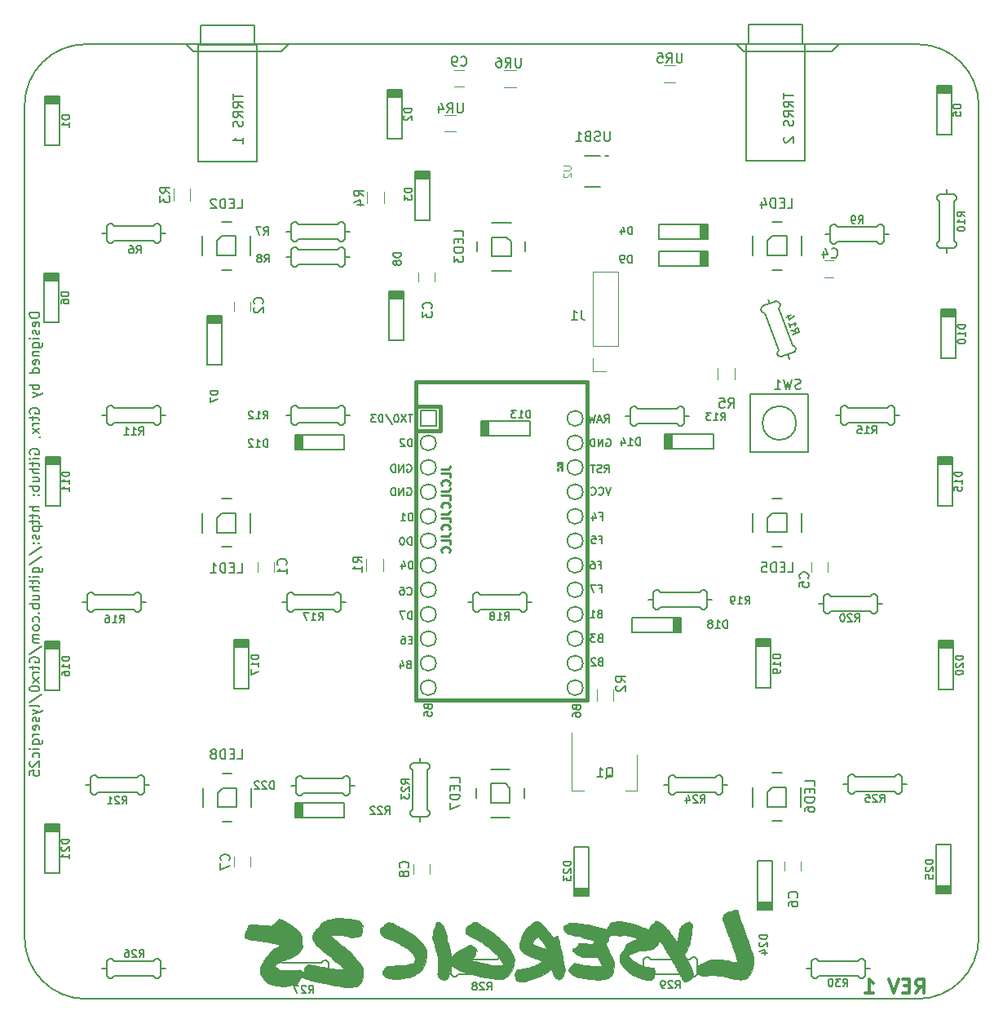
<source format=gbr>
%TF.GenerationSoftware,KiCad,Pcbnew,(5.0.0)*%
%TF.CreationDate,2018-08-30T21:25:35+03:00*%
%TF.ProjectId,Lysergic25,4C7973657267696332352E6B69636164,rev?*%
%TF.SameCoordinates,Original*%
%TF.FileFunction,Legend,Bot*%
%TF.FilePolarity,Positive*%
%FSLAX46Y46*%
G04 Gerber Fmt 4.6, Leading zero omitted, Abs format (unit mm)*
G04 Created by KiCad (PCBNEW (5.0.0)) date 08/30/18 21:25:35*
%MOMM*%
%LPD*%
G01*
G04 APERTURE LIST*
%ADD10C,0.300000*%
%ADD11C,0.225000*%
%ADD12C,0.150000*%
%ADD13C,0.200000*%
%ADD14C,0.120000*%
%ADD15C,0.381000*%
%ADD16C,0.010000*%
%ADD17C,0.100000*%
G04 APERTURE END LIST*
D10*
X81080977Y-182308891D02*
X81580977Y-181594605D01*
X81938120Y-182308891D02*
X81938120Y-180808891D01*
X81366691Y-180808891D01*
X81223834Y-180880320D01*
X81152405Y-180951748D01*
X81080977Y-181094605D01*
X81080977Y-181308891D01*
X81152405Y-181451748D01*
X81223834Y-181523177D01*
X81366691Y-181594605D01*
X81938120Y-181594605D01*
X80438120Y-181523177D02*
X79938120Y-181523177D01*
X79723834Y-182308891D02*
X80438120Y-182308891D01*
X80438120Y-180808891D01*
X79723834Y-180808891D01*
X79295262Y-180808891D02*
X78795262Y-182308891D01*
X78295262Y-180808891D01*
X75866691Y-182308891D02*
X76723834Y-182308891D01*
X76295262Y-182308891D02*
X76295262Y-180808891D01*
X76438120Y-181023177D01*
X76580977Y-181166034D01*
X76723834Y-181237462D01*
D11*
X31821022Y-127917777D02*
X32463880Y-127917777D01*
X32592451Y-127874920D01*
X32678165Y-127789205D01*
X32721022Y-127660634D01*
X32721022Y-127574920D01*
X32721022Y-128774920D02*
X32721022Y-128346348D01*
X31821022Y-128346348D01*
X32635308Y-129589205D02*
X32678165Y-129546348D01*
X32721022Y-129417777D01*
X32721022Y-129332062D01*
X32678165Y-129203491D01*
X32592451Y-129117777D01*
X32506737Y-129074920D01*
X32335308Y-129032062D01*
X32206737Y-129032062D01*
X32035308Y-129074920D01*
X31949594Y-129117777D01*
X31863880Y-129203491D01*
X31821022Y-129332062D01*
X31821022Y-129417777D01*
X31863880Y-129546348D01*
X31906737Y-129589205D01*
X31821022Y-130232062D02*
X32463880Y-130232062D01*
X32592451Y-130189205D01*
X32678165Y-130103491D01*
X32721022Y-129974920D01*
X32721022Y-129889205D01*
X32721022Y-131089205D02*
X32721022Y-130660634D01*
X31821022Y-130660634D01*
X32635308Y-131903491D02*
X32678165Y-131860634D01*
X32721022Y-131732062D01*
X32721022Y-131646348D01*
X32678165Y-131517777D01*
X32592451Y-131432062D01*
X32506737Y-131389205D01*
X32335308Y-131346348D01*
X32206737Y-131346348D01*
X32035308Y-131389205D01*
X31949594Y-131432062D01*
X31863880Y-131517777D01*
X31821022Y-131646348D01*
X31821022Y-131732062D01*
X31863880Y-131860634D01*
X31906737Y-131903491D01*
X31821022Y-132546348D02*
X32463880Y-132546348D01*
X32592451Y-132503491D01*
X32678165Y-132417777D01*
X32721022Y-132289205D01*
X32721022Y-132203491D01*
X32721022Y-133403491D02*
X32721022Y-132974920D01*
X31821022Y-132974920D01*
X32635308Y-134217777D02*
X32678165Y-134174920D01*
X32721022Y-134046348D01*
X32721022Y-133960634D01*
X32678165Y-133832062D01*
X32592451Y-133746348D01*
X32506737Y-133703491D01*
X32335308Y-133660634D01*
X32206737Y-133660634D01*
X32035308Y-133703491D01*
X31949594Y-133746348D01*
X31863880Y-133832062D01*
X31821022Y-133960634D01*
X31821022Y-134046348D01*
X31863880Y-134174920D01*
X31906737Y-134217777D01*
X31821022Y-134860634D02*
X32463880Y-134860634D01*
X32592451Y-134817777D01*
X32678165Y-134732062D01*
X32721022Y-134603491D01*
X32721022Y-134517777D01*
X32721022Y-135717777D02*
X32721022Y-135289205D01*
X31821022Y-135289205D01*
X32635308Y-136532062D02*
X32678165Y-136489205D01*
X32721022Y-136360634D01*
X32721022Y-136274920D01*
X32678165Y-136146348D01*
X32592451Y-136060634D01*
X32506737Y-136017777D01*
X32335308Y-135974920D01*
X32206737Y-135974920D01*
X32035308Y-136017777D01*
X31949594Y-136060634D01*
X31863880Y-136146348D01*
X31821022Y-136274920D01*
X31821022Y-136360634D01*
X31863880Y-136489205D01*
X31906737Y-136532062D01*
D12*
X73152000Y-83820000D02*
X62484000Y-83820000D01*
X16002000Y-83820000D02*
X5334000Y-83820000D01*
D13*
X-9910819Y-111686800D02*
X-10910819Y-111686800D01*
X-10910819Y-111924895D01*
X-10863199Y-112067752D01*
X-10767961Y-112162990D01*
X-10672723Y-112210609D01*
X-10482247Y-112258228D01*
X-10339390Y-112258228D01*
X-10148914Y-112210609D01*
X-10053676Y-112162990D01*
X-9958438Y-112067752D01*
X-9910819Y-111924895D01*
X-9910819Y-111686800D01*
X-9958438Y-113067752D02*
X-9910819Y-112972514D01*
X-9910819Y-112782038D01*
X-9958438Y-112686800D01*
X-10053676Y-112639180D01*
X-10434628Y-112639180D01*
X-10529866Y-112686800D01*
X-10577485Y-112782038D01*
X-10577485Y-112972514D01*
X-10529866Y-113067752D01*
X-10434628Y-113115371D01*
X-10339390Y-113115371D01*
X-10244152Y-112639180D01*
X-9958438Y-113496323D02*
X-9910819Y-113591561D01*
X-9910819Y-113782038D01*
X-9958438Y-113877276D01*
X-10053676Y-113924895D01*
X-10101295Y-113924895D01*
X-10196533Y-113877276D01*
X-10244152Y-113782038D01*
X-10244152Y-113639180D01*
X-10291771Y-113543942D01*
X-10387009Y-113496323D01*
X-10434628Y-113496323D01*
X-10529866Y-113543942D01*
X-10577485Y-113639180D01*
X-10577485Y-113782038D01*
X-10529866Y-113877276D01*
X-9910819Y-114353466D02*
X-10577485Y-114353466D01*
X-10910819Y-114353466D02*
X-10863199Y-114305847D01*
X-10815580Y-114353466D01*
X-10863199Y-114401085D01*
X-10910819Y-114353466D01*
X-10815580Y-114353466D01*
X-10577485Y-115258228D02*
X-9767961Y-115258228D01*
X-9672723Y-115210609D01*
X-9625104Y-115162990D01*
X-9577485Y-115067752D01*
X-9577485Y-114924895D01*
X-9625104Y-114829657D01*
X-9958438Y-115258228D02*
X-9910819Y-115162990D01*
X-9910819Y-114972514D01*
X-9958438Y-114877276D01*
X-10006057Y-114829657D01*
X-10101295Y-114782038D01*
X-10387009Y-114782038D01*
X-10482247Y-114829657D01*
X-10529866Y-114877276D01*
X-10577485Y-114972514D01*
X-10577485Y-115162990D01*
X-10529866Y-115258228D01*
X-10577485Y-115734419D02*
X-9910819Y-115734419D01*
X-10482247Y-115734419D02*
X-10529866Y-115782038D01*
X-10577485Y-115877276D01*
X-10577485Y-116020133D01*
X-10529866Y-116115371D01*
X-10434628Y-116162990D01*
X-9910819Y-116162990D01*
X-9958438Y-117020133D02*
X-9910819Y-116924895D01*
X-9910819Y-116734419D01*
X-9958438Y-116639180D01*
X-10053676Y-116591561D01*
X-10434628Y-116591561D01*
X-10529866Y-116639180D01*
X-10577485Y-116734419D01*
X-10577485Y-116924895D01*
X-10529866Y-117020133D01*
X-10434628Y-117067752D01*
X-10339390Y-117067752D01*
X-10244152Y-116591561D01*
X-9910819Y-117924895D02*
X-10910819Y-117924895D01*
X-9958438Y-117924895D02*
X-9910819Y-117829657D01*
X-9910819Y-117639180D01*
X-9958438Y-117543942D01*
X-10006057Y-117496323D01*
X-10101295Y-117448704D01*
X-10387009Y-117448704D01*
X-10482247Y-117496323D01*
X-10529866Y-117543942D01*
X-10577485Y-117639180D01*
X-10577485Y-117829657D01*
X-10529866Y-117924895D01*
X-9910819Y-119162990D02*
X-10910819Y-119162990D01*
X-10529866Y-119162990D02*
X-10577485Y-119258228D01*
X-10577485Y-119448704D01*
X-10529866Y-119543942D01*
X-10482247Y-119591561D01*
X-10387009Y-119639180D01*
X-10101295Y-119639180D01*
X-10006057Y-119591561D01*
X-9958438Y-119543942D01*
X-9910819Y-119448704D01*
X-9910819Y-119258228D01*
X-9958438Y-119162990D01*
X-10577485Y-119972514D02*
X-9910819Y-120210609D01*
X-10577485Y-120448704D02*
X-9910819Y-120210609D01*
X-9672723Y-120115371D01*
X-9625104Y-120067752D01*
X-9577485Y-119972514D01*
X-10863200Y-122115371D02*
X-10910819Y-122020133D01*
X-10910819Y-121877276D01*
X-10863200Y-121734419D01*
X-10767961Y-121639180D01*
X-10672723Y-121591561D01*
X-10482247Y-121543942D01*
X-10339390Y-121543942D01*
X-10148914Y-121591561D01*
X-10053676Y-121639180D01*
X-9958438Y-121734419D01*
X-9910819Y-121877276D01*
X-9910819Y-121972514D01*
X-9958438Y-122115371D01*
X-10006057Y-122162990D01*
X-10339390Y-122162990D01*
X-10339390Y-121972514D01*
X-10577485Y-122448704D02*
X-10577485Y-122829657D01*
X-10910819Y-122591561D02*
X-10053676Y-122591561D01*
X-9958438Y-122639180D01*
X-9910819Y-122734419D01*
X-9910819Y-122829657D01*
X-9910819Y-123162990D02*
X-10577485Y-123162990D01*
X-10387009Y-123162990D02*
X-10482247Y-123210609D01*
X-10529866Y-123258228D01*
X-10577485Y-123353466D01*
X-10577485Y-123448704D01*
X-9910819Y-123686800D02*
X-10577485Y-124210609D01*
X-10577485Y-123686800D02*
X-9910819Y-124210609D01*
X-9958438Y-124639180D02*
X-9910819Y-124639180D01*
X-9815580Y-124591561D01*
X-9767961Y-124543942D01*
X-10863200Y-126353466D02*
X-10910819Y-126258228D01*
X-10910819Y-126115371D01*
X-10863200Y-125972514D01*
X-10767961Y-125877276D01*
X-10672723Y-125829657D01*
X-10482247Y-125782038D01*
X-10339390Y-125782038D01*
X-10148914Y-125829657D01*
X-10053676Y-125877276D01*
X-9958438Y-125972514D01*
X-9910819Y-126115371D01*
X-9910819Y-126210609D01*
X-9958438Y-126353466D01*
X-10006057Y-126401085D01*
X-10339390Y-126401085D01*
X-10339390Y-126210609D01*
X-9910819Y-126829657D02*
X-10577485Y-126829657D01*
X-10910819Y-126829657D02*
X-10863200Y-126782038D01*
X-10815580Y-126829657D01*
X-10863200Y-126877276D01*
X-10910819Y-126829657D01*
X-10815580Y-126829657D01*
X-10577485Y-127162990D02*
X-10577485Y-127543942D01*
X-10910819Y-127305847D02*
X-10053676Y-127305847D01*
X-9958438Y-127353466D01*
X-9910819Y-127448704D01*
X-9910819Y-127543942D01*
X-9910819Y-127877276D02*
X-10910819Y-127877276D01*
X-9910819Y-128305847D02*
X-10434628Y-128305847D01*
X-10529866Y-128258228D01*
X-10577485Y-128162990D01*
X-10577485Y-128020133D01*
X-10529866Y-127924895D01*
X-10482247Y-127877276D01*
X-10577485Y-129210609D02*
X-9910819Y-129210609D01*
X-10577485Y-128782038D02*
X-10053676Y-128782038D01*
X-9958438Y-128829657D01*
X-9910819Y-128924895D01*
X-9910819Y-129067752D01*
X-9958438Y-129162990D01*
X-10006057Y-129210609D01*
X-9910819Y-129686800D02*
X-10910819Y-129686800D01*
X-10529866Y-129686800D02*
X-10577485Y-129782038D01*
X-10577485Y-129972514D01*
X-10529866Y-130067752D01*
X-10482247Y-130115371D01*
X-10387009Y-130162990D01*
X-10101295Y-130162990D01*
X-10006057Y-130115371D01*
X-9958438Y-130067752D01*
X-9910819Y-129972514D01*
X-9910819Y-129782038D01*
X-9958438Y-129686800D01*
X-10006057Y-130591561D02*
X-9958438Y-130639180D01*
X-9910819Y-130591561D01*
X-9958438Y-130543942D01*
X-10006057Y-130591561D01*
X-9910819Y-130591561D01*
X-10529866Y-130591561D02*
X-10482247Y-130639180D01*
X-10434628Y-130591561D01*
X-10482247Y-130543942D01*
X-10529866Y-130591561D01*
X-10434628Y-130591561D01*
X-9910819Y-131829657D02*
X-10910819Y-131829657D01*
X-9910819Y-132258228D02*
X-10434628Y-132258228D01*
X-10529866Y-132210609D01*
X-10577485Y-132115371D01*
X-10577485Y-131972514D01*
X-10529866Y-131877276D01*
X-10482247Y-131829657D01*
X-10577485Y-132591561D02*
X-10577485Y-132972514D01*
X-10910819Y-132734419D02*
X-10053676Y-132734419D01*
X-9958438Y-132782038D01*
X-9910819Y-132877276D01*
X-9910819Y-132972514D01*
X-10577485Y-133162990D02*
X-10577485Y-133543942D01*
X-10910819Y-133305847D02*
X-10053676Y-133305847D01*
X-9958438Y-133353466D01*
X-9910819Y-133448704D01*
X-9910819Y-133543942D01*
X-10577485Y-133877276D02*
X-9577485Y-133877276D01*
X-10529866Y-133877276D02*
X-10577485Y-133972514D01*
X-10577485Y-134162990D01*
X-10529866Y-134258228D01*
X-10482247Y-134305847D01*
X-10387009Y-134353466D01*
X-10101295Y-134353466D01*
X-10006057Y-134305847D01*
X-9958438Y-134258228D01*
X-9910819Y-134162990D01*
X-9910819Y-133972514D01*
X-9958438Y-133877276D01*
X-9958438Y-134734419D02*
X-9910819Y-134829657D01*
X-9910819Y-135020133D01*
X-9958438Y-135115371D01*
X-10053676Y-135162990D01*
X-10101295Y-135162990D01*
X-10196533Y-135115371D01*
X-10244152Y-135020133D01*
X-10244152Y-134877276D01*
X-10291771Y-134782038D01*
X-10387009Y-134734419D01*
X-10434628Y-134734419D01*
X-10529866Y-134782038D01*
X-10577485Y-134877276D01*
X-10577485Y-135020133D01*
X-10529866Y-135115371D01*
X-10006057Y-135591561D02*
X-9958438Y-135639180D01*
X-9910819Y-135591561D01*
X-9958438Y-135543942D01*
X-10006057Y-135591561D01*
X-9910819Y-135591561D01*
X-10529866Y-135591561D02*
X-10482247Y-135639180D01*
X-10434628Y-135591561D01*
X-10482247Y-135543942D01*
X-10529866Y-135591561D01*
X-10434628Y-135591561D01*
X-10958438Y-136782038D02*
X-9672723Y-135924895D01*
X-10958438Y-137829657D02*
X-9672723Y-136972514D01*
X-10577485Y-138591561D02*
X-9767961Y-138591561D01*
X-9672723Y-138543942D01*
X-9625104Y-138496323D01*
X-9577485Y-138401085D01*
X-9577485Y-138258228D01*
X-9625104Y-138162990D01*
X-9958438Y-138591561D02*
X-9910819Y-138496323D01*
X-9910819Y-138305847D01*
X-9958438Y-138210609D01*
X-10006057Y-138162990D01*
X-10101295Y-138115371D01*
X-10387009Y-138115371D01*
X-10482247Y-138162990D01*
X-10529866Y-138210609D01*
X-10577485Y-138305847D01*
X-10577485Y-138496323D01*
X-10529866Y-138591561D01*
X-9910819Y-139067752D02*
X-10577485Y-139067752D01*
X-10910819Y-139067752D02*
X-10863200Y-139020133D01*
X-10815580Y-139067752D01*
X-10863200Y-139115371D01*
X-10910819Y-139067752D01*
X-10815580Y-139067752D01*
X-10577485Y-139401085D02*
X-10577485Y-139782038D01*
X-10910819Y-139543942D02*
X-10053676Y-139543942D01*
X-9958438Y-139591561D01*
X-9910819Y-139686800D01*
X-9910819Y-139782038D01*
X-9910819Y-140115371D02*
X-10910819Y-140115371D01*
X-9910819Y-140543942D02*
X-10434628Y-140543942D01*
X-10529866Y-140496323D01*
X-10577485Y-140401085D01*
X-10577485Y-140258228D01*
X-10529866Y-140162990D01*
X-10482247Y-140115371D01*
X-10577485Y-141448704D02*
X-9910819Y-141448704D01*
X-10577485Y-141020133D02*
X-10053676Y-141020133D01*
X-9958438Y-141067752D01*
X-9910819Y-141162990D01*
X-9910819Y-141305847D01*
X-9958438Y-141401085D01*
X-10006057Y-141448704D01*
X-9910819Y-141924895D02*
X-10910819Y-141924895D01*
X-10529866Y-141924895D02*
X-10577485Y-142020133D01*
X-10577485Y-142210609D01*
X-10529866Y-142305847D01*
X-10482247Y-142353466D01*
X-10387009Y-142401085D01*
X-10101295Y-142401085D01*
X-10006057Y-142353466D01*
X-9958438Y-142305847D01*
X-9910819Y-142210609D01*
X-9910819Y-142020133D01*
X-9958438Y-141924895D01*
X-10006057Y-142829657D02*
X-9958438Y-142877276D01*
X-9910819Y-142829657D01*
X-9958438Y-142782038D01*
X-10006057Y-142829657D01*
X-9910819Y-142829657D01*
X-9958438Y-143734419D02*
X-9910819Y-143639180D01*
X-9910819Y-143448704D01*
X-9958438Y-143353466D01*
X-10006057Y-143305847D01*
X-10101295Y-143258228D01*
X-10387009Y-143258228D01*
X-10482247Y-143305847D01*
X-10529866Y-143353466D01*
X-10577485Y-143448704D01*
X-10577485Y-143639180D01*
X-10529866Y-143734419D01*
X-9910819Y-144305847D02*
X-9958438Y-144210609D01*
X-10006057Y-144162990D01*
X-10101295Y-144115371D01*
X-10387009Y-144115371D01*
X-10482247Y-144162990D01*
X-10529866Y-144210609D01*
X-10577485Y-144305847D01*
X-10577485Y-144448704D01*
X-10529866Y-144543942D01*
X-10482247Y-144591561D01*
X-10387009Y-144639180D01*
X-10101295Y-144639180D01*
X-10006057Y-144591561D01*
X-9958438Y-144543942D01*
X-9910819Y-144448704D01*
X-9910819Y-144305847D01*
X-9910819Y-145067752D02*
X-10577485Y-145067752D01*
X-10482247Y-145067752D02*
X-10529866Y-145115371D01*
X-10577485Y-145210609D01*
X-10577485Y-145353466D01*
X-10529866Y-145448704D01*
X-10434628Y-145496323D01*
X-9910819Y-145496323D01*
X-10434628Y-145496323D02*
X-10529866Y-145543942D01*
X-10577485Y-145639180D01*
X-10577485Y-145782038D01*
X-10529866Y-145877276D01*
X-10434628Y-145924895D01*
X-9910819Y-145924895D01*
X-10958438Y-147115371D02*
X-9672723Y-146258228D01*
X-10863200Y-147972514D02*
X-10910819Y-147877276D01*
X-10910819Y-147734419D01*
X-10863200Y-147591561D01*
X-10767961Y-147496323D01*
X-10672723Y-147448704D01*
X-10482247Y-147401085D01*
X-10339390Y-147401085D01*
X-10148914Y-147448704D01*
X-10053676Y-147496323D01*
X-9958438Y-147591561D01*
X-9910819Y-147734419D01*
X-9910819Y-147829657D01*
X-9958438Y-147972514D01*
X-10006057Y-148020133D01*
X-10339390Y-148020133D01*
X-10339390Y-147829657D01*
X-10577485Y-148305847D02*
X-10577485Y-148686800D01*
X-10910819Y-148448704D02*
X-10053676Y-148448704D01*
X-9958438Y-148496323D01*
X-9910819Y-148591561D01*
X-9910819Y-148686800D01*
X-9910819Y-149020133D02*
X-10577485Y-149020133D01*
X-10387009Y-149020133D02*
X-10482247Y-149067752D01*
X-10529866Y-149115371D01*
X-10577485Y-149210609D01*
X-10577485Y-149305847D01*
X-9910819Y-149543942D02*
X-10577485Y-150067752D01*
X-10577485Y-149543942D02*
X-9910819Y-150067752D01*
X-10910819Y-150639180D02*
X-10910819Y-150734419D01*
X-10863200Y-150829657D01*
X-10815580Y-150877276D01*
X-10720342Y-150924895D01*
X-10529866Y-150972514D01*
X-10291771Y-150972514D01*
X-10101295Y-150924895D01*
X-10006057Y-150877276D01*
X-9958438Y-150829657D01*
X-9910819Y-150734419D01*
X-9910819Y-150639180D01*
X-9958438Y-150543942D01*
X-10006057Y-150496323D01*
X-10101295Y-150448704D01*
X-10291771Y-150401085D01*
X-10529866Y-150401085D01*
X-10720342Y-150448704D01*
X-10815580Y-150496323D01*
X-10863200Y-150543942D01*
X-10910819Y-150639180D01*
X-10958438Y-152115371D02*
X-9672723Y-151258228D01*
X-9910819Y-152591561D02*
X-9958438Y-152496323D01*
X-10053676Y-152448704D01*
X-10910819Y-152448704D01*
X-10577485Y-152877276D02*
X-9910819Y-153115371D01*
X-10577485Y-153353466D02*
X-9910819Y-153115371D01*
X-9672723Y-153020133D01*
X-9625104Y-152972514D01*
X-9577485Y-152877276D01*
X-9958438Y-153686800D02*
X-9910819Y-153782038D01*
X-9910819Y-153972514D01*
X-9958438Y-154067752D01*
X-10053676Y-154115371D01*
X-10101295Y-154115371D01*
X-10196533Y-154067752D01*
X-10244152Y-153972514D01*
X-10244152Y-153829657D01*
X-10291771Y-153734419D01*
X-10387009Y-153686800D01*
X-10434628Y-153686800D01*
X-10529866Y-153734419D01*
X-10577485Y-153829657D01*
X-10577485Y-153972514D01*
X-10529866Y-154067752D01*
X-9958438Y-154924895D02*
X-9910819Y-154829657D01*
X-9910819Y-154639180D01*
X-9958438Y-154543942D01*
X-10053676Y-154496323D01*
X-10434628Y-154496323D01*
X-10529866Y-154543942D01*
X-10577485Y-154639180D01*
X-10577485Y-154829657D01*
X-10529866Y-154924895D01*
X-10434628Y-154972514D01*
X-10339390Y-154972514D01*
X-10244152Y-154496323D01*
X-9910819Y-155401085D02*
X-10577485Y-155401085D01*
X-10387009Y-155401085D02*
X-10482247Y-155448704D01*
X-10529866Y-155496323D01*
X-10577485Y-155591561D01*
X-10577485Y-155686800D01*
X-10577485Y-156448704D02*
X-9767961Y-156448704D01*
X-9672723Y-156401085D01*
X-9625104Y-156353466D01*
X-9577485Y-156258228D01*
X-9577485Y-156115371D01*
X-9625104Y-156020133D01*
X-9958438Y-156448704D02*
X-9910819Y-156353466D01*
X-9910819Y-156162990D01*
X-9958438Y-156067752D01*
X-10006057Y-156020133D01*
X-10101295Y-155972514D01*
X-10387009Y-155972514D01*
X-10482247Y-156020133D01*
X-10529866Y-156067752D01*
X-10577485Y-156162990D01*
X-10577485Y-156353466D01*
X-10529866Y-156448704D01*
X-9910819Y-156924895D02*
X-10577485Y-156924895D01*
X-10910819Y-156924895D02*
X-10863200Y-156877276D01*
X-10815580Y-156924895D01*
X-10863200Y-156972514D01*
X-10910819Y-156924895D01*
X-10815580Y-156924895D01*
X-9958438Y-157829657D02*
X-9910819Y-157734419D01*
X-9910819Y-157543942D01*
X-9958438Y-157448704D01*
X-10006057Y-157401085D01*
X-10101295Y-157353466D01*
X-10387009Y-157353466D01*
X-10482247Y-157401085D01*
X-10529866Y-157448704D01*
X-10577485Y-157543942D01*
X-10577485Y-157734419D01*
X-10529866Y-157829657D01*
X-10815580Y-158210609D02*
X-10863200Y-158258228D01*
X-10910819Y-158353466D01*
X-10910819Y-158591561D01*
X-10863200Y-158686800D01*
X-10815580Y-158734419D01*
X-10720342Y-158782038D01*
X-10625104Y-158782038D01*
X-10482247Y-158734419D01*
X-9910819Y-158162990D01*
X-9910819Y-158782038D01*
X-10910819Y-159686800D02*
X-10910819Y-159210609D01*
X-10434628Y-159162990D01*
X-10482247Y-159210609D01*
X-10529866Y-159305847D01*
X-10529866Y-159543942D01*
X-10482247Y-159639180D01*
X-10434628Y-159686800D01*
X-10339390Y-159734419D01*
X-10101295Y-159734419D01*
X-10006057Y-159686800D01*
X-9958438Y-159639180D01*
X-9910819Y-159543942D01*
X-9910819Y-159305847D01*
X-9958438Y-159210609D01*
X-10006057Y-159162990D01*
X67384680Y-88871752D02*
X67384680Y-89443180D01*
X68384680Y-89157466D02*
X67384680Y-89157466D01*
X68384680Y-90347942D02*
X67908490Y-90014609D01*
X68384680Y-89776514D02*
X67384680Y-89776514D01*
X67384680Y-90157466D01*
X67432300Y-90252704D01*
X67479919Y-90300323D01*
X67575157Y-90347942D01*
X67718014Y-90347942D01*
X67813252Y-90300323D01*
X67860871Y-90252704D01*
X67908490Y-90157466D01*
X67908490Y-89776514D01*
X68384680Y-91347942D02*
X67908490Y-91014609D01*
X68384680Y-90776514D02*
X67384680Y-90776514D01*
X67384680Y-91157466D01*
X67432300Y-91252704D01*
X67479919Y-91300323D01*
X67575157Y-91347942D01*
X67718014Y-91347942D01*
X67813252Y-91300323D01*
X67860871Y-91252704D01*
X67908490Y-91157466D01*
X67908490Y-90776514D01*
X68337061Y-91728895D02*
X68384680Y-91871752D01*
X68384680Y-92109847D01*
X68337061Y-92205085D01*
X68289442Y-92252704D01*
X68194204Y-92300323D01*
X68098966Y-92300323D01*
X68003728Y-92252704D01*
X67956109Y-92205085D01*
X67908490Y-92109847D01*
X67860871Y-91919371D01*
X67813252Y-91824133D01*
X67765633Y-91776514D01*
X67670395Y-91728895D01*
X67575157Y-91728895D01*
X67479919Y-91776514D01*
X67432300Y-91824133D01*
X67384680Y-91919371D01*
X67384680Y-92157466D01*
X67432300Y-92300323D01*
X67479919Y-93443180D02*
X67432300Y-93490800D01*
X67384680Y-93586038D01*
X67384680Y-93824133D01*
X67432300Y-93919371D01*
X67479919Y-93966990D01*
X67575157Y-94014609D01*
X67670395Y-94014609D01*
X67813252Y-93966990D01*
X68384680Y-93395561D01*
X68384680Y-94014609D01*
X10209280Y-88947952D02*
X10209280Y-89519380D01*
X11209280Y-89233666D02*
X10209280Y-89233666D01*
X11209280Y-90424142D02*
X10733090Y-90090809D01*
X11209280Y-89852714D02*
X10209280Y-89852714D01*
X10209280Y-90233666D01*
X10256900Y-90328904D01*
X10304519Y-90376523D01*
X10399757Y-90424142D01*
X10542614Y-90424142D01*
X10637852Y-90376523D01*
X10685471Y-90328904D01*
X10733090Y-90233666D01*
X10733090Y-89852714D01*
X11209280Y-91424142D02*
X10733090Y-91090809D01*
X11209280Y-90852714D02*
X10209280Y-90852714D01*
X10209280Y-91233666D01*
X10256900Y-91328904D01*
X10304519Y-91376523D01*
X10399757Y-91424142D01*
X10542614Y-91424142D01*
X10637852Y-91376523D01*
X10685471Y-91328904D01*
X10733090Y-91233666D01*
X10733090Y-90852714D01*
X11161661Y-91805095D02*
X11209280Y-91947952D01*
X11209280Y-92186047D01*
X11161661Y-92281285D01*
X11114042Y-92328904D01*
X11018804Y-92376523D01*
X10923566Y-92376523D01*
X10828328Y-92328904D01*
X10780709Y-92281285D01*
X10733090Y-92186047D01*
X10685471Y-91995571D01*
X10637852Y-91900333D01*
X10590233Y-91852714D01*
X10494995Y-91805095D01*
X10399757Y-91805095D01*
X10304519Y-91852714D01*
X10256900Y-91900333D01*
X10209280Y-91995571D01*
X10209280Y-92233666D01*
X10256900Y-92376523D01*
X11209280Y-94090809D02*
X11209280Y-93519380D01*
X11209280Y-93805095D02*
X10209280Y-93805095D01*
X10352138Y-93709857D01*
X10447376Y-93614619D01*
X10494995Y-93519380D01*
D12*
X73152000Y-83820000D02*
X81280000Y-83820000D01*
X16002000Y-83820000D02*
X62484000Y-83820000D01*
X5334000Y-83820000D02*
X-5080000Y-83820000D01*
X72390000Y-84582000D02*
X73152000Y-83820000D01*
X71882000Y-84582000D02*
X72390000Y-84582000D01*
X63246000Y-84582000D02*
X62484000Y-83820000D01*
X63754000Y-84582000D02*
X63246000Y-84582000D01*
X6096000Y-84582000D02*
X5334000Y-83820000D01*
X6604000Y-84582000D02*
X6096000Y-84582000D01*
X15240000Y-84582000D02*
X16002000Y-83820000D01*
X14732000Y-84582000D02*
X15240000Y-84582000D01*
X7112000Y-84582000D02*
X6604000Y-84582000D01*
X14224000Y-84582000D02*
X14732000Y-84582000D01*
X64262000Y-84582000D02*
X63754000Y-84582000D01*
X71374000Y-84582000D02*
X71882000Y-84582000D01*
X7366000Y-84582000D02*
X7112000Y-84582000D01*
X13970000Y-84582000D02*
X14224000Y-84582000D01*
X64516000Y-84582000D02*
X64262000Y-84582000D01*
X71120000Y-84582000D02*
X71374000Y-84582000D01*
X7366000Y-84582000D02*
X7874000Y-84582000D01*
X13970000Y-84582000D02*
X13462000Y-84582000D01*
X64516000Y-84582000D02*
X65024000Y-84582000D01*
X71120000Y-84582000D02*
X70612000Y-84582000D01*
X65024000Y-84582000D02*
X70612000Y-84582000D01*
X7874000Y-84582000D02*
X13462000Y-84582000D01*
X-11430000Y-90170000D02*
X-11430000Y-176530000D01*
X87630000Y-176530000D02*
X87630000Y-90170000D01*
X-5080000Y-182880000D02*
X81280000Y-182880000D01*
X-5080000Y-182880000D02*
G75*
G02X-11430000Y-176530000I0J6350000D01*
G01*
X-5080000Y-83820000D02*
G75*
G03X-11430000Y-90170000I0J-6350000D01*
G01*
X87630000Y-176530000D02*
G75*
G02X81280000Y-182880000I-6350000J0D01*
G01*
X81280000Y-83820000D02*
G75*
G02X87630000Y-90170000I0J-6350000D01*
G01*
%TO.C,Trrs2*%
X12676600Y-83870800D02*
X6576600Y-83870800D01*
X12676600Y-95970800D02*
X6576600Y-95970800D01*
X12676600Y-83870800D02*
X12676600Y-95970800D01*
X6576600Y-83870800D02*
X6576600Y-95970800D01*
X12426600Y-83870800D02*
X12426600Y-81870800D01*
X6826600Y-83870800D02*
X6826600Y-81870800D01*
X12426600Y-81870800D02*
X6826600Y-81870800D01*
%TO.C,SW1*%
X63929000Y-126126500D02*
X63929000Y-123126500D01*
X69929000Y-126126500D02*
X63929000Y-126126500D01*
X69929000Y-120126500D02*
X69929000Y-126126500D01*
X63929000Y-120126500D02*
X69929000Y-120126500D01*
X63929000Y-123126500D02*
X63929000Y-120126500D01*
X68679000Y-123126500D02*
G75*
G03X68679000Y-123126500I-1750000J0D01*
G01*
D14*
%TO.C,C1*%
X12739000Y-138549000D02*
X12739000Y-137549000D01*
X14439000Y-137549000D02*
X14439000Y-138549000D01*
%TO.C,C2*%
X10326000Y-111518000D02*
X10326000Y-110518000D01*
X12026000Y-110518000D02*
X12026000Y-111518000D01*
%TO.C,C3*%
X29439500Y-108470000D02*
X29439500Y-107470000D01*
X31139500Y-107470000D02*
X31139500Y-108470000D01*
%TO.C,C4*%
X71572500Y-106274500D02*
X72572500Y-106274500D01*
X72572500Y-107974500D02*
X71572500Y-107974500D01*
%TO.C,C5*%
X70270000Y-138549000D02*
X70270000Y-137549000D01*
X71970000Y-137549000D02*
X71970000Y-138549000D01*
%TO.C,C6*%
X69176000Y-168600500D02*
X69176000Y-169600500D01*
X67476000Y-169600500D02*
X67476000Y-168600500D01*
%TO.C,C7*%
X12026000Y-168156000D02*
X12026000Y-169156000D01*
X10326000Y-169156000D02*
X10326000Y-168156000D01*
%TO.C,C8*%
X30618800Y-168918000D02*
X30618800Y-169918000D01*
X28918800Y-169918000D02*
X28918800Y-168918000D01*
%TO.C,C9*%
X34198500Y-88226000D02*
X33198500Y-88226000D01*
X33198500Y-86526000D02*
X34198500Y-86526000D01*
D12*
%TO.C,D1*%
X-7772400Y-94284800D02*
X-7772400Y-89204800D01*
X-7772400Y-89204800D02*
X-9296400Y-89204800D01*
X-9296400Y-89204800D02*
X-9296400Y-94284800D01*
X-9296400Y-94284800D02*
X-7772400Y-94284800D01*
X-7772400Y-89585800D02*
X-9296400Y-89585800D01*
X-9296400Y-89458800D02*
X-7772400Y-89458800D01*
X-7772400Y-89331800D02*
X-9296400Y-89331800D01*
X-9296400Y-89712800D02*
X-7772400Y-89712800D01*
X-7772400Y-89839800D02*
X-9296400Y-89839800D01*
X-7772400Y-89966800D02*
X-9296400Y-89966800D01*
%TO.C,D2*%
X27749500Y-89281000D02*
X26225500Y-89281000D01*
X27749500Y-89154000D02*
X26225500Y-89154000D01*
X26225500Y-89027000D02*
X27749500Y-89027000D01*
X27749500Y-88646000D02*
X26225500Y-88646000D01*
X26225500Y-88773000D02*
X27749500Y-88773000D01*
X27749500Y-88900000D02*
X26225500Y-88900000D01*
X26225500Y-93599000D02*
X27749500Y-93599000D01*
X26225500Y-88519000D02*
X26225500Y-93599000D01*
X27749500Y-88519000D02*
X26225500Y-88519000D01*
X27749500Y-93599000D02*
X27749500Y-88519000D01*
%TO.C,D3*%
X30607000Y-97790000D02*
X29083000Y-97790000D01*
X30607000Y-97663000D02*
X29083000Y-97663000D01*
X29083000Y-97536000D02*
X30607000Y-97536000D01*
X30607000Y-97155000D02*
X29083000Y-97155000D01*
X29083000Y-97282000D02*
X30607000Y-97282000D01*
X30607000Y-97409000D02*
X29083000Y-97409000D01*
X29083000Y-102108000D02*
X30607000Y-102108000D01*
X29083000Y-97028000D02*
X29083000Y-102108000D01*
X30607000Y-97028000D02*
X29083000Y-97028000D01*
X30607000Y-102108000D02*
X30607000Y-97028000D01*
%TO.C,D4*%
X58737500Y-104076500D02*
X58737500Y-102552500D01*
X58864500Y-104076500D02*
X58864500Y-102552500D01*
X58991500Y-102552500D02*
X58991500Y-104076500D01*
X59372500Y-104076500D02*
X59372500Y-102552500D01*
X59245500Y-102552500D02*
X59245500Y-104076500D01*
X59118500Y-104076500D02*
X59118500Y-102552500D01*
X54419500Y-102552500D02*
X54419500Y-104076500D01*
X59499500Y-102552500D02*
X54419500Y-102552500D01*
X59499500Y-104076500D02*
X59499500Y-102552500D01*
X54419500Y-104076500D02*
X59499500Y-104076500D01*
%TO.C,D5*%
X84780120Y-93179900D02*
X84780120Y-88099900D01*
X84780120Y-88099900D02*
X83256120Y-88099900D01*
X83256120Y-88099900D02*
X83256120Y-93179900D01*
X83256120Y-93179900D02*
X84780120Y-93179900D01*
X84780120Y-88480900D02*
X83256120Y-88480900D01*
X83256120Y-88353900D02*
X84780120Y-88353900D01*
X84780120Y-88226900D02*
X83256120Y-88226900D01*
X83256120Y-88607900D02*
X84780120Y-88607900D01*
X84780120Y-88734900D02*
X83256120Y-88734900D01*
X84780120Y-88861900D02*
X83256120Y-88861900D01*
%TO.C,D6*%
X-7874000Y-108331000D02*
X-9398000Y-108331000D01*
X-7874000Y-108204000D02*
X-9398000Y-108204000D01*
X-9398000Y-108077000D02*
X-7874000Y-108077000D01*
X-7874000Y-107696000D02*
X-9398000Y-107696000D01*
X-9398000Y-107823000D02*
X-7874000Y-107823000D01*
X-7874000Y-107950000D02*
X-9398000Y-107950000D01*
X-9398000Y-112649000D02*
X-7874000Y-112649000D01*
X-9398000Y-107569000D02*
X-9398000Y-112649000D01*
X-7874000Y-107569000D02*
X-9398000Y-107569000D01*
X-7874000Y-112649000D02*
X-7874000Y-107569000D01*
%TO.C,D7*%
X9017000Y-117094000D02*
X9017000Y-112014000D01*
X9017000Y-112014000D02*
X7493000Y-112014000D01*
X7493000Y-112014000D02*
X7493000Y-117094000D01*
X7493000Y-117094000D02*
X9017000Y-117094000D01*
X9017000Y-112395000D02*
X7493000Y-112395000D01*
X7493000Y-112268000D02*
X9017000Y-112268000D01*
X9017000Y-112141000D02*
X7493000Y-112141000D01*
X7493000Y-112522000D02*
X9017000Y-112522000D01*
X9017000Y-112649000D02*
X7493000Y-112649000D01*
X9017000Y-112776000D02*
X7493000Y-112776000D01*
%TO.C,D8*%
X27889200Y-114528600D02*
X27889200Y-109448600D01*
X27889200Y-109448600D02*
X26365200Y-109448600D01*
X26365200Y-109448600D02*
X26365200Y-114528600D01*
X26365200Y-114528600D02*
X27889200Y-114528600D01*
X27889200Y-109829600D02*
X26365200Y-109829600D01*
X26365200Y-109702600D02*
X27889200Y-109702600D01*
X27889200Y-109575600D02*
X26365200Y-109575600D01*
X26365200Y-109956600D02*
X27889200Y-109956600D01*
X27889200Y-110083600D02*
X26365200Y-110083600D01*
X27889200Y-110210600D02*
X26365200Y-110210600D01*
%TO.C,D9*%
X58737500Y-106870500D02*
X58737500Y-105346500D01*
X58864500Y-106870500D02*
X58864500Y-105346500D01*
X58991500Y-105346500D02*
X58991500Y-106870500D01*
X59372500Y-106870500D02*
X59372500Y-105346500D01*
X59245500Y-105346500D02*
X59245500Y-106870500D01*
X59118500Y-106870500D02*
X59118500Y-105346500D01*
X54419500Y-105346500D02*
X54419500Y-106870500D01*
X59499500Y-105346500D02*
X54419500Y-105346500D01*
X59499500Y-106870500D02*
X59499500Y-105346500D01*
X54419500Y-106870500D02*
X59499500Y-106870500D01*
%TO.C,D10*%
X85239860Y-112072420D02*
X83715860Y-112072420D01*
X85239860Y-111945420D02*
X83715860Y-111945420D01*
X83715860Y-111818420D02*
X85239860Y-111818420D01*
X85239860Y-111437420D02*
X83715860Y-111437420D01*
X83715860Y-111564420D02*
X85239860Y-111564420D01*
X85239860Y-111691420D02*
X83715860Y-111691420D01*
X83715860Y-116390420D02*
X85239860Y-116390420D01*
X83715860Y-111310420D02*
X83715860Y-116390420D01*
X85239860Y-111310420D02*
X83715860Y-111310420D01*
X85239860Y-116390420D02*
X85239860Y-111310420D01*
%TO.C,D11*%
X-7747000Y-131699000D02*
X-7747000Y-126619000D01*
X-7747000Y-126619000D02*
X-9271000Y-126619000D01*
X-9271000Y-126619000D02*
X-9271000Y-131699000D01*
X-9271000Y-131699000D02*
X-7747000Y-131699000D01*
X-7747000Y-127000000D02*
X-9271000Y-127000000D01*
X-9271000Y-126873000D02*
X-7747000Y-126873000D01*
X-7747000Y-126746000D02*
X-9271000Y-126746000D01*
X-9271000Y-127127000D02*
X-7747000Y-127127000D01*
X-7747000Y-127254000D02*
X-9271000Y-127254000D01*
X-7747000Y-127381000D02*
X-9271000Y-127381000D01*
%TO.C,D12*%
X21714000Y-124396500D02*
X16634000Y-124396500D01*
X16634000Y-124396500D02*
X16634000Y-125920500D01*
X16634000Y-125920500D02*
X21714000Y-125920500D01*
X21714000Y-125920500D02*
X21714000Y-124396500D01*
X17015000Y-124396500D02*
X17015000Y-125920500D01*
X16888000Y-125920500D02*
X16888000Y-124396500D01*
X16761000Y-124396500D02*
X16761000Y-125920500D01*
X17142000Y-125920500D02*
X17142000Y-124396500D01*
X17269000Y-124396500D02*
X17269000Y-125920500D01*
X17396000Y-124396500D02*
X17396000Y-125920500D01*
%TO.C,D13*%
X36703000Y-122936000D02*
X36703000Y-124460000D01*
X36576000Y-122936000D02*
X36576000Y-124460000D01*
X36449000Y-124460000D02*
X36449000Y-122936000D01*
X36068000Y-122936000D02*
X36068000Y-124460000D01*
X36195000Y-124460000D02*
X36195000Y-122936000D01*
X36322000Y-122936000D02*
X36322000Y-124460000D01*
X41021000Y-124460000D02*
X41021000Y-122936000D01*
X35941000Y-124460000D02*
X41021000Y-124460000D01*
X35941000Y-122936000D02*
X35941000Y-124460000D01*
X41021000Y-122936000D02*
X35941000Y-122936000D01*
%TO.C,D14*%
X55753000Y-124269500D02*
X55753000Y-125793500D01*
X55626000Y-124269500D02*
X55626000Y-125793500D01*
X55499000Y-125793500D02*
X55499000Y-124269500D01*
X55118000Y-124269500D02*
X55118000Y-125793500D01*
X55245000Y-125793500D02*
X55245000Y-124269500D01*
X55372000Y-124269500D02*
X55372000Y-125793500D01*
X60071000Y-125793500D02*
X60071000Y-124269500D01*
X54991000Y-125793500D02*
X60071000Y-125793500D01*
X54991000Y-124269500D02*
X54991000Y-125793500D01*
X60071000Y-124269500D02*
X54991000Y-124269500D01*
%TO.C,D15*%
X84899500Y-127381000D02*
X83375500Y-127381000D01*
X84899500Y-127254000D02*
X83375500Y-127254000D01*
X83375500Y-127127000D02*
X84899500Y-127127000D01*
X84899500Y-126746000D02*
X83375500Y-126746000D01*
X83375500Y-126873000D02*
X84899500Y-126873000D01*
X84899500Y-127000000D02*
X83375500Y-127000000D01*
X83375500Y-131699000D02*
X84899500Y-131699000D01*
X83375500Y-126619000D02*
X83375500Y-131699000D01*
X84899500Y-126619000D02*
X83375500Y-126619000D01*
X84899500Y-131699000D02*
X84899500Y-126619000D01*
%TO.C,D16*%
X-7772400Y-150863300D02*
X-7772400Y-145783300D01*
X-7772400Y-145783300D02*
X-9296400Y-145783300D01*
X-9296400Y-145783300D02*
X-9296400Y-150863300D01*
X-9296400Y-150863300D02*
X-7772400Y-150863300D01*
X-7772400Y-146164300D02*
X-9296400Y-146164300D01*
X-9296400Y-146037300D02*
X-7772400Y-146037300D01*
X-7772400Y-145910300D02*
X-9296400Y-145910300D01*
X-9296400Y-146291300D02*
X-7772400Y-146291300D01*
X-7772400Y-146418300D02*
X-9296400Y-146418300D01*
X-7772400Y-146545300D02*
X-9296400Y-146545300D01*
%TO.C,D17*%
X11874500Y-146367500D02*
X10350500Y-146367500D01*
X11874500Y-146240500D02*
X10350500Y-146240500D01*
X10350500Y-146113500D02*
X11874500Y-146113500D01*
X11874500Y-145732500D02*
X10350500Y-145732500D01*
X10350500Y-145859500D02*
X11874500Y-145859500D01*
X11874500Y-145986500D02*
X10350500Y-145986500D01*
X10350500Y-150685500D02*
X11874500Y-150685500D01*
X10350500Y-145605500D02*
X10350500Y-150685500D01*
X11874500Y-145605500D02*
X10350500Y-145605500D01*
X11874500Y-150685500D02*
X11874500Y-145605500D01*
%TO.C,D18*%
X51612800Y-144830800D02*
X56692800Y-144830800D01*
X56692800Y-144830800D02*
X56692800Y-143306800D01*
X56692800Y-143306800D02*
X51612800Y-143306800D01*
X51612800Y-143306800D02*
X51612800Y-144830800D01*
X56311800Y-144830800D02*
X56311800Y-143306800D01*
X56438800Y-143306800D02*
X56438800Y-144830800D01*
X56565800Y-144830800D02*
X56565800Y-143306800D01*
X56184800Y-143306800D02*
X56184800Y-144830800D01*
X56057800Y-144830800D02*
X56057800Y-143306800D01*
X55930800Y-144830800D02*
X55930800Y-143306800D01*
%TO.C,D19*%
X66040000Y-146304000D02*
X64516000Y-146304000D01*
X66040000Y-146177000D02*
X64516000Y-146177000D01*
X64516000Y-146050000D02*
X66040000Y-146050000D01*
X66040000Y-145669000D02*
X64516000Y-145669000D01*
X64516000Y-145796000D02*
X66040000Y-145796000D01*
X66040000Y-145923000D02*
X64516000Y-145923000D01*
X64516000Y-150622000D02*
X66040000Y-150622000D01*
X64516000Y-145542000D02*
X64516000Y-150622000D01*
X66040000Y-145542000D02*
X64516000Y-145542000D01*
X66040000Y-150622000D02*
X66040000Y-145542000D01*
%TO.C,D20*%
X85013800Y-146431000D02*
X83489800Y-146431000D01*
X85013800Y-146304000D02*
X83489800Y-146304000D01*
X83489800Y-146177000D02*
X85013800Y-146177000D01*
X85013800Y-145796000D02*
X83489800Y-145796000D01*
X83489800Y-145923000D02*
X85013800Y-145923000D01*
X85013800Y-146050000D02*
X83489800Y-146050000D01*
X83489800Y-150749000D02*
X85013800Y-150749000D01*
X83489800Y-145669000D02*
X83489800Y-150749000D01*
X85013800Y-145669000D02*
X83489800Y-145669000D01*
X85013800Y-150749000D02*
X85013800Y-145669000D01*
%TO.C,D21*%
X-7823200Y-165506400D02*
X-9347200Y-165506400D01*
X-7823200Y-165379400D02*
X-9347200Y-165379400D01*
X-9347200Y-165252400D02*
X-7823200Y-165252400D01*
X-7823200Y-164871400D02*
X-9347200Y-164871400D01*
X-9347200Y-164998400D02*
X-7823200Y-164998400D01*
X-7823200Y-165125400D02*
X-9347200Y-165125400D01*
X-9347200Y-169824400D02*
X-7823200Y-169824400D01*
X-9347200Y-164744400D02*
X-9347200Y-169824400D01*
X-7823200Y-164744400D02*
X-9347200Y-164744400D01*
X-7823200Y-169824400D02*
X-7823200Y-164744400D01*
%TO.C,D22*%
X21717000Y-162560000D02*
X16637000Y-162560000D01*
X16637000Y-162560000D02*
X16637000Y-164084000D01*
X16637000Y-164084000D02*
X21717000Y-164084000D01*
X21717000Y-164084000D02*
X21717000Y-162560000D01*
X17018000Y-162560000D02*
X17018000Y-164084000D01*
X16891000Y-164084000D02*
X16891000Y-162560000D01*
X16764000Y-162560000D02*
X16764000Y-164084000D01*
X17145000Y-164084000D02*
X17145000Y-162560000D01*
X17272000Y-162560000D02*
X17272000Y-164084000D01*
X17399000Y-162560000D02*
X17399000Y-164084000D01*
%TO.C,D23*%
X45593000Y-167081200D02*
X45593000Y-172161200D01*
X45593000Y-172161200D02*
X47117000Y-172161200D01*
X47117000Y-172161200D02*
X47117000Y-167081200D01*
X47117000Y-167081200D02*
X45593000Y-167081200D01*
X45593000Y-171780200D02*
X47117000Y-171780200D01*
X47117000Y-171907200D02*
X45593000Y-171907200D01*
X45593000Y-172034200D02*
X47117000Y-172034200D01*
X47117000Y-171653200D02*
X45593000Y-171653200D01*
X45593000Y-171526200D02*
X47117000Y-171526200D01*
X45593000Y-171399200D02*
X47117000Y-171399200D01*
%TO.C,D24*%
X64643000Y-168529000D02*
X64643000Y-173609000D01*
X64643000Y-173609000D02*
X66167000Y-173609000D01*
X66167000Y-173609000D02*
X66167000Y-168529000D01*
X66167000Y-168529000D02*
X64643000Y-168529000D01*
X64643000Y-173228000D02*
X66167000Y-173228000D01*
X66167000Y-173355000D02*
X64643000Y-173355000D01*
X64643000Y-173482000D02*
X66167000Y-173482000D01*
X66167000Y-173101000D02*
X64643000Y-173101000D01*
X64643000Y-172974000D02*
X66167000Y-172974000D01*
X64643000Y-172847000D02*
X66167000Y-172847000D01*
%TO.C,D25*%
X83185000Y-166890700D02*
X83185000Y-171970700D01*
X83185000Y-171970700D02*
X84709000Y-171970700D01*
X84709000Y-171970700D02*
X84709000Y-166890700D01*
X84709000Y-166890700D02*
X83185000Y-166890700D01*
X83185000Y-171589700D02*
X84709000Y-171589700D01*
X84709000Y-171716700D02*
X83185000Y-171716700D01*
X83185000Y-171843700D02*
X84709000Y-171843700D01*
X84709000Y-171462700D02*
X83185000Y-171462700D01*
X83185000Y-171335700D02*
X84709000Y-171335700D01*
X83185000Y-171208700D02*
X84709000Y-171208700D01*
D14*
%TO.C,J1*%
X47565000Y-117725500D02*
X48895000Y-117725500D01*
X47565000Y-116395500D02*
X47565000Y-117725500D01*
X47565000Y-115125500D02*
X50225000Y-115125500D01*
X50225000Y-115125500D02*
X50225000Y-107445500D01*
X47565000Y-115125500D02*
X47565000Y-107445500D01*
X47565000Y-107445500D02*
X50225000Y-107445500D01*
D13*
%TO.C,LED1*%
X9025000Y-135977000D02*
X10025000Y-135977000D01*
X12025000Y-134477000D02*
X12025000Y-132477000D01*
X9025000Y-130977000D02*
X10025000Y-130977000D01*
X7025000Y-134477000D02*
X7025000Y-132477000D01*
X8525000Y-132977000D02*
X8525000Y-134477000D01*
X9025000Y-132477000D02*
X8525000Y-132977000D01*
X10525000Y-132477000D02*
X9025000Y-132477000D01*
X10525000Y-134477000D02*
X10525000Y-132477000D01*
X8525000Y-134477000D02*
X10525000Y-134477000D01*
%TO.C,LED2*%
X8525000Y-105724200D02*
X10525000Y-105724200D01*
X10525000Y-105724200D02*
X10525000Y-103724200D01*
X10525000Y-103724200D02*
X9025000Y-103724200D01*
X9025000Y-103724200D02*
X8525000Y-104224200D01*
X8525000Y-104224200D02*
X8525000Y-105724200D01*
X7025000Y-105724200D02*
X7025000Y-103724200D01*
X9025000Y-102224200D02*
X10025000Y-102224200D01*
X12025000Y-105724200D02*
X12025000Y-103724200D01*
X9025000Y-107224200D02*
X10025000Y-107224200D01*
%TO.C,LED3*%
X35574600Y-104325800D02*
X35574600Y-105325800D01*
X37074600Y-107325800D02*
X39074600Y-107325800D01*
X40574600Y-104325800D02*
X40574600Y-105325800D01*
X37074600Y-102325800D02*
X39074600Y-102325800D01*
X38574600Y-103825800D02*
X37074600Y-103825800D01*
X39074600Y-104325800D02*
X38574600Y-103825800D01*
X39074600Y-105825800D02*
X39074600Y-104325800D01*
X37074600Y-105825800D02*
X39074600Y-105825800D01*
X37074600Y-103825800D02*
X37074600Y-105825800D01*
%TO.C,LED4*%
X65700400Y-105724200D02*
X67700400Y-105724200D01*
X67700400Y-105724200D02*
X67700400Y-103724200D01*
X67700400Y-103724200D02*
X66200400Y-103724200D01*
X66200400Y-103724200D02*
X65700400Y-104224200D01*
X65700400Y-104224200D02*
X65700400Y-105724200D01*
X64200400Y-105724200D02*
X64200400Y-103724200D01*
X66200400Y-102224200D02*
X67200400Y-102224200D01*
X69200400Y-105724200D02*
X69200400Y-103724200D01*
X66200400Y-107224200D02*
X67200400Y-107224200D01*
%TO.C,LED5*%
X66200400Y-135951600D02*
X67200400Y-135951600D01*
X69200400Y-134451600D02*
X69200400Y-132451600D01*
X66200400Y-130951600D02*
X67200400Y-130951600D01*
X64200400Y-134451600D02*
X64200400Y-132451600D01*
X65700400Y-132951600D02*
X65700400Y-134451600D01*
X66200400Y-132451600D02*
X65700400Y-132951600D01*
X67700400Y-132451600D02*
X66200400Y-132451600D01*
X67700400Y-134451600D02*
X67700400Y-132451600D01*
X65700400Y-134451600D02*
X67700400Y-134451600D01*
%TO.C,LED6*%
X65675000Y-162925000D02*
X67675000Y-162925000D01*
X67675000Y-162925000D02*
X67675000Y-160925000D01*
X67675000Y-160925000D02*
X66175000Y-160925000D01*
X66175000Y-160925000D02*
X65675000Y-161425000D01*
X65675000Y-161425000D02*
X65675000Y-162925000D01*
X64175000Y-162925000D02*
X64175000Y-160925000D01*
X66175000Y-159425000D02*
X67175000Y-159425000D01*
X69175000Y-162925000D02*
X69175000Y-160925000D01*
X66175000Y-164425000D02*
X67175000Y-164425000D01*
%TO.C,LED7*%
X35473000Y-161044000D02*
X35473000Y-162044000D01*
X36973000Y-164044000D02*
X38973000Y-164044000D01*
X40473000Y-161044000D02*
X40473000Y-162044000D01*
X36973000Y-159044000D02*
X38973000Y-159044000D01*
X38473000Y-160544000D02*
X36973000Y-160544000D01*
X38973000Y-161044000D02*
X38473000Y-160544000D01*
X38973000Y-162544000D02*
X38973000Y-161044000D01*
X36973000Y-162544000D02*
X38973000Y-162544000D01*
X36973000Y-160544000D02*
X36973000Y-162544000D01*
%TO.C,LED8*%
X8588500Y-162988500D02*
X10588500Y-162988500D01*
X10588500Y-162988500D02*
X10588500Y-160988500D01*
X10588500Y-160988500D02*
X9088500Y-160988500D01*
X9088500Y-160988500D02*
X8588500Y-161488500D01*
X8588500Y-161488500D02*
X8588500Y-162988500D01*
X7088500Y-162988500D02*
X7088500Y-160988500D01*
X9088500Y-159488500D02*
X10088500Y-159488500D01*
X12088500Y-162988500D02*
X12088500Y-160988500D01*
X9088500Y-164488500D02*
X10088500Y-164488500D01*
D14*
%TO.C,Q1*%
X45358000Y-155285000D02*
X45358000Y-161295000D01*
X52178000Y-157535000D02*
X52178000Y-161295000D01*
X45358000Y-161295000D02*
X46618000Y-161295000D01*
X52178000Y-161295000D02*
X50918000Y-161295000D01*
D12*
%TO.C,R6*%
X-2857500Y-103441500D02*
X-3365500Y-103441500D01*
X3238500Y-103441500D02*
X2730500Y-103441500D01*
X2730500Y-102679500D02*
X2730500Y-104203500D01*
X2476500Y-102425500D02*
X2730500Y-102679500D01*
X2222500Y-102425500D02*
X2476500Y-102425500D01*
X1968500Y-102679500D02*
X2222500Y-102425500D01*
X-2095500Y-102679500D02*
X1968500Y-102679500D01*
X-2349500Y-102425500D02*
X-2095500Y-102679500D01*
X-2603500Y-102425500D02*
X-2349500Y-102425500D01*
X-2857500Y-102679500D02*
X-2603500Y-102425500D01*
X-2857500Y-104203500D02*
X-2857500Y-102679500D01*
X-2603500Y-104457500D02*
X-2857500Y-104203500D01*
X-2349500Y-104457500D02*
X-2603500Y-104457500D01*
X-2095500Y-104203500D02*
X-2349500Y-104457500D01*
X1968500Y-104203500D02*
X-2095500Y-104203500D01*
X2222500Y-104457500D02*
X1968500Y-104203500D01*
X2476500Y-104457500D02*
X2222500Y-104457500D01*
X2730500Y-104203500D02*
X2476500Y-104457500D01*
%TO.C,R7*%
X16256000Y-105918000D02*
X15748000Y-105918000D01*
X22352000Y-105918000D02*
X21844000Y-105918000D01*
X21844000Y-105156000D02*
X21844000Y-106680000D01*
X21590000Y-104902000D02*
X21844000Y-105156000D01*
X21336000Y-104902000D02*
X21590000Y-104902000D01*
X21082000Y-105156000D02*
X21336000Y-104902000D01*
X17018000Y-105156000D02*
X21082000Y-105156000D01*
X16764000Y-104902000D02*
X17018000Y-105156000D01*
X16510000Y-104902000D02*
X16764000Y-104902000D01*
X16256000Y-105156000D02*
X16510000Y-104902000D01*
X16256000Y-106680000D02*
X16256000Y-105156000D01*
X16510000Y-106934000D02*
X16256000Y-106680000D01*
X16764000Y-106934000D02*
X16510000Y-106934000D01*
X17018000Y-106680000D02*
X16764000Y-106934000D01*
X21082000Y-106680000D02*
X17018000Y-106680000D01*
X21336000Y-106934000D02*
X21082000Y-106680000D01*
X21590000Y-106934000D02*
X21336000Y-106934000D01*
X21844000Y-106680000D02*
X21590000Y-106934000D01*
%TO.C,R8*%
X16256000Y-102489000D02*
X16510000Y-102235000D01*
X16510000Y-102235000D02*
X16764000Y-102235000D01*
X16764000Y-102235000D02*
X17018000Y-102489000D01*
X17018000Y-102489000D02*
X21082000Y-102489000D01*
X21082000Y-102489000D02*
X21336000Y-102235000D01*
X21336000Y-102235000D02*
X21590000Y-102235000D01*
X21590000Y-102235000D02*
X21844000Y-102489000D01*
X21844000Y-102489000D02*
X21844000Y-104013000D01*
X21844000Y-104013000D02*
X21590000Y-104267000D01*
X21590000Y-104267000D02*
X21336000Y-104267000D01*
X21336000Y-104267000D02*
X21082000Y-104013000D01*
X21082000Y-104013000D02*
X17018000Y-104013000D01*
X17018000Y-104013000D02*
X16764000Y-104267000D01*
X16764000Y-104267000D02*
X16510000Y-104267000D01*
X16510000Y-104267000D02*
X16256000Y-104013000D01*
X16256000Y-104013000D02*
X16256000Y-102489000D01*
X15748000Y-103251000D02*
X16256000Y-103251000D01*
X21844000Y-103251000D02*
X22352000Y-103251000D01*
%TO.C,R9*%
X72186800Y-103530400D02*
X71678800Y-103530400D01*
X78282800Y-103530400D02*
X77774800Y-103530400D01*
X77774800Y-102768400D02*
X77774800Y-104292400D01*
X77520800Y-102514400D02*
X77774800Y-102768400D01*
X77266800Y-102514400D02*
X77520800Y-102514400D01*
X77012800Y-102768400D02*
X77266800Y-102514400D01*
X72948800Y-102768400D02*
X77012800Y-102768400D01*
X72694800Y-102514400D02*
X72948800Y-102768400D01*
X72440800Y-102514400D02*
X72694800Y-102514400D01*
X72186800Y-102768400D02*
X72440800Y-102514400D01*
X72186800Y-104292400D02*
X72186800Y-102768400D01*
X72440800Y-104546400D02*
X72186800Y-104292400D01*
X72694800Y-104546400D02*
X72440800Y-104546400D01*
X72948800Y-104292400D02*
X72694800Y-104546400D01*
X77012800Y-104292400D02*
X72948800Y-104292400D01*
X77266800Y-104546400D02*
X77012800Y-104292400D01*
X77520800Y-104546400D02*
X77266800Y-104546400D01*
X77774800Y-104292400D02*
X77520800Y-104546400D01*
%TO.C,R10*%
X84330540Y-99380040D02*
X84330540Y-98872040D01*
X84330540Y-105476040D02*
X84330540Y-104968040D01*
X85092540Y-104968040D02*
X83568540Y-104968040D01*
X85346540Y-104714040D02*
X85092540Y-104968040D01*
X85346540Y-104460040D02*
X85346540Y-104714040D01*
X85092540Y-104206040D02*
X85346540Y-104460040D01*
X85092540Y-100142040D02*
X85092540Y-104206040D01*
X85346540Y-99888040D02*
X85092540Y-100142040D01*
X85346540Y-99634040D02*
X85346540Y-99888040D01*
X85092540Y-99380040D02*
X85346540Y-99634040D01*
X83568540Y-99380040D02*
X85092540Y-99380040D01*
X83314540Y-99634040D02*
X83568540Y-99380040D01*
X83314540Y-99888040D02*
X83314540Y-99634040D01*
X83568540Y-100142040D02*
X83314540Y-99888040D01*
X83568540Y-104206040D02*
X83568540Y-100142040D01*
X83314540Y-104460040D02*
X83568540Y-104206040D01*
X83314540Y-104714040D02*
X83314540Y-104460040D01*
X83568540Y-104968040D02*
X83314540Y-104714040D01*
%TO.C,R11*%
X-2921000Y-122301000D02*
X-3429000Y-122301000D01*
X3175000Y-122301000D02*
X2667000Y-122301000D01*
X2667000Y-121539000D02*
X2667000Y-123063000D01*
X2413000Y-121285000D02*
X2667000Y-121539000D01*
X2159000Y-121285000D02*
X2413000Y-121285000D01*
X1905000Y-121539000D02*
X2159000Y-121285000D01*
X-2159000Y-121539000D02*
X1905000Y-121539000D01*
X-2413000Y-121285000D02*
X-2159000Y-121539000D01*
X-2667000Y-121285000D02*
X-2413000Y-121285000D01*
X-2921000Y-121539000D02*
X-2667000Y-121285000D01*
X-2921000Y-123063000D02*
X-2921000Y-121539000D01*
X-2667000Y-123317000D02*
X-2921000Y-123063000D01*
X-2413000Y-123317000D02*
X-2667000Y-123317000D01*
X-2159000Y-123063000D02*
X-2413000Y-123317000D01*
X1905000Y-123063000D02*
X-2159000Y-123063000D01*
X2159000Y-123317000D02*
X1905000Y-123063000D01*
X2413000Y-123317000D02*
X2159000Y-123317000D01*
X2667000Y-123063000D02*
X2413000Y-123317000D01*
%TO.C,R12*%
X16256000Y-121602500D02*
X16510000Y-121348500D01*
X16510000Y-121348500D02*
X16764000Y-121348500D01*
X16764000Y-121348500D02*
X17018000Y-121602500D01*
X17018000Y-121602500D02*
X21082000Y-121602500D01*
X21082000Y-121602500D02*
X21336000Y-121348500D01*
X21336000Y-121348500D02*
X21590000Y-121348500D01*
X21590000Y-121348500D02*
X21844000Y-121602500D01*
X21844000Y-121602500D02*
X21844000Y-123126500D01*
X21844000Y-123126500D02*
X21590000Y-123380500D01*
X21590000Y-123380500D02*
X21336000Y-123380500D01*
X21336000Y-123380500D02*
X21082000Y-123126500D01*
X21082000Y-123126500D02*
X17018000Y-123126500D01*
X17018000Y-123126500D02*
X16764000Y-123380500D01*
X16764000Y-123380500D02*
X16510000Y-123380500D01*
X16510000Y-123380500D02*
X16256000Y-123126500D01*
X16256000Y-123126500D02*
X16256000Y-121602500D01*
X15748000Y-122364500D02*
X16256000Y-122364500D01*
X21844000Y-122364500D02*
X22352000Y-122364500D01*
%TO.C,R13*%
X57061100Y-122402600D02*
X57569100Y-122402600D01*
X50965100Y-122402600D02*
X51473100Y-122402600D01*
X51473100Y-123164600D02*
X51473100Y-121640600D01*
X51727100Y-123418600D02*
X51473100Y-123164600D01*
X51981100Y-123418600D02*
X51727100Y-123418600D01*
X52235100Y-123164600D02*
X51981100Y-123418600D01*
X56299100Y-123164600D02*
X52235100Y-123164600D01*
X56553100Y-123418600D02*
X56299100Y-123164600D01*
X56807100Y-123418600D02*
X56553100Y-123418600D01*
X57061100Y-123164600D02*
X56807100Y-123418600D01*
X57061100Y-121640600D02*
X57061100Y-123164600D01*
X56807100Y-121386600D02*
X57061100Y-121640600D01*
X56553100Y-121386600D02*
X56807100Y-121386600D01*
X56299100Y-121640600D02*
X56553100Y-121386600D01*
X52235100Y-121640600D02*
X56299100Y-121640600D01*
X51981100Y-121386600D02*
X52235100Y-121640600D01*
X51727100Y-121386600D02*
X51981100Y-121386600D01*
X51473100Y-121640600D02*
X51727100Y-121386600D01*
%TO.C,R14*%
X67105059Y-116259021D02*
X66779503Y-116107212D01*
X66779503Y-116107212D02*
X66692630Y-115868530D01*
X66692630Y-115868530D02*
X66844439Y-115542975D01*
X66844439Y-115542975D02*
X65454469Y-111724064D01*
X65454469Y-111724064D02*
X65128914Y-111572255D01*
X65128914Y-111572255D02*
X65042041Y-111333573D01*
X65042041Y-111333573D02*
X65193850Y-111008018D01*
X65193850Y-111008018D02*
X66625941Y-110486779D01*
X66625941Y-110486779D02*
X66951497Y-110638588D01*
X66951497Y-110638588D02*
X67038370Y-110877270D01*
X67038370Y-110877270D02*
X66886561Y-111202825D01*
X66886561Y-111202825D02*
X68276531Y-115021736D01*
X68276531Y-115021736D02*
X68602086Y-115173545D01*
X68602086Y-115173545D02*
X68688959Y-115412227D01*
X68688959Y-115412227D02*
X68537150Y-115737782D01*
X68537150Y-115737782D02*
X67105059Y-116259021D01*
X67994851Y-116475765D02*
X67821104Y-115998401D01*
X65909896Y-110747399D02*
X65736149Y-110270035D01*
%TO.C,R15*%
X73279000Y-121602500D02*
X73533000Y-121348500D01*
X73533000Y-121348500D02*
X73787000Y-121348500D01*
X73787000Y-121348500D02*
X74041000Y-121602500D01*
X74041000Y-121602500D02*
X78105000Y-121602500D01*
X78105000Y-121602500D02*
X78359000Y-121348500D01*
X78359000Y-121348500D02*
X78613000Y-121348500D01*
X78613000Y-121348500D02*
X78867000Y-121602500D01*
X78867000Y-121602500D02*
X78867000Y-123126500D01*
X78867000Y-123126500D02*
X78613000Y-123380500D01*
X78613000Y-123380500D02*
X78359000Y-123380500D01*
X78359000Y-123380500D02*
X78105000Y-123126500D01*
X78105000Y-123126500D02*
X74041000Y-123126500D01*
X74041000Y-123126500D02*
X73787000Y-123380500D01*
X73787000Y-123380500D02*
X73533000Y-123380500D01*
X73533000Y-123380500D02*
X73279000Y-123126500D01*
X73279000Y-123126500D02*
X73279000Y-121602500D01*
X72771000Y-122364500D02*
X73279000Y-122364500D01*
X78867000Y-122364500D02*
X79375000Y-122364500D01*
%TO.C,R16*%
X-4922520Y-141739620D02*
X-5430520Y-141739620D01*
X1173480Y-141739620D02*
X665480Y-141739620D01*
X665480Y-140977620D02*
X665480Y-142501620D01*
X411480Y-140723620D02*
X665480Y-140977620D01*
X157480Y-140723620D02*
X411480Y-140723620D01*
X-96520Y-140977620D02*
X157480Y-140723620D01*
X-4160520Y-140977620D02*
X-96520Y-140977620D01*
X-4414520Y-140723620D02*
X-4160520Y-140977620D01*
X-4668520Y-140723620D02*
X-4414520Y-140723620D01*
X-4922520Y-140977620D02*
X-4668520Y-140723620D01*
X-4922520Y-142501620D02*
X-4922520Y-140977620D01*
X-4668520Y-142755620D02*
X-4922520Y-142501620D01*
X-4414520Y-142755620D02*
X-4668520Y-142755620D01*
X-4160520Y-142501620D02*
X-4414520Y-142755620D01*
X-96520Y-142501620D02*
X-4160520Y-142501620D01*
X157480Y-142755620D02*
X-96520Y-142501620D01*
X411480Y-142755620D02*
X157480Y-142755620D01*
X665480Y-142501620D02*
X411480Y-142755620D01*
%TO.C,R17*%
X15811500Y-140970000D02*
X16065500Y-140716000D01*
X16065500Y-140716000D02*
X16319500Y-140716000D01*
X16319500Y-140716000D02*
X16573500Y-140970000D01*
X16573500Y-140970000D02*
X20637500Y-140970000D01*
X20637500Y-140970000D02*
X20891500Y-140716000D01*
X20891500Y-140716000D02*
X21145500Y-140716000D01*
X21145500Y-140716000D02*
X21399500Y-140970000D01*
X21399500Y-140970000D02*
X21399500Y-142494000D01*
X21399500Y-142494000D02*
X21145500Y-142748000D01*
X21145500Y-142748000D02*
X20891500Y-142748000D01*
X20891500Y-142748000D02*
X20637500Y-142494000D01*
X20637500Y-142494000D02*
X16573500Y-142494000D01*
X16573500Y-142494000D02*
X16319500Y-142748000D01*
X16319500Y-142748000D02*
X16065500Y-142748000D01*
X16065500Y-142748000D02*
X15811500Y-142494000D01*
X15811500Y-142494000D02*
X15811500Y-140970000D01*
X15303500Y-141732000D02*
X15811500Y-141732000D01*
X21399500Y-141732000D02*
X21907500Y-141732000D01*
%TO.C,R18*%
X35125660Y-140944600D02*
X35379660Y-140690600D01*
X35379660Y-140690600D02*
X35633660Y-140690600D01*
X35633660Y-140690600D02*
X35887660Y-140944600D01*
X35887660Y-140944600D02*
X39951660Y-140944600D01*
X39951660Y-140944600D02*
X40205660Y-140690600D01*
X40205660Y-140690600D02*
X40459660Y-140690600D01*
X40459660Y-140690600D02*
X40713660Y-140944600D01*
X40713660Y-140944600D02*
X40713660Y-142468600D01*
X40713660Y-142468600D02*
X40459660Y-142722600D01*
X40459660Y-142722600D02*
X40205660Y-142722600D01*
X40205660Y-142722600D02*
X39951660Y-142468600D01*
X39951660Y-142468600D02*
X35887660Y-142468600D01*
X35887660Y-142468600D02*
X35633660Y-142722600D01*
X35633660Y-142722600D02*
X35379660Y-142722600D01*
X35379660Y-142722600D02*
X35125660Y-142468600D01*
X35125660Y-142468600D02*
X35125660Y-140944600D01*
X34617660Y-141706600D02*
X35125660Y-141706600D01*
X40713660Y-141706600D02*
X41221660Y-141706600D01*
%TO.C,R19*%
X59436000Y-142240000D02*
X59182000Y-142494000D01*
X59182000Y-142494000D02*
X58928000Y-142494000D01*
X58928000Y-142494000D02*
X58674000Y-142240000D01*
X58674000Y-142240000D02*
X54610000Y-142240000D01*
X54610000Y-142240000D02*
X54356000Y-142494000D01*
X54356000Y-142494000D02*
X54102000Y-142494000D01*
X54102000Y-142494000D02*
X53848000Y-142240000D01*
X53848000Y-142240000D02*
X53848000Y-140716000D01*
X53848000Y-140716000D02*
X54102000Y-140462000D01*
X54102000Y-140462000D02*
X54356000Y-140462000D01*
X54356000Y-140462000D02*
X54610000Y-140716000D01*
X54610000Y-140716000D02*
X58674000Y-140716000D01*
X58674000Y-140716000D02*
X58928000Y-140462000D01*
X58928000Y-140462000D02*
X59182000Y-140462000D01*
X59182000Y-140462000D02*
X59436000Y-140716000D01*
X59436000Y-140716000D02*
X59436000Y-142240000D01*
X59944000Y-141478000D02*
X59436000Y-141478000D01*
X53848000Y-141478000D02*
X53340000Y-141478000D01*
%TO.C,R20*%
X77089000Y-141859000D02*
X77597000Y-141859000D01*
X70993000Y-141859000D02*
X71501000Y-141859000D01*
X71501000Y-142621000D02*
X71501000Y-141097000D01*
X71755000Y-142875000D02*
X71501000Y-142621000D01*
X72009000Y-142875000D02*
X71755000Y-142875000D01*
X72263000Y-142621000D02*
X72009000Y-142875000D01*
X76327000Y-142621000D02*
X72263000Y-142621000D01*
X76581000Y-142875000D02*
X76327000Y-142621000D01*
X76835000Y-142875000D02*
X76581000Y-142875000D01*
X77089000Y-142621000D02*
X76835000Y-142875000D01*
X77089000Y-141097000D02*
X77089000Y-142621000D01*
X76835000Y-140843000D02*
X77089000Y-141097000D01*
X76581000Y-140843000D02*
X76835000Y-140843000D01*
X76327000Y-141097000D02*
X76581000Y-140843000D01*
X72263000Y-141097000D02*
X76327000Y-141097000D01*
X72009000Y-140843000D02*
X72263000Y-141097000D01*
X71755000Y-140843000D02*
X72009000Y-140843000D01*
X71501000Y-141097000D02*
X71755000Y-140843000D01*
%TO.C,R21*%
X1016000Y-161417000D02*
X762000Y-161671000D01*
X762000Y-161671000D02*
X508000Y-161671000D01*
X508000Y-161671000D02*
X254000Y-161417000D01*
X254000Y-161417000D02*
X-3810000Y-161417000D01*
X-3810000Y-161417000D02*
X-4064000Y-161671000D01*
X-4064000Y-161671000D02*
X-4318000Y-161671000D01*
X-4318000Y-161671000D02*
X-4572000Y-161417000D01*
X-4572000Y-161417000D02*
X-4572000Y-159893000D01*
X-4572000Y-159893000D02*
X-4318000Y-159639000D01*
X-4318000Y-159639000D02*
X-4064000Y-159639000D01*
X-4064000Y-159639000D02*
X-3810000Y-159893000D01*
X-3810000Y-159893000D02*
X254000Y-159893000D01*
X254000Y-159893000D02*
X508000Y-159639000D01*
X508000Y-159639000D02*
X762000Y-159639000D01*
X762000Y-159639000D02*
X1016000Y-159893000D01*
X1016000Y-159893000D02*
X1016000Y-161417000D01*
X1524000Y-160655000D02*
X1016000Y-160655000D01*
X-4572000Y-160655000D02*
X-5080000Y-160655000D01*
%TO.C,R22*%
X22352000Y-160782000D02*
X22860000Y-160782000D01*
X16256000Y-160782000D02*
X16764000Y-160782000D01*
X16764000Y-161544000D02*
X16764000Y-160020000D01*
X17018000Y-161798000D02*
X16764000Y-161544000D01*
X17272000Y-161798000D02*
X17018000Y-161798000D01*
X17526000Y-161544000D02*
X17272000Y-161798000D01*
X21590000Y-161544000D02*
X17526000Y-161544000D01*
X21844000Y-161798000D02*
X21590000Y-161544000D01*
X22098000Y-161798000D02*
X21844000Y-161798000D01*
X22352000Y-161544000D02*
X22098000Y-161798000D01*
X22352000Y-160020000D02*
X22352000Y-161544000D01*
X22098000Y-159766000D02*
X22352000Y-160020000D01*
X21844000Y-159766000D02*
X22098000Y-159766000D01*
X21590000Y-160020000D02*
X21844000Y-159766000D01*
X17526000Y-160020000D02*
X21590000Y-160020000D01*
X17272000Y-159766000D02*
X17526000Y-160020000D01*
X17018000Y-159766000D02*
X17272000Y-159766000D01*
X16764000Y-160020000D02*
X17018000Y-159766000D01*
%TO.C,R23*%
X29591000Y-158369000D02*
X29591000Y-157861000D01*
X29591000Y-164465000D02*
X29591000Y-163957000D01*
X30353000Y-163957000D02*
X28829000Y-163957000D01*
X30607000Y-163703000D02*
X30353000Y-163957000D01*
X30607000Y-163449000D02*
X30607000Y-163703000D01*
X30353000Y-163195000D02*
X30607000Y-163449000D01*
X30353000Y-159131000D02*
X30353000Y-163195000D01*
X30607000Y-158877000D02*
X30353000Y-159131000D01*
X30607000Y-158623000D02*
X30607000Y-158877000D01*
X30353000Y-158369000D02*
X30607000Y-158623000D01*
X28829000Y-158369000D02*
X30353000Y-158369000D01*
X28575000Y-158623000D02*
X28829000Y-158369000D01*
X28575000Y-158877000D02*
X28575000Y-158623000D01*
X28829000Y-159131000D02*
X28575000Y-158877000D01*
X28829000Y-163195000D02*
X28829000Y-159131000D01*
X28575000Y-163449000D02*
X28829000Y-163195000D01*
X28575000Y-163703000D02*
X28575000Y-163449000D01*
X28829000Y-163957000D02*
X28575000Y-163703000D01*
%TO.C,R24*%
X61023500Y-160655000D02*
X61531500Y-160655000D01*
X54927500Y-160655000D02*
X55435500Y-160655000D01*
X55435500Y-161417000D02*
X55435500Y-159893000D01*
X55689500Y-161671000D02*
X55435500Y-161417000D01*
X55943500Y-161671000D02*
X55689500Y-161671000D01*
X56197500Y-161417000D02*
X55943500Y-161671000D01*
X60261500Y-161417000D02*
X56197500Y-161417000D01*
X60515500Y-161671000D02*
X60261500Y-161417000D01*
X60769500Y-161671000D02*
X60515500Y-161671000D01*
X61023500Y-161417000D02*
X60769500Y-161671000D01*
X61023500Y-159893000D02*
X61023500Y-161417000D01*
X60769500Y-159639000D02*
X61023500Y-159893000D01*
X60515500Y-159639000D02*
X60769500Y-159639000D01*
X60261500Y-159893000D02*
X60515500Y-159639000D01*
X56197500Y-159893000D02*
X60261500Y-159893000D01*
X55943500Y-159639000D02*
X56197500Y-159893000D01*
X55689500Y-159639000D02*
X55943500Y-159639000D01*
X55435500Y-159893000D02*
X55689500Y-159639000D01*
%TO.C,R25*%
X74104500Y-159829500D02*
X74358500Y-159575500D01*
X74358500Y-159575500D02*
X74612500Y-159575500D01*
X74612500Y-159575500D02*
X74866500Y-159829500D01*
X74866500Y-159829500D02*
X78930500Y-159829500D01*
X78930500Y-159829500D02*
X79184500Y-159575500D01*
X79184500Y-159575500D02*
X79438500Y-159575500D01*
X79438500Y-159575500D02*
X79692500Y-159829500D01*
X79692500Y-159829500D02*
X79692500Y-161353500D01*
X79692500Y-161353500D02*
X79438500Y-161607500D01*
X79438500Y-161607500D02*
X79184500Y-161607500D01*
X79184500Y-161607500D02*
X78930500Y-161353500D01*
X78930500Y-161353500D02*
X74866500Y-161353500D01*
X74866500Y-161353500D02*
X74612500Y-161607500D01*
X74612500Y-161607500D02*
X74358500Y-161607500D01*
X74358500Y-161607500D02*
X74104500Y-161353500D01*
X74104500Y-161353500D02*
X74104500Y-159829500D01*
X73596500Y-160591500D02*
X74104500Y-160591500D01*
X79692500Y-160591500D02*
X80200500Y-160591500D01*
%TO.C,R26*%
X-2857500Y-179705000D02*
X-3365500Y-179705000D01*
X3238500Y-179705000D02*
X2730500Y-179705000D01*
X2730500Y-178943000D02*
X2730500Y-180467000D01*
X2476500Y-178689000D02*
X2730500Y-178943000D01*
X2222500Y-178689000D02*
X2476500Y-178689000D01*
X1968500Y-178943000D02*
X2222500Y-178689000D01*
X-2095500Y-178943000D02*
X1968500Y-178943000D01*
X-2349500Y-178689000D02*
X-2095500Y-178943000D01*
X-2603500Y-178689000D02*
X-2349500Y-178689000D01*
X-2857500Y-178943000D02*
X-2603500Y-178689000D01*
X-2857500Y-180467000D02*
X-2857500Y-178943000D01*
X-2603500Y-180721000D02*
X-2857500Y-180467000D01*
X-2349500Y-180721000D02*
X-2603500Y-180721000D01*
X-2095500Y-180467000D02*
X-2349500Y-180721000D01*
X1968500Y-180467000D02*
X-2095500Y-180467000D01*
X2222500Y-180721000D02*
X1968500Y-180467000D01*
X2476500Y-180721000D02*
X2222500Y-180721000D01*
X2730500Y-180467000D02*
X2476500Y-180721000D01*
%TO.C,R27*%
X14541500Y-179133500D02*
X14795500Y-178879500D01*
X14795500Y-178879500D02*
X15049500Y-178879500D01*
X15049500Y-178879500D02*
X15303500Y-179133500D01*
X15303500Y-179133500D02*
X19367500Y-179133500D01*
X19367500Y-179133500D02*
X19621500Y-178879500D01*
X19621500Y-178879500D02*
X19875500Y-178879500D01*
X19875500Y-178879500D02*
X20129500Y-179133500D01*
X20129500Y-179133500D02*
X20129500Y-180657500D01*
X20129500Y-180657500D02*
X19875500Y-180911500D01*
X19875500Y-180911500D02*
X19621500Y-180911500D01*
X19621500Y-180911500D02*
X19367500Y-180657500D01*
X19367500Y-180657500D02*
X15303500Y-180657500D01*
X15303500Y-180657500D02*
X15049500Y-180911500D01*
X15049500Y-180911500D02*
X14795500Y-180911500D01*
X14795500Y-180911500D02*
X14541500Y-180657500D01*
X14541500Y-180657500D02*
X14541500Y-179133500D01*
X14033500Y-179895500D02*
X14541500Y-179895500D01*
X20129500Y-179895500D02*
X20637500Y-179895500D01*
%TO.C,R28*%
X32829500Y-178816000D02*
X33083500Y-178562000D01*
X33083500Y-178562000D02*
X33337500Y-178562000D01*
X33337500Y-178562000D02*
X33591500Y-178816000D01*
X33591500Y-178816000D02*
X37655500Y-178816000D01*
X37655500Y-178816000D02*
X37909500Y-178562000D01*
X37909500Y-178562000D02*
X38163500Y-178562000D01*
X38163500Y-178562000D02*
X38417500Y-178816000D01*
X38417500Y-178816000D02*
X38417500Y-180340000D01*
X38417500Y-180340000D02*
X38163500Y-180594000D01*
X38163500Y-180594000D02*
X37909500Y-180594000D01*
X37909500Y-180594000D02*
X37655500Y-180340000D01*
X37655500Y-180340000D02*
X33591500Y-180340000D01*
X33591500Y-180340000D02*
X33337500Y-180594000D01*
X33337500Y-180594000D02*
X33083500Y-180594000D01*
X33083500Y-180594000D02*
X32829500Y-180340000D01*
X32829500Y-180340000D02*
X32829500Y-178816000D01*
X32321500Y-179578000D02*
X32829500Y-179578000D01*
X38417500Y-179578000D02*
X38925500Y-179578000D01*
%TO.C,R29*%
X52832000Y-178816000D02*
X53086000Y-178562000D01*
X53086000Y-178562000D02*
X53340000Y-178562000D01*
X53340000Y-178562000D02*
X53594000Y-178816000D01*
X53594000Y-178816000D02*
X57658000Y-178816000D01*
X57658000Y-178816000D02*
X57912000Y-178562000D01*
X57912000Y-178562000D02*
X58166000Y-178562000D01*
X58166000Y-178562000D02*
X58420000Y-178816000D01*
X58420000Y-178816000D02*
X58420000Y-180340000D01*
X58420000Y-180340000D02*
X58166000Y-180594000D01*
X58166000Y-180594000D02*
X57912000Y-180594000D01*
X57912000Y-180594000D02*
X57658000Y-180340000D01*
X57658000Y-180340000D02*
X53594000Y-180340000D01*
X53594000Y-180340000D02*
X53340000Y-180594000D01*
X53340000Y-180594000D02*
X53086000Y-180594000D01*
X53086000Y-180594000D02*
X52832000Y-180340000D01*
X52832000Y-180340000D02*
X52832000Y-178816000D01*
X52324000Y-179578000D02*
X52832000Y-179578000D01*
X58420000Y-179578000D02*
X58928000Y-179578000D01*
%TO.C,R30*%
X75844400Y-179730400D02*
X76352400Y-179730400D01*
X69748400Y-179730400D02*
X70256400Y-179730400D01*
X70256400Y-180492400D02*
X70256400Y-178968400D01*
X70510400Y-180746400D02*
X70256400Y-180492400D01*
X70764400Y-180746400D02*
X70510400Y-180746400D01*
X71018400Y-180492400D02*
X70764400Y-180746400D01*
X75082400Y-180492400D02*
X71018400Y-180492400D01*
X75336400Y-180746400D02*
X75082400Y-180492400D01*
X75590400Y-180746400D02*
X75336400Y-180746400D01*
X75844400Y-180492400D02*
X75590400Y-180746400D01*
X75844400Y-178968400D02*
X75844400Y-180492400D01*
X75590400Y-178714400D02*
X75844400Y-178968400D01*
X75336400Y-178714400D02*
X75590400Y-178714400D01*
X75082400Y-178968400D02*
X75336400Y-178714400D01*
X71018400Y-178968400D02*
X75082400Y-178968400D01*
X70764400Y-178714400D02*
X71018400Y-178968400D01*
X70510400Y-178714400D02*
X70764400Y-178714400D01*
X70256400Y-178968400D02*
X70510400Y-178714400D01*
%TO.C,Trrs1*%
X63472600Y-83807300D02*
X69572600Y-83807300D01*
X63472600Y-95907300D02*
X69572600Y-95907300D01*
X63472600Y-83807300D02*
X63472600Y-95907300D01*
X69572600Y-83807300D02*
X69572600Y-95907300D01*
X63722600Y-83807300D02*
X63722600Y-81807300D01*
X69322600Y-83807300D02*
X69322600Y-81807300D01*
X63722600Y-81807300D02*
X69322600Y-81807300D01*
D15*
%TO.C,U1*%
X31757620Y-123913900D02*
X29217620Y-123913900D01*
X31757620Y-121373900D02*
X31757620Y-123913900D01*
D12*
G36*
X44152255Y-127662930D02*
X44152255Y-127762930D01*
X44252255Y-127762930D01*
X44252255Y-127662930D01*
X44152255Y-127662930D01*
G37*
X44152255Y-127662930D02*
X44152255Y-127762930D01*
X44252255Y-127762930D01*
X44252255Y-127662930D01*
X44152255Y-127662930D01*
G36*
X44352255Y-127262930D02*
X44352255Y-128062930D01*
X44452255Y-128062930D01*
X44452255Y-127262930D01*
X44352255Y-127262930D01*
G37*
X44352255Y-127262930D02*
X44352255Y-128062930D01*
X44452255Y-128062930D01*
X44452255Y-127262930D01*
X44352255Y-127262930D01*
G36*
X43952255Y-127862930D02*
X43952255Y-128062930D01*
X44052255Y-128062930D01*
X44052255Y-127862930D01*
X43952255Y-127862930D01*
G37*
X43952255Y-127862930D02*
X43952255Y-128062930D01*
X44052255Y-128062930D01*
X44052255Y-127862930D01*
X43952255Y-127862930D01*
G36*
X43952255Y-127262930D02*
X43952255Y-127562930D01*
X44052255Y-127562930D01*
X44052255Y-127262930D01*
X43952255Y-127262930D01*
G37*
X43952255Y-127262930D02*
X43952255Y-127562930D01*
X44052255Y-127562930D01*
X44052255Y-127262930D01*
X43952255Y-127262930D01*
G36*
X43952255Y-127262930D02*
X43952255Y-127362930D01*
X44452255Y-127362930D01*
X44452255Y-127262930D01*
X43952255Y-127262930D01*
G37*
X43952255Y-127262930D02*
X43952255Y-127362930D01*
X44452255Y-127362930D01*
X44452255Y-127262930D01*
X43952255Y-127262930D01*
D15*
X46997620Y-151853900D02*
X46997620Y-118833900D01*
X29217620Y-151853900D02*
X46997620Y-151853900D01*
X29217620Y-118833900D02*
X29217620Y-151853900D01*
X46997620Y-118833900D02*
X29217620Y-118833900D01*
X31757620Y-121373900D02*
X29217620Y-121373900D01*
D12*
%TO.C,U2*%
X46723400Y-98628000D02*
X48323400Y-98628000D01*
X48853400Y-95428000D02*
X49153400Y-95428000D01*
X46723400Y-95428000D02*
X48323400Y-95428000D01*
D14*
%TO.C,UR4*%
X32166000Y-92891500D02*
X33366000Y-92891500D01*
X33366000Y-91131500D02*
X32166000Y-91131500D01*
%TO.C,UR5*%
X56099000Y-86038800D02*
X54899000Y-86038800D01*
X54899000Y-87798800D02*
X56099000Y-87798800D01*
%TO.C,UR6*%
X38372500Y-88256000D02*
X39572500Y-88256000D01*
X39572500Y-86496000D02*
X38372500Y-86496000D01*
%TO.C,R1*%
X24062800Y-137267400D02*
X24062800Y-138467400D01*
X25822800Y-138467400D02*
X25822800Y-137267400D01*
%TO.C,R2*%
X49724200Y-151980200D02*
X49724200Y-150780200D01*
X47964200Y-150780200D02*
X47964200Y-151980200D01*
%TO.C,R3*%
X4009500Y-98824500D02*
X4009500Y-100024500D01*
X5769500Y-100024500D02*
X5769500Y-98824500D01*
%TO.C,R4*%
X25899000Y-100349600D02*
X25899000Y-99149600D01*
X24139000Y-99149600D02*
X24139000Y-100349600D01*
%TO.C,R5*%
X62284500Y-118599500D02*
X62284500Y-117399500D01*
X60524500Y-117399500D02*
X60524500Y-118599500D01*
D16*
%TO.C,G\002A\002A\002A*%
G36*
X21162649Y-174510533D02*
X20988401Y-174521759D01*
X20637037Y-174561376D01*
X20329739Y-174616007D01*
X20055482Y-174688388D01*
X19803240Y-174781251D01*
X19642680Y-174855482D01*
X19473389Y-174946848D01*
X19351955Y-175027365D01*
X19280622Y-175095349D01*
X19261060Y-175141669D01*
X19235911Y-175250134D01*
X19169397Y-175371023D01*
X19071107Y-175492476D01*
X18950629Y-175602633D01*
X18818361Y-175689210D01*
X18739765Y-175739501D01*
X18680933Y-175803894D01*
X18625840Y-175900842D01*
X18614977Y-175923400D01*
X18520354Y-176143727D01*
X18454308Y-176342423D01*
X18430251Y-176446352D01*
X18426269Y-176507166D01*
X18439566Y-176575793D01*
X18474235Y-176666567D01*
X18522697Y-176770066D01*
X18628809Y-176965860D01*
X18751250Y-177147445D01*
X18899475Y-177326846D01*
X19082936Y-177516084D01*
X19186143Y-177613807D01*
X19385585Y-177795190D01*
X19558824Y-177944440D01*
X19717870Y-178070967D01*
X19874736Y-178184177D01*
X20041433Y-178293478D01*
X20102026Y-178331140D01*
X20243910Y-178420405D01*
X20346096Y-178491192D01*
X20418365Y-178552181D01*
X20470501Y-178612053D01*
X20512287Y-178679487D01*
X20527235Y-178708396D01*
X20569163Y-178765425D01*
X20646959Y-178836528D01*
X20765588Y-178925804D01*
X20907560Y-179022564D01*
X21042637Y-179115318D01*
X21173091Y-179211010D01*
X21285180Y-179299170D01*
X21365163Y-179369330D01*
X21373227Y-179377333D01*
X21511643Y-179522091D01*
X21617504Y-179641527D01*
X21688202Y-179732373D01*
X21721128Y-179791361D01*
X21720137Y-179812120D01*
X21663333Y-179836637D01*
X21559070Y-179849203D01*
X21415043Y-179849879D01*
X21238945Y-179838723D01*
X21038471Y-179815793D01*
X20973373Y-179806423D01*
X20817925Y-179784470D01*
X20670104Y-179766231D01*
X20545021Y-179753397D01*
X20457787Y-179747659D01*
X20447179Y-179747511D01*
X20345039Y-179738628D01*
X20221416Y-179715663D01*
X20132486Y-179692206D01*
X19854264Y-179614481D01*
X19597985Y-179561643D01*
X19337712Y-179528685D01*
X19247569Y-179521392D01*
X18931902Y-179481610D01*
X18697235Y-179423661D01*
X18542144Y-179382459D01*
X18375403Y-179350879D01*
X18212795Y-179330794D01*
X18070105Y-179324080D01*
X17963118Y-179332611D01*
X17951864Y-179335135D01*
X17888838Y-179371459D01*
X17814866Y-179445290D01*
X17777825Y-179492806D01*
X17716630Y-179569942D01*
X17660881Y-179626708D01*
X17630187Y-179647274D01*
X17600955Y-179671088D01*
X17584613Y-179726865D01*
X17577610Y-179824523D01*
X17570965Y-179922313D01*
X17553321Y-179983962D01*
X17517102Y-180029670D01*
X17492944Y-180050244D01*
X17425639Y-180099161D01*
X17386769Y-180108345D01*
X17363961Y-180077063D01*
X17353687Y-180041970D01*
X17318162Y-179980251D01*
X17252366Y-179918105D01*
X17233205Y-179905007D01*
X17193160Y-179880728D01*
X17156106Y-179864230D01*
X17111884Y-179854992D01*
X17050336Y-179852497D01*
X16961303Y-179856227D01*
X16834625Y-179865662D01*
X16693457Y-179877469D01*
X16421297Y-179896327D01*
X16143149Y-179908034D01*
X15870902Y-179912581D01*
X15616446Y-179909960D01*
X15391673Y-179900162D01*
X15208472Y-179883176D01*
X15176091Y-179878649D01*
X15052339Y-179857141D01*
X14972107Y-179834677D01*
X14922582Y-179806700D01*
X14898147Y-179779730D01*
X14848200Y-179732558D01*
X14766816Y-179678538D01*
X14702018Y-179644224D01*
X14594151Y-179583642D01*
X14539639Y-179525738D01*
X14536135Y-179464051D01*
X14581295Y-179392123D01*
X14602215Y-179369398D01*
X14655585Y-179307237D01*
X14686547Y-179257442D01*
X14689680Y-179245223D01*
X14712917Y-179216341D01*
X14739069Y-179211013D01*
X14803946Y-179196404D01*
X14897522Y-179158904D01*
X15001751Y-179107259D01*
X15098586Y-179050214D01*
X15155346Y-179009278D01*
X15227602Y-178966459D01*
X15337671Y-178920894D01*
X15467813Y-178879834D01*
X15479902Y-178876608D01*
X15558029Y-178851243D01*
X15670932Y-178808110D01*
X15810422Y-178750939D01*
X15968314Y-178683458D01*
X16136418Y-178609397D01*
X16306548Y-178532487D01*
X16470517Y-178456455D01*
X16620136Y-178385032D01*
X16747219Y-178321947D01*
X16843578Y-178270929D01*
X16901025Y-178235709D01*
X16913448Y-178223614D01*
X16933233Y-178192841D01*
X16979307Y-178128588D01*
X17043523Y-178042096D01*
X17079960Y-177993928D01*
X17164573Y-177874627D01*
X17246826Y-177745022D01*
X17311628Y-177629193D01*
X17322557Y-177606864D01*
X17406966Y-177427663D01*
X17375043Y-176993082D01*
X17361359Y-176823202D01*
X17345731Y-176655506D01*
X17329814Y-176506248D01*
X17315262Y-176391683D01*
X17311027Y-176364168D01*
X17293919Y-176273310D01*
X17272190Y-176202334D01*
X17237830Y-176136351D01*
X17182830Y-176060473D01*
X17099181Y-175959812D01*
X17083860Y-175941880D01*
X16819454Y-175670159D01*
X16500043Y-175408463D01*
X16126245Y-175157205D01*
X15698673Y-174916798D01*
X15217945Y-174687653D01*
X15197987Y-174678888D01*
X14986627Y-174586353D01*
X14718209Y-174860368D01*
X14530691Y-175039208D01*
X14365914Y-175169080D01*
X14221490Y-175251557D01*
X14095031Y-175288214D01*
X14065482Y-175290415D01*
X13999106Y-175288941D01*
X13892181Y-175282975D01*
X13760338Y-175273510D01*
X13640049Y-175263427D01*
X13482170Y-175249889D01*
X13291233Y-175234436D01*
X13090500Y-175218905D01*
X12903234Y-175205133D01*
X12890334Y-175204219D01*
X12734098Y-175191845D01*
X12590753Y-175178042D01*
X12473182Y-175164226D01*
X12394269Y-175151813D01*
X12377351Y-175147832D01*
X12268399Y-175135221D01*
X12153399Y-175146469D01*
X12047909Y-175166201D01*
X11945772Y-175184171D01*
X11921852Y-175188128D01*
X11846157Y-175211840D01*
X11790774Y-175264033D01*
X11759575Y-175313749D01*
X11720586Y-175402348D01*
X11699401Y-175487904D01*
X11698124Y-175507227D01*
X11679318Y-175584845D01*
X11626029Y-175692959D01*
X11572343Y-175778943D01*
X11462836Y-175966440D01*
X11402091Y-176130375D01*
X11387837Y-176242513D01*
X11396828Y-176337444D01*
X11420283Y-176434123D01*
X11452289Y-176514860D01*
X11486931Y-176561964D01*
X11496212Y-176566692D01*
X11541382Y-176580074D01*
X11627245Y-176605795D01*
X11740466Y-176639855D01*
X11839235Y-176669648D01*
X12170482Y-176748805D01*
X12431902Y-176783308D01*
X12596100Y-176800317D01*
X12784396Y-176825350D01*
X12965803Y-176854113D01*
X13036592Y-176867065D01*
X13176492Y-176891492D01*
X13282423Y-176904630D01*
X13346400Y-176905668D01*
X13361435Y-176899979D01*
X13395487Y-176894019D01*
X13474309Y-176903023D01*
X13588614Y-176925710D01*
X13645745Y-176939202D01*
X13777372Y-176969410D01*
X13944404Y-177004559D01*
X14126532Y-177040527D01*
X14303448Y-177073195D01*
X14324016Y-177076812D01*
X14544603Y-177119031D01*
X14729813Y-177161992D01*
X14875341Y-177204296D01*
X14976883Y-177244542D01*
X15030133Y-177281331D01*
X15034752Y-177307923D01*
X15003016Y-177342352D01*
X14941068Y-177396618D01*
X14864766Y-177457950D01*
X14789969Y-177513576D01*
X14734858Y-177549442D01*
X14694226Y-177569665D01*
X14619377Y-177605010D01*
X14538677Y-177642248D01*
X14396656Y-177722739D01*
X14252158Y-177837372D01*
X14099877Y-177991258D01*
X13934507Y-178189510D01*
X13836620Y-178318541D01*
X13741682Y-178444195D01*
X13647569Y-178563642D01*
X13564658Y-178664025D01*
X13503323Y-178732485D01*
X13499349Y-178736508D01*
X13429664Y-178820428D01*
X13382377Y-178904590D01*
X13372275Y-178937004D01*
X13342168Y-179028481D01*
X13301098Y-179104868D01*
X13194317Y-179293476D01*
X13108385Y-179515568D01*
X13049778Y-179750041D01*
X13024975Y-179975795D01*
X13024569Y-180005708D01*
X13051642Y-180208652D01*
X13131800Y-180422663D01*
X13263448Y-180644800D01*
X13444993Y-180872119D01*
X13558514Y-180991325D01*
X13801651Y-181233251D01*
X14125721Y-181338131D01*
X14258859Y-181382467D01*
X14377641Y-181424303D01*
X14468609Y-181458755D01*
X14516641Y-181479991D01*
X14593936Y-181502585D01*
X14700296Y-181495088D01*
X14710535Y-181493237D01*
X14797602Y-181483975D01*
X14887848Y-181492473D01*
X15002595Y-181521269D01*
X15038795Y-181532307D01*
X15189916Y-181568830D01*
X15348576Y-181589345D01*
X15499081Y-181593339D01*
X15625741Y-181580305D01*
X15705680Y-181553979D01*
X15763027Y-181535687D01*
X15861124Y-181517497D01*
X15984331Y-181501953D01*
X16072569Y-181494324D01*
X16360878Y-181458172D01*
X16601971Y-181393623D01*
X16795319Y-181300938D01*
X16940393Y-181180379D01*
X17036665Y-181032208D01*
X17044566Y-181013452D01*
X17091290Y-180923801D01*
X17159278Y-180823274D01*
X17203037Y-180769129D01*
X17262768Y-180696438D01*
X17303341Y-180637823D01*
X17314779Y-180611371D01*
X17329220Y-180560719D01*
X17339156Y-180542288D01*
X17362717Y-180531985D01*
X17405559Y-180555278D01*
X17474677Y-180616551D01*
X17504521Y-180645929D01*
X17639558Y-180758405D01*
X17771455Y-180825244D01*
X17893566Y-180843733D01*
X17957908Y-180831012D01*
X18008752Y-180819817D01*
X18054146Y-180833473D01*
X18112251Y-180879382D01*
X18139613Y-180905073D01*
X18197105Y-180955534D01*
X18253148Y-180989177D01*
X18324313Y-181012397D01*
X18427168Y-181031586D01*
X18492390Y-181041205D01*
X18579530Y-181055192D01*
X18713448Y-181078801D01*
X18885609Y-181110429D01*
X19087474Y-181148472D01*
X19310505Y-181191326D01*
X19546166Y-181237389D01*
X19713235Y-181270515D01*
X20135847Y-181354218D01*
X20507877Y-181426411D01*
X20833878Y-181487685D01*
X21118399Y-181538634D01*
X21365993Y-181579851D01*
X21581208Y-181611930D01*
X21768597Y-181635462D01*
X21932709Y-181651042D01*
X22078096Y-181659262D01*
X22209309Y-181660716D01*
X22330897Y-181655996D01*
X22447412Y-181645695D01*
X22521346Y-181636458D01*
X22777372Y-181596736D01*
X22984378Y-181552935D01*
X23149784Y-181501366D01*
X23281015Y-181438344D01*
X23385492Y-181360182D01*
X23470637Y-181263194D01*
X23543873Y-181143692D01*
X23554419Y-181123345D01*
X23641701Y-180901115D01*
X23699357Y-180643432D01*
X23726349Y-180363514D01*
X23721639Y-180074575D01*
X23684189Y-179789834D01*
X23665833Y-179704754D01*
X23639963Y-179601504D01*
X23613998Y-179521110D01*
X23580511Y-179450126D01*
X23532071Y-179375108D01*
X23461250Y-179282610D01*
X23372042Y-179173071D01*
X23021745Y-178758032D01*
X22693585Y-178391879D01*
X22385474Y-178072513D01*
X22095325Y-177797838D01*
X21821048Y-177565757D01*
X21625435Y-177419047D01*
X21497288Y-177323359D01*
X21360794Y-177213249D01*
X21239967Y-177108300D01*
X21209013Y-177079462D01*
X21106175Y-176986756D01*
X20976729Y-176877770D01*
X20840234Y-176768692D01*
X20757457Y-176705750D01*
X20642702Y-176618585D01*
X20537247Y-176534735D01*
X20453939Y-176464632D01*
X20410382Y-176423905D01*
X20331418Y-176340819D01*
X20509160Y-176290203D01*
X20634307Y-176262780D01*
X20783409Y-176246750D01*
X20970617Y-176240754D01*
X21025569Y-176240665D01*
X21211918Y-176245367D01*
X21393167Y-176259517D01*
X21581481Y-176285030D01*
X21789026Y-176323816D01*
X22027969Y-176377790D01*
X22249547Y-176433098D01*
X22401322Y-176471609D01*
X22510026Y-176496869D01*
X22587140Y-176510130D01*
X22644143Y-176512643D01*
X22692514Y-176505661D01*
X22743733Y-176490435D01*
X22751478Y-176487820D01*
X22854388Y-176460842D01*
X22956916Y-176445854D01*
X22980944Y-176444821D01*
X23101045Y-176435072D01*
X23232781Y-176410892D01*
X23350031Y-176377795D01*
X23403009Y-176355722D01*
X23464008Y-176308259D01*
X23513210Y-176230929D01*
X23552485Y-176117710D01*
X23583699Y-175962581D01*
X23608721Y-175759518D01*
X23617300Y-175664889D01*
X23652350Y-175246066D01*
X23558112Y-175076733D01*
X23487297Y-174952631D01*
X23430458Y-174867913D01*
X23375109Y-174812109D01*
X23308761Y-174774745D01*
X23218928Y-174745351D01*
X23138182Y-174724605D01*
X22743224Y-174639111D01*
X22333942Y-174573613D01*
X21924585Y-174529454D01*
X21529404Y-174507979D01*
X21162649Y-174510533D01*
X21162649Y-174510533D01*
G37*
X21162649Y-174510533D02*
X20988401Y-174521759D01*
X20637037Y-174561376D01*
X20329739Y-174616007D01*
X20055482Y-174688388D01*
X19803240Y-174781251D01*
X19642680Y-174855482D01*
X19473389Y-174946848D01*
X19351955Y-175027365D01*
X19280622Y-175095349D01*
X19261060Y-175141669D01*
X19235911Y-175250134D01*
X19169397Y-175371023D01*
X19071107Y-175492476D01*
X18950629Y-175602633D01*
X18818361Y-175689210D01*
X18739765Y-175739501D01*
X18680933Y-175803894D01*
X18625840Y-175900842D01*
X18614977Y-175923400D01*
X18520354Y-176143727D01*
X18454308Y-176342423D01*
X18430251Y-176446352D01*
X18426269Y-176507166D01*
X18439566Y-176575793D01*
X18474235Y-176666567D01*
X18522697Y-176770066D01*
X18628809Y-176965860D01*
X18751250Y-177147445D01*
X18899475Y-177326846D01*
X19082936Y-177516084D01*
X19186143Y-177613807D01*
X19385585Y-177795190D01*
X19558824Y-177944440D01*
X19717870Y-178070967D01*
X19874736Y-178184177D01*
X20041433Y-178293478D01*
X20102026Y-178331140D01*
X20243910Y-178420405D01*
X20346096Y-178491192D01*
X20418365Y-178552181D01*
X20470501Y-178612053D01*
X20512287Y-178679487D01*
X20527235Y-178708396D01*
X20569163Y-178765425D01*
X20646959Y-178836528D01*
X20765588Y-178925804D01*
X20907560Y-179022564D01*
X21042637Y-179115318D01*
X21173091Y-179211010D01*
X21285180Y-179299170D01*
X21365163Y-179369330D01*
X21373227Y-179377333D01*
X21511643Y-179522091D01*
X21617504Y-179641527D01*
X21688202Y-179732373D01*
X21721128Y-179791361D01*
X21720137Y-179812120D01*
X21663333Y-179836637D01*
X21559070Y-179849203D01*
X21415043Y-179849879D01*
X21238945Y-179838723D01*
X21038471Y-179815793D01*
X20973373Y-179806423D01*
X20817925Y-179784470D01*
X20670104Y-179766231D01*
X20545021Y-179753397D01*
X20457787Y-179747659D01*
X20447179Y-179747511D01*
X20345039Y-179738628D01*
X20221416Y-179715663D01*
X20132486Y-179692206D01*
X19854264Y-179614481D01*
X19597985Y-179561643D01*
X19337712Y-179528685D01*
X19247569Y-179521392D01*
X18931902Y-179481610D01*
X18697235Y-179423661D01*
X18542144Y-179382459D01*
X18375403Y-179350879D01*
X18212795Y-179330794D01*
X18070105Y-179324080D01*
X17963118Y-179332611D01*
X17951864Y-179335135D01*
X17888838Y-179371459D01*
X17814866Y-179445290D01*
X17777825Y-179492806D01*
X17716630Y-179569942D01*
X17660881Y-179626708D01*
X17630187Y-179647274D01*
X17600955Y-179671088D01*
X17584613Y-179726865D01*
X17577610Y-179824523D01*
X17570965Y-179922313D01*
X17553321Y-179983962D01*
X17517102Y-180029670D01*
X17492944Y-180050244D01*
X17425639Y-180099161D01*
X17386769Y-180108345D01*
X17363961Y-180077063D01*
X17353687Y-180041970D01*
X17318162Y-179980251D01*
X17252366Y-179918105D01*
X17233205Y-179905007D01*
X17193160Y-179880728D01*
X17156106Y-179864230D01*
X17111884Y-179854992D01*
X17050336Y-179852497D01*
X16961303Y-179856227D01*
X16834625Y-179865662D01*
X16693457Y-179877469D01*
X16421297Y-179896327D01*
X16143149Y-179908034D01*
X15870902Y-179912581D01*
X15616446Y-179909960D01*
X15391673Y-179900162D01*
X15208472Y-179883176D01*
X15176091Y-179878649D01*
X15052339Y-179857141D01*
X14972107Y-179834677D01*
X14922582Y-179806700D01*
X14898147Y-179779730D01*
X14848200Y-179732558D01*
X14766816Y-179678538D01*
X14702018Y-179644224D01*
X14594151Y-179583642D01*
X14539639Y-179525738D01*
X14536135Y-179464051D01*
X14581295Y-179392123D01*
X14602215Y-179369398D01*
X14655585Y-179307237D01*
X14686547Y-179257442D01*
X14689680Y-179245223D01*
X14712917Y-179216341D01*
X14739069Y-179211013D01*
X14803946Y-179196404D01*
X14897522Y-179158904D01*
X15001751Y-179107259D01*
X15098586Y-179050214D01*
X15155346Y-179009278D01*
X15227602Y-178966459D01*
X15337671Y-178920894D01*
X15467813Y-178879834D01*
X15479902Y-178876608D01*
X15558029Y-178851243D01*
X15670932Y-178808110D01*
X15810422Y-178750939D01*
X15968314Y-178683458D01*
X16136418Y-178609397D01*
X16306548Y-178532487D01*
X16470517Y-178456455D01*
X16620136Y-178385032D01*
X16747219Y-178321947D01*
X16843578Y-178270929D01*
X16901025Y-178235709D01*
X16913448Y-178223614D01*
X16933233Y-178192841D01*
X16979307Y-178128588D01*
X17043523Y-178042096D01*
X17079960Y-177993928D01*
X17164573Y-177874627D01*
X17246826Y-177745022D01*
X17311628Y-177629193D01*
X17322557Y-177606864D01*
X17406966Y-177427663D01*
X17375043Y-176993082D01*
X17361359Y-176823202D01*
X17345731Y-176655506D01*
X17329814Y-176506248D01*
X17315262Y-176391683D01*
X17311027Y-176364168D01*
X17293919Y-176273310D01*
X17272190Y-176202334D01*
X17237830Y-176136351D01*
X17182830Y-176060473D01*
X17099181Y-175959812D01*
X17083860Y-175941880D01*
X16819454Y-175670159D01*
X16500043Y-175408463D01*
X16126245Y-175157205D01*
X15698673Y-174916798D01*
X15217945Y-174687653D01*
X15197987Y-174678888D01*
X14986627Y-174586353D01*
X14718209Y-174860368D01*
X14530691Y-175039208D01*
X14365914Y-175169080D01*
X14221490Y-175251557D01*
X14095031Y-175288214D01*
X14065482Y-175290415D01*
X13999106Y-175288941D01*
X13892181Y-175282975D01*
X13760338Y-175273510D01*
X13640049Y-175263427D01*
X13482170Y-175249889D01*
X13291233Y-175234436D01*
X13090500Y-175218905D01*
X12903234Y-175205133D01*
X12890334Y-175204219D01*
X12734098Y-175191845D01*
X12590753Y-175178042D01*
X12473182Y-175164226D01*
X12394269Y-175151813D01*
X12377351Y-175147832D01*
X12268399Y-175135221D01*
X12153399Y-175146469D01*
X12047909Y-175166201D01*
X11945772Y-175184171D01*
X11921852Y-175188128D01*
X11846157Y-175211840D01*
X11790774Y-175264033D01*
X11759575Y-175313749D01*
X11720586Y-175402348D01*
X11699401Y-175487904D01*
X11698124Y-175507227D01*
X11679318Y-175584845D01*
X11626029Y-175692959D01*
X11572343Y-175778943D01*
X11462836Y-175966440D01*
X11402091Y-176130375D01*
X11387837Y-176242513D01*
X11396828Y-176337444D01*
X11420283Y-176434123D01*
X11452289Y-176514860D01*
X11486931Y-176561964D01*
X11496212Y-176566692D01*
X11541382Y-176580074D01*
X11627245Y-176605795D01*
X11740466Y-176639855D01*
X11839235Y-176669648D01*
X12170482Y-176748805D01*
X12431902Y-176783308D01*
X12596100Y-176800317D01*
X12784396Y-176825350D01*
X12965803Y-176854113D01*
X13036592Y-176867065D01*
X13176492Y-176891492D01*
X13282423Y-176904630D01*
X13346400Y-176905668D01*
X13361435Y-176899979D01*
X13395487Y-176894019D01*
X13474309Y-176903023D01*
X13588614Y-176925710D01*
X13645745Y-176939202D01*
X13777372Y-176969410D01*
X13944404Y-177004559D01*
X14126532Y-177040527D01*
X14303448Y-177073195D01*
X14324016Y-177076812D01*
X14544603Y-177119031D01*
X14729813Y-177161992D01*
X14875341Y-177204296D01*
X14976883Y-177244542D01*
X15030133Y-177281331D01*
X15034752Y-177307923D01*
X15003016Y-177342352D01*
X14941068Y-177396618D01*
X14864766Y-177457950D01*
X14789969Y-177513576D01*
X14734858Y-177549442D01*
X14694226Y-177569665D01*
X14619377Y-177605010D01*
X14538677Y-177642248D01*
X14396656Y-177722739D01*
X14252158Y-177837372D01*
X14099877Y-177991258D01*
X13934507Y-178189510D01*
X13836620Y-178318541D01*
X13741682Y-178444195D01*
X13647569Y-178563642D01*
X13564658Y-178664025D01*
X13503323Y-178732485D01*
X13499349Y-178736508D01*
X13429664Y-178820428D01*
X13382377Y-178904590D01*
X13372275Y-178937004D01*
X13342168Y-179028481D01*
X13301098Y-179104868D01*
X13194317Y-179293476D01*
X13108385Y-179515568D01*
X13049778Y-179750041D01*
X13024975Y-179975795D01*
X13024569Y-180005708D01*
X13051642Y-180208652D01*
X13131800Y-180422663D01*
X13263448Y-180644800D01*
X13444993Y-180872119D01*
X13558514Y-180991325D01*
X13801651Y-181233251D01*
X14125721Y-181338131D01*
X14258859Y-181382467D01*
X14377641Y-181424303D01*
X14468609Y-181458755D01*
X14516641Y-181479991D01*
X14593936Y-181502585D01*
X14700296Y-181495088D01*
X14710535Y-181493237D01*
X14797602Y-181483975D01*
X14887848Y-181492473D01*
X15002595Y-181521269D01*
X15038795Y-181532307D01*
X15189916Y-181568830D01*
X15348576Y-181589345D01*
X15499081Y-181593339D01*
X15625741Y-181580305D01*
X15705680Y-181553979D01*
X15763027Y-181535687D01*
X15861124Y-181517497D01*
X15984331Y-181501953D01*
X16072569Y-181494324D01*
X16360878Y-181458172D01*
X16601971Y-181393623D01*
X16795319Y-181300938D01*
X16940393Y-181180379D01*
X17036665Y-181032208D01*
X17044566Y-181013452D01*
X17091290Y-180923801D01*
X17159278Y-180823274D01*
X17203037Y-180769129D01*
X17262768Y-180696438D01*
X17303341Y-180637823D01*
X17314779Y-180611371D01*
X17329220Y-180560719D01*
X17339156Y-180542288D01*
X17362717Y-180531985D01*
X17405559Y-180555278D01*
X17474677Y-180616551D01*
X17504521Y-180645929D01*
X17639558Y-180758405D01*
X17771455Y-180825244D01*
X17893566Y-180843733D01*
X17957908Y-180831012D01*
X18008752Y-180819817D01*
X18054146Y-180833473D01*
X18112251Y-180879382D01*
X18139613Y-180905073D01*
X18197105Y-180955534D01*
X18253148Y-180989177D01*
X18324313Y-181012397D01*
X18427168Y-181031586D01*
X18492390Y-181041205D01*
X18579530Y-181055192D01*
X18713448Y-181078801D01*
X18885609Y-181110429D01*
X19087474Y-181148472D01*
X19310505Y-181191326D01*
X19546166Y-181237389D01*
X19713235Y-181270515D01*
X20135847Y-181354218D01*
X20507877Y-181426411D01*
X20833878Y-181487685D01*
X21118399Y-181538634D01*
X21365993Y-181579851D01*
X21581208Y-181611930D01*
X21768597Y-181635462D01*
X21932709Y-181651042D01*
X22078096Y-181659262D01*
X22209309Y-181660716D01*
X22330897Y-181655996D01*
X22447412Y-181645695D01*
X22521346Y-181636458D01*
X22777372Y-181596736D01*
X22984378Y-181552935D01*
X23149784Y-181501366D01*
X23281015Y-181438344D01*
X23385492Y-181360182D01*
X23470637Y-181263194D01*
X23543873Y-181143692D01*
X23554419Y-181123345D01*
X23641701Y-180901115D01*
X23699357Y-180643432D01*
X23726349Y-180363514D01*
X23721639Y-180074575D01*
X23684189Y-179789834D01*
X23665833Y-179704754D01*
X23639963Y-179601504D01*
X23613998Y-179521110D01*
X23580511Y-179450126D01*
X23532071Y-179375108D01*
X23461250Y-179282610D01*
X23372042Y-179173071D01*
X23021745Y-178758032D01*
X22693585Y-178391879D01*
X22385474Y-178072513D01*
X22095325Y-177797838D01*
X21821048Y-177565757D01*
X21625435Y-177419047D01*
X21497288Y-177323359D01*
X21360794Y-177213249D01*
X21239967Y-177108300D01*
X21209013Y-177079462D01*
X21106175Y-176986756D01*
X20976729Y-176877770D01*
X20840234Y-176768692D01*
X20757457Y-176705750D01*
X20642702Y-176618585D01*
X20537247Y-176534735D01*
X20453939Y-176464632D01*
X20410382Y-176423905D01*
X20331418Y-176340819D01*
X20509160Y-176290203D01*
X20634307Y-176262780D01*
X20783409Y-176246750D01*
X20970617Y-176240754D01*
X21025569Y-176240665D01*
X21211918Y-176245367D01*
X21393167Y-176259517D01*
X21581481Y-176285030D01*
X21789026Y-176323816D01*
X22027969Y-176377790D01*
X22249547Y-176433098D01*
X22401322Y-176471609D01*
X22510026Y-176496869D01*
X22587140Y-176510130D01*
X22644143Y-176512643D01*
X22692514Y-176505661D01*
X22743733Y-176490435D01*
X22751478Y-176487820D01*
X22854388Y-176460842D01*
X22956916Y-176445854D01*
X22980944Y-176444821D01*
X23101045Y-176435072D01*
X23232781Y-176410892D01*
X23350031Y-176377795D01*
X23403009Y-176355722D01*
X23464008Y-176308259D01*
X23513210Y-176230929D01*
X23552485Y-176117710D01*
X23583699Y-175962581D01*
X23608721Y-175759518D01*
X23617300Y-175664889D01*
X23652350Y-175246066D01*
X23558112Y-175076733D01*
X23487297Y-174952631D01*
X23430458Y-174867913D01*
X23375109Y-174812109D01*
X23308761Y-174774745D01*
X23218928Y-174745351D01*
X23138182Y-174724605D01*
X22743224Y-174639111D01*
X22333942Y-174573613D01*
X21924585Y-174529454D01*
X21529404Y-174507979D01*
X21162649Y-174510533D01*
G36*
X41624606Y-174828429D02*
X41572858Y-174846350D01*
X41505146Y-174883506D01*
X41410337Y-174944708D01*
X41318761Y-175006561D01*
X41190199Y-175099401D01*
X41063925Y-175199971D01*
X40956254Y-175294782D01*
X40894929Y-175356910D01*
X40808125Y-175446834D01*
X40716610Y-175528915D01*
X40644737Y-175582295D01*
X40574381Y-175636483D01*
X40536008Y-175687967D01*
X40532755Y-175702978D01*
X40516365Y-175753191D01*
X40474258Y-175827020D01*
X40437250Y-175879534D01*
X40402532Y-175926900D01*
X40370820Y-175976150D01*
X40338401Y-176035190D01*
X40301557Y-176111922D01*
X40256576Y-176214253D01*
X40199741Y-176350086D01*
X40127337Y-176527325D01*
X40093080Y-176611845D01*
X39999336Y-176893244D01*
X39953957Y-177153610D01*
X39957262Y-177390365D01*
X39981814Y-177516604D01*
X40048740Y-177697305D01*
X40149590Y-177863867D01*
X40287555Y-178018531D01*
X40465827Y-178163536D01*
X40687598Y-178301124D01*
X40956060Y-178433534D01*
X41274406Y-178563008D01*
X41645828Y-178691786D01*
X41664967Y-178697963D01*
X41826318Y-178750971D01*
X41971477Y-178800714D01*
X42090864Y-178843745D01*
X42174903Y-178876620D01*
X42213018Y-178895116D01*
X42245784Y-178924530D01*
X42241452Y-178953012D01*
X42206251Y-178994125D01*
X42147525Y-179044581D01*
X42051922Y-179113263D01*
X41932421Y-179191932D01*
X41802002Y-179272353D01*
X41673643Y-179346289D01*
X41560326Y-179405502D01*
X41550769Y-179410084D01*
X41445297Y-179452003D01*
X41295251Y-179500513D01*
X41111738Y-179552954D01*
X40905864Y-179606666D01*
X40688738Y-179658989D01*
X40471465Y-179707263D01*
X40265153Y-179748828D01*
X40080909Y-179781024D01*
X39929839Y-179801192D01*
X39909665Y-179803109D01*
X39695796Y-179821973D01*
X39608332Y-179952576D01*
X39513326Y-180134403D01*
X39466404Y-180319705D01*
X39469231Y-180499023D01*
X39494760Y-180597772D01*
X39513916Y-180672203D01*
X39502050Y-180710031D01*
X39498460Y-180712664D01*
X39495968Y-180746010D01*
X39531989Y-180814870D01*
X39574990Y-180876545D01*
X39639217Y-180957071D01*
X39696491Y-181006746D01*
X39768147Y-181039518D01*
X39866368Y-181067045D01*
X40057407Y-181102107D01*
X40244699Y-181106601D01*
X40451248Y-181080642D01*
X40504533Y-181070245D01*
X40714244Y-181019878D01*
X40953903Y-180950153D01*
X41213505Y-180865004D01*
X41483044Y-180768364D01*
X41752514Y-180664167D01*
X42011909Y-180556348D01*
X42251224Y-180448839D01*
X42460453Y-180345574D01*
X42629590Y-180250488D01*
X42691177Y-180210576D01*
X42772176Y-180150350D01*
X42876446Y-180066614D01*
X42985777Y-179974144D01*
X43024297Y-179940291D01*
X43112916Y-179862667D01*
X43185243Y-179801609D01*
X43231420Y-179765318D01*
X43242441Y-179758843D01*
X43256681Y-179783689D01*
X43280543Y-179849272D01*
X43309050Y-179941808D01*
X43311143Y-179949123D01*
X43396399Y-180214567D01*
X43488240Y-180432414D01*
X43583788Y-180601530D01*
X43645118Y-180686714D01*
X43694765Y-180731400D01*
X43745176Y-180746120D01*
X43755027Y-180746400D01*
X43817756Y-180755892D01*
X43848991Y-180774823D01*
X43884460Y-180806374D01*
X43947088Y-180844845D01*
X43953081Y-180847990D01*
X44016002Y-180875467D01*
X44061273Y-180871468D01*
X44117794Y-180834926D01*
X44194667Y-180788503D01*
X44267512Y-180759166D01*
X44336938Y-180714088D01*
X44368519Y-180656655D01*
X44406429Y-180592290D01*
X44455496Y-180557061D01*
X44499584Y-180532146D01*
X44508056Y-180510157D01*
X44507788Y-180457912D01*
X44515298Y-180377902D01*
X44527896Y-180287421D01*
X44542890Y-180203766D01*
X44557591Y-180144232D01*
X44567892Y-180125512D01*
X44590981Y-180102272D01*
X44624320Y-180044095D01*
X44636266Y-180018883D01*
X44657476Y-179967346D01*
X44668010Y-179920406D01*
X44667411Y-179863956D01*
X44655225Y-179783891D01*
X44630995Y-179666105D01*
X44623792Y-179632754D01*
X44595049Y-179505754D01*
X44567233Y-179392598D01*
X44544388Y-179309306D01*
X44534924Y-179280771D01*
X44524051Y-179247840D01*
X44513471Y-179202352D01*
X44502136Y-179136968D01*
X44489001Y-179044348D01*
X44473020Y-178917151D01*
X44453145Y-178748037D01*
X44430066Y-178545067D01*
X44412308Y-178422652D01*
X44388755Y-178305821D01*
X44364712Y-178220512D01*
X44338999Y-178142166D01*
X44308106Y-178031891D01*
X44270921Y-177885125D01*
X44226336Y-177697303D01*
X44208685Y-177619697D01*
X42701871Y-177619697D01*
X42698894Y-177651921D01*
X42674197Y-177664923D01*
X42618318Y-177661049D01*
X42521797Y-177642645D01*
X42446656Y-177626907D01*
X42341363Y-177599908D01*
X42209793Y-177558716D01*
X42060982Y-177506992D01*
X41903965Y-177448397D01*
X41747780Y-177386590D01*
X41601462Y-177325233D01*
X41474048Y-177267986D01*
X41374574Y-177218509D01*
X41312075Y-177180463D01*
X41294755Y-177160287D01*
X41318311Y-177021846D01*
X41382221Y-176873105D01*
X41476351Y-176728998D01*
X41590566Y-176604460D01*
X41714730Y-176514425D01*
X41742341Y-176500746D01*
X41855426Y-176449752D01*
X42093612Y-176700132D01*
X42269745Y-176889097D01*
X42408284Y-177047402D01*
X42513900Y-177181798D01*
X42591264Y-177299038D01*
X42645047Y-177405873D01*
X42679921Y-177509054D01*
X42692586Y-177565903D01*
X42701871Y-177619697D01*
X44208685Y-177619697D01*
X44173239Y-177463863D01*
X44110521Y-177180240D01*
X44100912Y-177136281D01*
X44062782Y-176968288D01*
X44023617Y-176807274D01*
X43986887Y-176666738D01*
X43956063Y-176560179D01*
X43942292Y-176519350D01*
X43884827Y-176365761D01*
X43768069Y-176383812D01*
X43670856Y-176410348D01*
X43582875Y-176452249D01*
X43571273Y-176460105D01*
X43491235Y-176518346D01*
X43416051Y-176453756D01*
X43354613Y-176398298D01*
X43292830Y-176335851D01*
X43224683Y-176259236D01*
X43144155Y-176161278D01*
X43045225Y-176034799D01*
X42921877Y-175872621D01*
X42862291Y-175793400D01*
X42652588Y-175525225D01*
X42461511Y-175305616D01*
X42285245Y-175131344D01*
X42119976Y-174999185D01*
X41961891Y-174905911D01*
X41807174Y-174848295D01*
X41724736Y-174831036D01*
X41671521Y-174824928D01*
X41624606Y-174828429D01*
X41624606Y-174828429D01*
G37*
X41624606Y-174828429D02*
X41572858Y-174846350D01*
X41505146Y-174883506D01*
X41410337Y-174944708D01*
X41318761Y-175006561D01*
X41190199Y-175099401D01*
X41063925Y-175199971D01*
X40956254Y-175294782D01*
X40894929Y-175356910D01*
X40808125Y-175446834D01*
X40716610Y-175528915D01*
X40644737Y-175582295D01*
X40574381Y-175636483D01*
X40536008Y-175687967D01*
X40532755Y-175702978D01*
X40516365Y-175753191D01*
X40474258Y-175827020D01*
X40437250Y-175879534D01*
X40402532Y-175926900D01*
X40370820Y-175976150D01*
X40338401Y-176035190D01*
X40301557Y-176111922D01*
X40256576Y-176214253D01*
X40199741Y-176350086D01*
X40127337Y-176527325D01*
X40093080Y-176611845D01*
X39999336Y-176893244D01*
X39953957Y-177153610D01*
X39957262Y-177390365D01*
X39981814Y-177516604D01*
X40048740Y-177697305D01*
X40149590Y-177863867D01*
X40287555Y-178018531D01*
X40465827Y-178163536D01*
X40687598Y-178301124D01*
X40956060Y-178433534D01*
X41274406Y-178563008D01*
X41645828Y-178691786D01*
X41664967Y-178697963D01*
X41826318Y-178750971D01*
X41971477Y-178800714D01*
X42090864Y-178843745D01*
X42174903Y-178876620D01*
X42213018Y-178895116D01*
X42245784Y-178924530D01*
X42241452Y-178953012D01*
X42206251Y-178994125D01*
X42147525Y-179044581D01*
X42051922Y-179113263D01*
X41932421Y-179191932D01*
X41802002Y-179272353D01*
X41673643Y-179346289D01*
X41560326Y-179405502D01*
X41550769Y-179410084D01*
X41445297Y-179452003D01*
X41295251Y-179500513D01*
X41111738Y-179552954D01*
X40905864Y-179606666D01*
X40688738Y-179658989D01*
X40471465Y-179707263D01*
X40265153Y-179748828D01*
X40080909Y-179781024D01*
X39929839Y-179801192D01*
X39909665Y-179803109D01*
X39695796Y-179821973D01*
X39608332Y-179952576D01*
X39513326Y-180134403D01*
X39466404Y-180319705D01*
X39469231Y-180499023D01*
X39494760Y-180597772D01*
X39513916Y-180672203D01*
X39502050Y-180710031D01*
X39498460Y-180712664D01*
X39495968Y-180746010D01*
X39531989Y-180814870D01*
X39574990Y-180876545D01*
X39639217Y-180957071D01*
X39696491Y-181006746D01*
X39768147Y-181039518D01*
X39866368Y-181067045D01*
X40057407Y-181102107D01*
X40244699Y-181106601D01*
X40451248Y-181080642D01*
X40504533Y-181070245D01*
X40714244Y-181019878D01*
X40953903Y-180950153D01*
X41213505Y-180865004D01*
X41483044Y-180768364D01*
X41752514Y-180664167D01*
X42011909Y-180556348D01*
X42251224Y-180448839D01*
X42460453Y-180345574D01*
X42629590Y-180250488D01*
X42691177Y-180210576D01*
X42772176Y-180150350D01*
X42876446Y-180066614D01*
X42985777Y-179974144D01*
X43024297Y-179940291D01*
X43112916Y-179862667D01*
X43185243Y-179801609D01*
X43231420Y-179765318D01*
X43242441Y-179758843D01*
X43256681Y-179783689D01*
X43280543Y-179849272D01*
X43309050Y-179941808D01*
X43311143Y-179949123D01*
X43396399Y-180214567D01*
X43488240Y-180432414D01*
X43583788Y-180601530D01*
X43645118Y-180686714D01*
X43694765Y-180731400D01*
X43745176Y-180746120D01*
X43755027Y-180746400D01*
X43817756Y-180755892D01*
X43848991Y-180774823D01*
X43884460Y-180806374D01*
X43947088Y-180844845D01*
X43953081Y-180847990D01*
X44016002Y-180875467D01*
X44061273Y-180871468D01*
X44117794Y-180834926D01*
X44194667Y-180788503D01*
X44267512Y-180759166D01*
X44336938Y-180714088D01*
X44368519Y-180656655D01*
X44406429Y-180592290D01*
X44455496Y-180557061D01*
X44499584Y-180532146D01*
X44508056Y-180510157D01*
X44507788Y-180457912D01*
X44515298Y-180377902D01*
X44527896Y-180287421D01*
X44542890Y-180203766D01*
X44557591Y-180144232D01*
X44567892Y-180125512D01*
X44590981Y-180102272D01*
X44624320Y-180044095D01*
X44636266Y-180018883D01*
X44657476Y-179967346D01*
X44668010Y-179920406D01*
X44667411Y-179863956D01*
X44655225Y-179783891D01*
X44630995Y-179666105D01*
X44623792Y-179632754D01*
X44595049Y-179505754D01*
X44567233Y-179392598D01*
X44544388Y-179309306D01*
X44534924Y-179280771D01*
X44524051Y-179247840D01*
X44513471Y-179202352D01*
X44502136Y-179136968D01*
X44489001Y-179044348D01*
X44473020Y-178917151D01*
X44453145Y-178748037D01*
X44430066Y-178545067D01*
X44412308Y-178422652D01*
X44388755Y-178305821D01*
X44364712Y-178220512D01*
X44338999Y-178142166D01*
X44308106Y-178031891D01*
X44270921Y-177885125D01*
X44226336Y-177697303D01*
X44208685Y-177619697D01*
X42701871Y-177619697D01*
X42698894Y-177651921D01*
X42674197Y-177664923D01*
X42618318Y-177661049D01*
X42521797Y-177642645D01*
X42446656Y-177626907D01*
X42341363Y-177599908D01*
X42209793Y-177558716D01*
X42060982Y-177506992D01*
X41903965Y-177448397D01*
X41747780Y-177386590D01*
X41601462Y-177325233D01*
X41474048Y-177267986D01*
X41374574Y-177218509D01*
X41312075Y-177180463D01*
X41294755Y-177160287D01*
X41318311Y-177021846D01*
X41382221Y-176873105D01*
X41476351Y-176728998D01*
X41590566Y-176604460D01*
X41714730Y-176514425D01*
X41742341Y-176500746D01*
X41855426Y-176449752D01*
X42093612Y-176700132D01*
X42269745Y-176889097D01*
X42408284Y-177047402D01*
X42513900Y-177181798D01*
X42591264Y-177299038D01*
X42645047Y-177405873D01*
X42679921Y-177509054D01*
X42692586Y-177565903D01*
X42701871Y-177619697D01*
X44208685Y-177619697D01*
X44173239Y-177463863D01*
X44110521Y-177180240D01*
X44100912Y-177136281D01*
X44062782Y-176968288D01*
X44023617Y-176807274D01*
X43986887Y-176666738D01*
X43956063Y-176560179D01*
X43942292Y-176519350D01*
X43884827Y-176365761D01*
X43768069Y-176383812D01*
X43670856Y-176410348D01*
X43582875Y-176452249D01*
X43571273Y-176460105D01*
X43491235Y-176518346D01*
X43416051Y-176453756D01*
X43354613Y-176398298D01*
X43292830Y-176335851D01*
X43224683Y-176259236D01*
X43144155Y-176161278D01*
X43045225Y-176034799D01*
X42921877Y-175872621D01*
X42862291Y-175793400D01*
X42652588Y-175525225D01*
X42461511Y-175305616D01*
X42285245Y-175131344D01*
X42119976Y-174999185D01*
X41961891Y-174905911D01*
X41807174Y-174848295D01*
X41724736Y-174831036D01*
X41671521Y-174824928D01*
X41624606Y-174828429D01*
G36*
X54030183Y-174786989D02*
X53990541Y-174847335D01*
X53969611Y-174889906D01*
X53930975Y-174961612D01*
X53878141Y-175023172D01*
X53798295Y-175087097D01*
X53702256Y-175150961D01*
X53582450Y-175232544D01*
X53503726Y-175303919D01*
X53456203Y-175379143D01*
X53430000Y-175472272D01*
X53419265Y-175553512D01*
X53411162Y-175630468D01*
X53405480Y-175678486D01*
X53404262Y-175685716D01*
X53377409Y-175681254D01*
X53307551Y-175659997D01*
X53204399Y-175625327D01*
X53077661Y-175580626D01*
X52937050Y-175529275D01*
X52792275Y-175474656D01*
X52738867Y-175454011D01*
X52223787Y-175265110D01*
X51737725Y-175110555D01*
X51283436Y-174991007D01*
X50863675Y-174907125D01*
X50481200Y-174859571D01*
X50211105Y-174848122D01*
X50008928Y-174853583D01*
X49819920Y-174869145D01*
X49652278Y-174893239D01*
X49514200Y-174924290D01*
X49413881Y-174960729D01*
X49359519Y-175000982D01*
X49353703Y-175012554D01*
X49331793Y-175056904D01*
X49285918Y-175135067D01*
X49223819Y-175234159D01*
X49182266Y-175297888D01*
X49113737Y-175405513D01*
X49056872Y-175502366D01*
X49019581Y-175574585D01*
X49010073Y-175599585D01*
X48995846Y-175642666D01*
X48972536Y-175661150D01*
X48927288Y-175655888D01*
X48847243Y-175627728D01*
X48809252Y-175612867D01*
X48720910Y-175583201D01*
X48597603Y-175548413D01*
X48459785Y-175514091D01*
X48391930Y-175498872D01*
X48246865Y-175465559D01*
X48071904Y-175422144D01*
X47891207Y-175374760D01*
X47757942Y-175337887D01*
X47598498Y-175293727D01*
X47446430Y-175254859D01*
X47292898Y-175219609D01*
X47129063Y-175186304D01*
X46946085Y-175153271D01*
X46735125Y-175118835D01*
X46487345Y-175081324D01*
X46193904Y-175039064D01*
X46137309Y-175031071D01*
X45907436Y-174999215D01*
X45726942Y-174975617D01*
X45589455Y-174959725D01*
X45488601Y-174950989D01*
X45418007Y-174948857D01*
X45371300Y-174952779D01*
X45342106Y-174962204D01*
X45341936Y-174962295D01*
X45269141Y-174981399D01*
X45226604Y-174974369D01*
X45141050Y-174958388D01*
X45059959Y-174991405D01*
X44991650Y-175055558D01*
X44926761Y-175115494D01*
X44832199Y-175186541D01*
X44728227Y-175253496D01*
X44726381Y-175254578D01*
X44540311Y-175363396D01*
X44540311Y-175524775D01*
X44546302Y-175633100D01*
X44569929Y-175713987D01*
X44619677Y-175795692D01*
X44623048Y-175800369D01*
X44710527Y-175906776D01*
X44810218Y-175996961D01*
X44929025Y-176073900D01*
X45073854Y-176140568D01*
X45251609Y-176199942D01*
X45469194Y-176254997D01*
X45733514Y-176308708D01*
X45852644Y-176330266D01*
X46130604Y-176383837D01*
X46357664Y-176438042D01*
X46539361Y-176494405D01*
X46681234Y-176554453D01*
X46697940Y-176563085D01*
X46779150Y-176594702D01*
X46882948Y-176620942D01*
X46925089Y-176628030D01*
X47091476Y-176651260D01*
X47212208Y-176669413D01*
X47297632Y-176684469D01*
X47358093Y-176698409D01*
X47403940Y-176713211D01*
X47433089Y-176725240D01*
X47519767Y-176758863D01*
X47593723Y-176781649D01*
X47637830Y-176796372D01*
X47658265Y-176822407D01*
X47661020Y-176875875D01*
X47654840Y-176946103D01*
X47647740Y-177023802D01*
X47639477Y-177081195D01*
X47622425Y-177121055D01*
X47588957Y-177146151D01*
X47531445Y-177159255D01*
X47442264Y-177163137D01*
X47313786Y-177160569D01*
X47138385Y-177154319D01*
X47086663Y-177152519D01*
X46898467Y-177145568D01*
X46710091Y-177137618D01*
X46536579Y-177129374D01*
X46392974Y-177121540D01*
X46312884Y-177116278D01*
X46195481Y-177108244D01*
X46124055Y-177106681D01*
X46088347Y-177113217D01*
X46078097Y-177129479D01*
X46081936Y-177152923D01*
X46069317Y-177201323D01*
X46020670Y-177271737D01*
X45946576Y-177354344D01*
X45857616Y-177439322D01*
X45764370Y-177516847D01*
X45677419Y-177577098D01*
X45607345Y-177610252D01*
X45585536Y-177613734D01*
X45530802Y-177620312D01*
X45498542Y-177650170D01*
X45473889Y-177718493D01*
X45470366Y-177731371D01*
X45453477Y-177848070D01*
X45466355Y-177909729D01*
X45502740Y-177952320D01*
X45577646Y-178015595D01*
X45680509Y-178092374D01*
X45800764Y-178175476D01*
X45927845Y-178257718D01*
X46051188Y-178331920D01*
X46160228Y-178390901D01*
X46205651Y-178412251D01*
X46337990Y-178465143D01*
X46462569Y-178502146D01*
X46594518Y-178525778D01*
X46748968Y-178538561D01*
X46941048Y-178543013D01*
X46991544Y-178543124D01*
X47131642Y-178544021D01*
X47251171Y-178546625D01*
X47338907Y-178550558D01*
X47383623Y-178555440D01*
X47386380Y-178556474D01*
X47422185Y-178559639D01*
X47500948Y-178557242D01*
X47609522Y-178549876D01*
X47688818Y-178542805D01*
X47969311Y-178515574D01*
X48044876Y-178604415D01*
X48118301Y-178706022D01*
X48204648Y-178851100D01*
X48298426Y-179029768D01*
X48394143Y-179232140D01*
X48396106Y-179236512D01*
X48439997Y-179337702D01*
X48461391Y-179400116D01*
X48462556Y-179435698D01*
X48445761Y-179456393D01*
X48438701Y-179460828D01*
X48385719Y-179473810D01*
X48286809Y-179481993D01*
X48152266Y-179485580D01*
X47992383Y-179484770D01*
X47817456Y-179479765D01*
X47637779Y-179470766D01*
X47463647Y-179457973D01*
X47305354Y-179441587D01*
X47278709Y-179438189D01*
X47124624Y-179419712D01*
X46972713Y-179404717D01*
X46841497Y-179394851D01*
X46756598Y-179391719D01*
X46619123Y-179380502D01*
X46483964Y-179351403D01*
X46445311Y-179338533D01*
X46333980Y-179302521D01*
X46218204Y-179273869D01*
X46177200Y-179266498D01*
X46083860Y-179250417D01*
X45962251Y-179226546D01*
X45841343Y-179200635D01*
X45632485Y-179153633D01*
X45474454Y-179329711D01*
X45377326Y-179428309D01*
X45290967Y-179497889D01*
X45231755Y-179528111D01*
X45172812Y-179554513D01*
X45133509Y-179606374D01*
X45107099Y-179675695D01*
X45074920Y-179757376D01*
X45040558Y-179816814D01*
X45028146Y-179829781D01*
X45012796Y-179853700D01*
X45021256Y-179894148D01*
X45057346Y-179961826D01*
X45098627Y-180027337D01*
X45257460Y-180231832D01*
X45443024Y-180392400D01*
X45663434Y-180514971D01*
X45866717Y-180588593D01*
X46001310Y-180623832D01*
X46168760Y-180660574D01*
X46356120Y-180696696D01*
X46550441Y-180730075D01*
X46738777Y-180758589D01*
X46908178Y-180780114D01*
X47045698Y-180792529D01*
X47122644Y-180794517D01*
X47235893Y-180796724D01*
X47382447Y-180807296D01*
X47540105Y-180824355D01*
X47638670Y-180838135D01*
X47955085Y-180873858D01*
X48265397Y-180883524D01*
X48559308Y-180867880D01*
X48826521Y-180827669D01*
X49056739Y-180763635D01*
X49140533Y-180729538D01*
X49241490Y-180674345D01*
X49340724Y-180604821D01*
X49426167Y-180531320D01*
X49485750Y-180464193D01*
X49507422Y-180414834D01*
X49526005Y-180370371D01*
X49571212Y-180313245D01*
X49575913Y-180308455D01*
X49603195Y-180275043D01*
X49626313Y-180229152D01*
X49647731Y-180161741D01*
X49669912Y-180063768D01*
X49695322Y-179926193D01*
X49719790Y-179780571D01*
X49755661Y-179543933D01*
X49776887Y-179353120D01*
X49783100Y-179199346D01*
X49773935Y-179073827D01*
X49749024Y-178967779D01*
X49708001Y-178872418D01*
X49679862Y-178823625D01*
X49631434Y-178733484D01*
X49599555Y-178650689D01*
X49592089Y-178609209D01*
X49567675Y-178531600D01*
X49511130Y-178462918D01*
X49451440Y-178395603D01*
X49411963Y-178327076D01*
X49409339Y-178319289D01*
X49390901Y-178271708D01*
X49352456Y-178182784D01*
X49298308Y-178062118D01*
X49232759Y-177919309D01*
X49166833Y-177778214D01*
X49094817Y-177623594D01*
X49030566Y-177482322D01*
X48978327Y-177364004D01*
X48942346Y-177278245D01*
X48927309Y-177236576D01*
X48926401Y-177175403D01*
X48959720Y-177106454D01*
X48995896Y-177057900D01*
X49078815Y-176924428D01*
X49148600Y-176753216D01*
X49198328Y-176562627D01*
X49210585Y-176488508D01*
X49229066Y-176393729D01*
X49255919Y-176340904D01*
X49291596Y-176317751D01*
X49401324Y-176292045D01*
X49557078Y-176276859D01*
X49749365Y-176272517D01*
X49968694Y-176279341D01*
X50118205Y-176289661D01*
X50277704Y-176302130D01*
X50393805Y-176308356D01*
X50479251Y-176307896D01*
X50546790Y-176300312D01*
X50609166Y-176285162D01*
X50652558Y-176271192D01*
X50725060Y-176247865D01*
X50782415Y-176236550D01*
X50841502Y-176237849D01*
X50919202Y-176252364D01*
X51032396Y-176280697D01*
X51050447Y-176285387D01*
X51182350Y-176317870D01*
X51312611Y-176346914D01*
X51418159Y-176367452D01*
X51440644Y-176371063D01*
X51547716Y-176392894D01*
X51649810Y-176423027D01*
X51680533Y-176434997D01*
X51765779Y-176462915D01*
X51876485Y-176487540D01*
X51944262Y-176497913D01*
X52035965Y-176510837D01*
X52083163Y-176525464D01*
X52097599Y-176548197D01*
X52092814Y-176578932D01*
X52079497Y-176636277D01*
X52076030Y-176660509D01*
X52049820Y-176690251D01*
X51978249Y-176729872D01*
X51870585Y-176775043D01*
X51736093Y-176821438D01*
X51721946Y-176825848D01*
X51591474Y-176875749D01*
X51506577Y-176932634D01*
X51480057Y-176962537D01*
X51391920Y-177036573D01*
X51322203Y-177058834D01*
X51233352Y-177087409D01*
X51143019Y-177136846D01*
X51130494Y-177145929D01*
X51058712Y-177219875D01*
X50988336Y-177323469D01*
X50930238Y-177436917D01*
X50895293Y-177540419D01*
X50889879Y-177583997D01*
X50874466Y-177672236D01*
X50824612Y-177723534D01*
X50801891Y-177733584D01*
X50760604Y-177767017D01*
X50709985Y-177831693D01*
X50689002Y-177865081D01*
X50636001Y-177950655D01*
X50566520Y-178056028D01*
X50509311Y-178138855D01*
X50396422Y-178298086D01*
X50396422Y-179038956D01*
X50517147Y-179267244D01*
X50698482Y-179558261D01*
X50922642Y-179824929D01*
X51191667Y-180068767D01*
X51507595Y-180291293D01*
X51872468Y-180494023D01*
X52288324Y-180678475D01*
X52541311Y-180773318D01*
X52665555Y-180813162D01*
X52772813Y-180840017D01*
X52848302Y-180850420D01*
X52865867Y-180849286D01*
X52944012Y-180852482D01*
X53006978Y-180874593D01*
X53082531Y-180897105D01*
X53212023Y-180910460D01*
X53375642Y-180914734D01*
X53508949Y-180914531D01*
X53598282Y-180911122D01*
X53656106Y-180901907D01*
X53694889Y-180884286D01*
X53727096Y-180855661D01*
X53743100Y-180838123D01*
X53843824Y-180716613D01*
X53903810Y-180620864D01*
X53927383Y-180542651D01*
X53924400Y-180493310D01*
X53922742Y-180418400D01*
X53943644Y-180388933D01*
X53959061Y-180351245D01*
X53968046Y-180271233D01*
X53971129Y-180162586D01*
X53968839Y-180038995D01*
X53961704Y-179914148D01*
X53950255Y-179801736D01*
X53935020Y-179715447D01*
X53916528Y-179668972D01*
X53915784Y-179668191D01*
X53867039Y-179648633D01*
X53764613Y-179632140D01*
X53611206Y-179619091D01*
X53534784Y-179614852D01*
X53350309Y-179600311D01*
X53176150Y-179573321D01*
X53002587Y-179530655D01*
X52819901Y-179469088D01*
X52618374Y-179385391D01*
X52388286Y-179276339D01*
X52153099Y-179156121D01*
X51974716Y-179061214D01*
X51841156Y-178986255D01*
X51746139Y-178927224D01*
X51683388Y-178880102D01*
X51646621Y-178840867D01*
X51637577Y-178826085D01*
X51584301Y-178751569D01*
X51513244Y-178683289D01*
X51508932Y-178680039D01*
X51433182Y-178610283D01*
X51369530Y-178530033D01*
X51368287Y-178528041D01*
X51329627Y-178455648D01*
X51314051Y-178393467D01*
X51325991Y-178337469D01*
X51369880Y-178283628D01*
X51450150Y-178227919D01*
X51571232Y-178166313D01*
X51737558Y-178094785D01*
X51928549Y-178019005D01*
X52144910Y-177941907D01*
X52315140Y-177896643D01*
X52414311Y-177883446D01*
X52503622Y-177876854D01*
X52634144Y-177864119D01*
X52791197Y-177846968D01*
X52960100Y-177827128D01*
X53126170Y-177806325D01*
X53274727Y-177786285D01*
X53391089Y-177768734D01*
X53394117Y-177768233D01*
X53523472Y-177741382D01*
X53656548Y-177704800D01*
X53781154Y-177662927D01*
X53885103Y-177620199D01*
X53956204Y-177581056D01*
X53981582Y-177554336D01*
X54020055Y-177506741D01*
X54067733Y-177483604D01*
X54122844Y-177451446D01*
X54189026Y-177387870D01*
X54228130Y-177339115D01*
X54283201Y-177252126D01*
X54311974Y-177171110D01*
X54323393Y-177068201D01*
X54324493Y-177038921D01*
X54327809Y-176931323D01*
X54330932Y-176835176D01*
X54332605Y-176787221D01*
X54343434Y-176733698D01*
X54365678Y-176730095D01*
X54392879Y-176772792D01*
X54412375Y-176831956D01*
X54445195Y-176903153D01*
X54503845Y-176934844D01*
X54511431Y-176936400D01*
X54557010Y-176956117D01*
X54608165Y-177003670D01*
X54672007Y-177086935D01*
X54740744Y-177190400D01*
X54817171Y-177307787D01*
X54892968Y-177420949D01*
X54956298Y-177512338D01*
X54978904Y-177543470D01*
X55042404Y-177640817D01*
X55103653Y-177753856D01*
X55123756Y-177797438D01*
X55172968Y-177898518D01*
X55228646Y-177993625D01*
X55252652Y-178028097D01*
X55296305Y-178091292D01*
X55319863Y-178137003D01*
X55321200Y-178143838D01*
X55336580Y-178180033D01*
X55375780Y-178243490D01*
X55404120Y-178284176D01*
X55462661Y-178373249D01*
X55528342Y-178485282D01*
X55573242Y-178569411D01*
X55631821Y-178674986D01*
X55695700Y-178774386D01*
X55740376Y-178833123D01*
X55803353Y-178921381D01*
X55854007Y-179018770D01*
X55860111Y-179034573D01*
X55903589Y-179124216D01*
X55966502Y-179219980D01*
X55991058Y-179250726D01*
X56044514Y-179319860D01*
X56077763Y-179375724D01*
X56083200Y-179394159D01*
X56096979Y-179446200D01*
X56133922Y-179533586D01*
X56187443Y-179643698D01*
X56250953Y-179763916D01*
X56317863Y-179881619D01*
X56381587Y-179984187D01*
X56419765Y-180038886D01*
X56478042Y-180121333D01*
X56519414Y-180188974D01*
X56534755Y-180226522D01*
X56548690Y-180275320D01*
X56586001Y-180359582D01*
X56639948Y-180467029D01*
X56703795Y-180585385D01*
X56770801Y-180702374D01*
X56834228Y-180805718D01*
X56887336Y-180883141D01*
X56910521Y-180911086D01*
X57003241Y-180994349D01*
X57096280Y-181054757D01*
X57174088Y-181082702D01*
X57189521Y-181083482D01*
X57234297Y-181074539D01*
X57314193Y-181052843D01*
X57398273Y-181027339D01*
X57593702Y-180936572D01*
X57760117Y-180800151D01*
X57890252Y-180624504D01*
X57921618Y-180564095D01*
X57963340Y-180467552D01*
X57992486Y-180384152D01*
X58002289Y-180336034D01*
X57992146Y-180269915D01*
X57965241Y-180167457D01*
X57926907Y-180044262D01*
X57882478Y-179915929D01*
X57837288Y-179798061D01*
X57796672Y-179706258D01*
X57772547Y-179664072D01*
X57738658Y-179609405D01*
X57686641Y-179515938D01*
X57622959Y-179395679D01*
X57554072Y-179260633D01*
X57537121Y-179226627D01*
X57453053Y-179061807D01*
X57357618Y-178882065D01*
X57262952Y-178709894D01*
X57186194Y-178576205D01*
X57012361Y-178282788D01*
X57140713Y-178124650D01*
X57290166Y-177908623D01*
X57419240Y-177652524D01*
X57529554Y-177352262D01*
X57622731Y-177003742D01*
X57665457Y-176799435D01*
X57696350Y-176641653D01*
X57725691Y-176497481D01*
X57750986Y-176378763D01*
X57769742Y-176297340D01*
X57776235Y-176273178D01*
X57788909Y-176190161D01*
X57787932Y-176089693D01*
X57785201Y-176065073D01*
X57783341Y-175962011D01*
X57798642Y-175812927D01*
X57830319Y-175625317D01*
X57832621Y-175613517D01*
X57860461Y-175464716D01*
X57876218Y-175357528D01*
X57880819Y-175278639D01*
X57875190Y-175214737D01*
X57863841Y-175165085D01*
X57815863Y-175048727D01*
X57745946Y-174948792D01*
X57665323Y-174877774D01*
X57585228Y-174848163D01*
X57578646Y-174847956D01*
X57524909Y-174861178D01*
X57435110Y-174896847D01*
X57320874Y-174948965D01*
X57193829Y-175011534D01*
X57065601Y-175078558D01*
X56947815Y-175144038D01*
X56852100Y-175201978D01*
X56790080Y-175246380D01*
X56774644Y-175262694D01*
X56738469Y-175313161D01*
X56684303Y-175380985D01*
X56670476Y-175397418D01*
X56608817Y-175500283D01*
X56576932Y-175635844D01*
X56576431Y-175640007D01*
X56557961Y-175751306D01*
X56531737Y-175858833D01*
X56518322Y-175899805D01*
X56491436Y-175995121D01*
X56478513Y-176087745D01*
X56478311Y-176097450D01*
X56470292Y-176170888D01*
X56449283Y-176275206D01*
X56420295Y-176386157D01*
X56386481Y-176518299D01*
X56357628Y-176660768D01*
X56342683Y-176761313D01*
X56323089Y-176939003D01*
X56227589Y-176868405D01*
X56176249Y-176820198D01*
X56103762Y-176738605D01*
X56016955Y-176632799D01*
X55922651Y-176511951D01*
X55827675Y-176385234D01*
X55738850Y-176261820D01*
X55663002Y-176150882D01*
X55606955Y-176061591D01*
X55577532Y-176003121D01*
X55574754Y-175990956D01*
X55554656Y-175952530D01*
X55499993Y-175882274D01*
X55417388Y-175786954D01*
X55313464Y-175673333D01*
X55194843Y-175548176D01*
X55068148Y-175418249D01*
X54940002Y-175290315D01*
X54817029Y-175171140D01*
X54705850Y-175067487D01*
X54613089Y-174986123D01*
X54545369Y-174933811D01*
X54530978Y-174924824D01*
X54438794Y-174879785D01*
X54325839Y-174834652D01*
X54211067Y-174795947D01*
X54113436Y-174770192D01*
X54061509Y-174763289D01*
X54030183Y-174786989D01*
X54030183Y-174786989D01*
G37*
X54030183Y-174786989D02*
X53990541Y-174847335D01*
X53969611Y-174889906D01*
X53930975Y-174961612D01*
X53878141Y-175023172D01*
X53798295Y-175087097D01*
X53702256Y-175150961D01*
X53582450Y-175232544D01*
X53503726Y-175303919D01*
X53456203Y-175379143D01*
X53430000Y-175472272D01*
X53419265Y-175553512D01*
X53411162Y-175630468D01*
X53405480Y-175678486D01*
X53404262Y-175685716D01*
X53377409Y-175681254D01*
X53307551Y-175659997D01*
X53204399Y-175625327D01*
X53077661Y-175580626D01*
X52937050Y-175529275D01*
X52792275Y-175474656D01*
X52738867Y-175454011D01*
X52223787Y-175265110D01*
X51737725Y-175110555D01*
X51283436Y-174991007D01*
X50863675Y-174907125D01*
X50481200Y-174859571D01*
X50211105Y-174848122D01*
X50008928Y-174853583D01*
X49819920Y-174869145D01*
X49652278Y-174893239D01*
X49514200Y-174924290D01*
X49413881Y-174960729D01*
X49359519Y-175000982D01*
X49353703Y-175012554D01*
X49331793Y-175056904D01*
X49285918Y-175135067D01*
X49223819Y-175234159D01*
X49182266Y-175297888D01*
X49113737Y-175405513D01*
X49056872Y-175502366D01*
X49019581Y-175574585D01*
X49010073Y-175599585D01*
X48995846Y-175642666D01*
X48972536Y-175661150D01*
X48927288Y-175655888D01*
X48847243Y-175627728D01*
X48809252Y-175612867D01*
X48720910Y-175583201D01*
X48597603Y-175548413D01*
X48459785Y-175514091D01*
X48391930Y-175498872D01*
X48246865Y-175465559D01*
X48071904Y-175422144D01*
X47891207Y-175374760D01*
X47757942Y-175337887D01*
X47598498Y-175293727D01*
X47446430Y-175254859D01*
X47292898Y-175219609D01*
X47129063Y-175186304D01*
X46946085Y-175153271D01*
X46735125Y-175118835D01*
X46487345Y-175081324D01*
X46193904Y-175039064D01*
X46137309Y-175031071D01*
X45907436Y-174999215D01*
X45726942Y-174975617D01*
X45589455Y-174959725D01*
X45488601Y-174950989D01*
X45418007Y-174948857D01*
X45371300Y-174952779D01*
X45342106Y-174962204D01*
X45341936Y-174962295D01*
X45269141Y-174981399D01*
X45226604Y-174974369D01*
X45141050Y-174958388D01*
X45059959Y-174991405D01*
X44991650Y-175055558D01*
X44926761Y-175115494D01*
X44832199Y-175186541D01*
X44728227Y-175253496D01*
X44726381Y-175254578D01*
X44540311Y-175363396D01*
X44540311Y-175524775D01*
X44546302Y-175633100D01*
X44569929Y-175713987D01*
X44619677Y-175795692D01*
X44623048Y-175800369D01*
X44710527Y-175906776D01*
X44810218Y-175996961D01*
X44929025Y-176073900D01*
X45073854Y-176140568D01*
X45251609Y-176199942D01*
X45469194Y-176254997D01*
X45733514Y-176308708D01*
X45852644Y-176330266D01*
X46130604Y-176383837D01*
X46357664Y-176438042D01*
X46539361Y-176494405D01*
X46681234Y-176554453D01*
X46697940Y-176563085D01*
X46779150Y-176594702D01*
X46882948Y-176620942D01*
X46925089Y-176628030D01*
X47091476Y-176651260D01*
X47212208Y-176669413D01*
X47297632Y-176684469D01*
X47358093Y-176698409D01*
X47403940Y-176713211D01*
X47433089Y-176725240D01*
X47519767Y-176758863D01*
X47593723Y-176781649D01*
X47637830Y-176796372D01*
X47658265Y-176822407D01*
X47661020Y-176875875D01*
X47654840Y-176946103D01*
X47647740Y-177023802D01*
X47639477Y-177081195D01*
X47622425Y-177121055D01*
X47588957Y-177146151D01*
X47531445Y-177159255D01*
X47442264Y-177163137D01*
X47313786Y-177160569D01*
X47138385Y-177154319D01*
X47086663Y-177152519D01*
X46898467Y-177145568D01*
X46710091Y-177137618D01*
X46536579Y-177129374D01*
X46392974Y-177121540D01*
X46312884Y-177116278D01*
X46195481Y-177108244D01*
X46124055Y-177106681D01*
X46088347Y-177113217D01*
X46078097Y-177129479D01*
X46081936Y-177152923D01*
X46069317Y-177201323D01*
X46020670Y-177271737D01*
X45946576Y-177354344D01*
X45857616Y-177439322D01*
X45764370Y-177516847D01*
X45677419Y-177577098D01*
X45607345Y-177610252D01*
X45585536Y-177613734D01*
X45530802Y-177620312D01*
X45498542Y-177650170D01*
X45473889Y-177718493D01*
X45470366Y-177731371D01*
X45453477Y-177848070D01*
X45466355Y-177909729D01*
X45502740Y-177952320D01*
X45577646Y-178015595D01*
X45680509Y-178092374D01*
X45800764Y-178175476D01*
X45927845Y-178257718D01*
X46051188Y-178331920D01*
X46160228Y-178390901D01*
X46205651Y-178412251D01*
X46337990Y-178465143D01*
X46462569Y-178502146D01*
X46594518Y-178525778D01*
X46748968Y-178538561D01*
X46941048Y-178543013D01*
X46991544Y-178543124D01*
X47131642Y-178544021D01*
X47251171Y-178546625D01*
X47338907Y-178550558D01*
X47383623Y-178555440D01*
X47386380Y-178556474D01*
X47422185Y-178559639D01*
X47500948Y-178557242D01*
X47609522Y-178549876D01*
X47688818Y-178542805D01*
X47969311Y-178515574D01*
X48044876Y-178604415D01*
X48118301Y-178706022D01*
X48204648Y-178851100D01*
X48298426Y-179029768D01*
X48394143Y-179232140D01*
X48396106Y-179236512D01*
X48439997Y-179337702D01*
X48461391Y-179400116D01*
X48462556Y-179435698D01*
X48445761Y-179456393D01*
X48438701Y-179460828D01*
X48385719Y-179473810D01*
X48286809Y-179481993D01*
X48152266Y-179485580D01*
X47992383Y-179484770D01*
X47817456Y-179479765D01*
X47637779Y-179470766D01*
X47463647Y-179457973D01*
X47305354Y-179441587D01*
X47278709Y-179438189D01*
X47124624Y-179419712D01*
X46972713Y-179404717D01*
X46841497Y-179394851D01*
X46756598Y-179391719D01*
X46619123Y-179380502D01*
X46483964Y-179351403D01*
X46445311Y-179338533D01*
X46333980Y-179302521D01*
X46218204Y-179273869D01*
X46177200Y-179266498D01*
X46083860Y-179250417D01*
X45962251Y-179226546D01*
X45841343Y-179200635D01*
X45632485Y-179153633D01*
X45474454Y-179329711D01*
X45377326Y-179428309D01*
X45290967Y-179497889D01*
X45231755Y-179528111D01*
X45172812Y-179554513D01*
X45133509Y-179606374D01*
X45107099Y-179675695D01*
X45074920Y-179757376D01*
X45040558Y-179816814D01*
X45028146Y-179829781D01*
X45012796Y-179853700D01*
X45021256Y-179894148D01*
X45057346Y-179961826D01*
X45098627Y-180027337D01*
X45257460Y-180231832D01*
X45443024Y-180392400D01*
X45663434Y-180514971D01*
X45866717Y-180588593D01*
X46001310Y-180623832D01*
X46168760Y-180660574D01*
X46356120Y-180696696D01*
X46550441Y-180730075D01*
X46738777Y-180758589D01*
X46908178Y-180780114D01*
X47045698Y-180792529D01*
X47122644Y-180794517D01*
X47235893Y-180796724D01*
X47382447Y-180807296D01*
X47540105Y-180824355D01*
X47638670Y-180838135D01*
X47955085Y-180873858D01*
X48265397Y-180883524D01*
X48559308Y-180867880D01*
X48826521Y-180827669D01*
X49056739Y-180763635D01*
X49140533Y-180729538D01*
X49241490Y-180674345D01*
X49340724Y-180604821D01*
X49426167Y-180531320D01*
X49485750Y-180464193D01*
X49507422Y-180414834D01*
X49526005Y-180370371D01*
X49571212Y-180313245D01*
X49575913Y-180308455D01*
X49603195Y-180275043D01*
X49626313Y-180229152D01*
X49647731Y-180161741D01*
X49669912Y-180063768D01*
X49695322Y-179926193D01*
X49719790Y-179780571D01*
X49755661Y-179543933D01*
X49776887Y-179353120D01*
X49783100Y-179199346D01*
X49773935Y-179073827D01*
X49749024Y-178967779D01*
X49708001Y-178872418D01*
X49679862Y-178823625D01*
X49631434Y-178733484D01*
X49599555Y-178650689D01*
X49592089Y-178609209D01*
X49567675Y-178531600D01*
X49511130Y-178462918D01*
X49451440Y-178395603D01*
X49411963Y-178327076D01*
X49409339Y-178319289D01*
X49390901Y-178271708D01*
X49352456Y-178182784D01*
X49298308Y-178062118D01*
X49232759Y-177919309D01*
X49166833Y-177778214D01*
X49094817Y-177623594D01*
X49030566Y-177482322D01*
X48978327Y-177364004D01*
X48942346Y-177278245D01*
X48927309Y-177236576D01*
X48926401Y-177175403D01*
X48959720Y-177106454D01*
X48995896Y-177057900D01*
X49078815Y-176924428D01*
X49148600Y-176753216D01*
X49198328Y-176562627D01*
X49210585Y-176488508D01*
X49229066Y-176393729D01*
X49255919Y-176340904D01*
X49291596Y-176317751D01*
X49401324Y-176292045D01*
X49557078Y-176276859D01*
X49749365Y-176272517D01*
X49968694Y-176279341D01*
X50118205Y-176289661D01*
X50277704Y-176302130D01*
X50393805Y-176308356D01*
X50479251Y-176307896D01*
X50546790Y-176300312D01*
X50609166Y-176285162D01*
X50652558Y-176271192D01*
X50725060Y-176247865D01*
X50782415Y-176236550D01*
X50841502Y-176237849D01*
X50919202Y-176252364D01*
X51032396Y-176280697D01*
X51050447Y-176285387D01*
X51182350Y-176317870D01*
X51312611Y-176346914D01*
X51418159Y-176367452D01*
X51440644Y-176371063D01*
X51547716Y-176392894D01*
X51649810Y-176423027D01*
X51680533Y-176434997D01*
X51765779Y-176462915D01*
X51876485Y-176487540D01*
X51944262Y-176497913D01*
X52035965Y-176510837D01*
X52083163Y-176525464D01*
X52097599Y-176548197D01*
X52092814Y-176578932D01*
X52079497Y-176636277D01*
X52076030Y-176660509D01*
X52049820Y-176690251D01*
X51978249Y-176729872D01*
X51870585Y-176775043D01*
X51736093Y-176821438D01*
X51721946Y-176825848D01*
X51591474Y-176875749D01*
X51506577Y-176932634D01*
X51480057Y-176962537D01*
X51391920Y-177036573D01*
X51322203Y-177058834D01*
X51233352Y-177087409D01*
X51143019Y-177136846D01*
X51130494Y-177145929D01*
X51058712Y-177219875D01*
X50988336Y-177323469D01*
X50930238Y-177436917D01*
X50895293Y-177540419D01*
X50889879Y-177583997D01*
X50874466Y-177672236D01*
X50824612Y-177723534D01*
X50801891Y-177733584D01*
X50760604Y-177767017D01*
X50709985Y-177831693D01*
X50689002Y-177865081D01*
X50636001Y-177950655D01*
X50566520Y-178056028D01*
X50509311Y-178138855D01*
X50396422Y-178298086D01*
X50396422Y-179038956D01*
X50517147Y-179267244D01*
X50698482Y-179558261D01*
X50922642Y-179824929D01*
X51191667Y-180068767D01*
X51507595Y-180291293D01*
X51872468Y-180494023D01*
X52288324Y-180678475D01*
X52541311Y-180773318D01*
X52665555Y-180813162D01*
X52772813Y-180840017D01*
X52848302Y-180850420D01*
X52865867Y-180849286D01*
X52944012Y-180852482D01*
X53006978Y-180874593D01*
X53082531Y-180897105D01*
X53212023Y-180910460D01*
X53375642Y-180914734D01*
X53508949Y-180914531D01*
X53598282Y-180911122D01*
X53656106Y-180901907D01*
X53694889Y-180884286D01*
X53727096Y-180855661D01*
X53743100Y-180838123D01*
X53843824Y-180716613D01*
X53903810Y-180620864D01*
X53927383Y-180542651D01*
X53924400Y-180493310D01*
X53922742Y-180418400D01*
X53943644Y-180388933D01*
X53959061Y-180351245D01*
X53968046Y-180271233D01*
X53971129Y-180162586D01*
X53968839Y-180038995D01*
X53961704Y-179914148D01*
X53950255Y-179801736D01*
X53935020Y-179715447D01*
X53916528Y-179668972D01*
X53915784Y-179668191D01*
X53867039Y-179648633D01*
X53764613Y-179632140D01*
X53611206Y-179619091D01*
X53534784Y-179614852D01*
X53350309Y-179600311D01*
X53176150Y-179573321D01*
X53002587Y-179530655D01*
X52819901Y-179469088D01*
X52618374Y-179385391D01*
X52388286Y-179276339D01*
X52153099Y-179156121D01*
X51974716Y-179061214D01*
X51841156Y-178986255D01*
X51746139Y-178927224D01*
X51683388Y-178880102D01*
X51646621Y-178840867D01*
X51637577Y-178826085D01*
X51584301Y-178751569D01*
X51513244Y-178683289D01*
X51508932Y-178680039D01*
X51433182Y-178610283D01*
X51369530Y-178530033D01*
X51368287Y-178528041D01*
X51329627Y-178455648D01*
X51314051Y-178393467D01*
X51325991Y-178337469D01*
X51369880Y-178283628D01*
X51450150Y-178227919D01*
X51571232Y-178166313D01*
X51737558Y-178094785D01*
X51928549Y-178019005D01*
X52144910Y-177941907D01*
X52315140Y-177896643D01*
X52414311Y-177883446D01*
X52503622Y-177876854D01*
X52634144Y-177864119D01*
X52791197Y-177846968D01*
X52960100Y-177827128D01*
X53126170Y-177806325D01*
X53274727Y-177786285D01*
X53391089Y-177768734D01*
X53394117Y-177768233D01*
X53523472Y-177741382D01*
X53656548Y-177704800D01*
X53781154Y-177662927D01*
X53885103Y-177620199D01*
X53956204Y-177581056D01*
X53981582Y-177554336D01*
X54020055Y-177506741D01*
X54067733Y-177483604D01*
X54122844Y-177451446D01*
X54189026Y-177387870D01*
X54228130Y-177339115D01*
X54283201Y-177252126D01*
X54311974Y-177171110D01*
X54323393Y-177068201D01*
X54324493Y-177038921D01*
X54327809Y-176931323D01*
X54330932Y-176835176D01*
X54332605Y-176787221D01*
X54343434Y-176733698D01*
X54365678Y-176730095D01*
X54392879Y-176772792D01*
X54412375Y-176831956D01*
X54445195Y-176903153D01*
X54503845Y-176934844D01*
X54511431Y-176936400D01*
X54557010Y-176956117D01*
X54608165Y-177003670D01*
X54672007Y-177086935D01*
X54740744Y-177190400D01*
X54817171Y-177307787D01*
X54892968Y-177420949D01*
X54956298Y-177512338D01*
X54978904Y-177543470D01*
X55042404Y-177640817D01*
X55103653Y-177753856D01*
X55123756Y-177797438D01*
X55172968Y-177898518D01*
X55228646Y-177993625D01*
X55252652Y-178028097D01*
X55296305Y-178091292D01*
X55319863Y-178137003D01*
X55321200Y-178143838D01*
X55336580Y-178180033D01*
X55375780Y-178243490D01*
X55404120Y-178284176D01*
X55462661Y-178373249D01*
X55528342Y-178485282D01*
X55573242Y-178569411D01*
X55631821Y-178674986D01*
X55695700Y-178774386D01*
X55740376Y-178833123D01*
X55803353Y-178921381D01*
X55854007Y-179018770D01*
X55860111Y-179034573D01*
X55903589Y-179124216D01*
X55966502Y-179219980D01*
X55991058Y-179250726D01*
X56044514Y-179319860D01*
X56077763Y-179375724D01*
X56083200Y-179394159D01*
X56096979Y-179446200D01*
X56133922Y-179533586D01*
X56187443Y-179643698D01*
X56250953Y-179763916D01*
X56317863Y-179881619D01*
X56381587Y-179984187D01*
X56419765Y-180038886D01*
X56478042Y-180121333D01*
X56519414Y-180188974D01*
X56534755Y-180226522D01*
X56548690Y-180275320D01*
X56586001Y-180359582D01*
X56639948Y-180467029D01*
X56703795Y-180585385D01*
X56770801Y-180702374D01*
X56834228Y-180805718D01*
X56887336Y-180883141D01*
X56910521Y-180911086D01*
X57003241Y-180994349D01*
X57096280Y-181054757D01*
X57174088Y-181082702D01*
X57189521Y-181083482D01*
X57234297Y-181074539D01*
X57314193Y-181052843D01*
X57398273Y-181027339D01*
X57593702Y-180936572D01*
X57760117Y-180800151D01*
X57890252Y-180624504D01*
X57921618Y-180564095D01*
X57963340Y-180467552D01*
X57992486Y-180384152D01*
X58002289Y-180336034D01*
X57992146Y-180269915D01*
X57965241Y-180167457D01*
X57926907Y-180044262D01*
X57882478Y-179915929D01*
X57837288Y-179798061D01*
X57796672Y-179706258D01*
X57772547Y-179664072D01*
X57738658Y-179609405D01*
X57686641Y-179515938D01*
X57622959Y-179395679D01*
X57554072Y-179260633D01*
X57537121Y-179226627D01*
X57453053Y-179061807D01*
X57357618Y-178882065D01*
X57262952Y-178709894D01*
X57186194Y-178576205D01*
X57012361Y-178282788D01*
X57140713Y-178124650D01*
X57290166Y-177908623D01*
X57419240Y-177652524D01*
X57529554Y-177352262D01*
X57622731Y-177003742D01*
X57665457Y-176799435D01*
X57696350Y-176641653D01*
X57725691Y-176497481D01*
X57750986Y-176378763D01*
X57769742Y-176297340D01*
X57776235Y-176273178D01*
X57788909Y-176190161D01*
X57787932Y-176089693D01*
X57785201Y-176065073D01*
X57783341Y-175962011D01*
X57798642Y-175812927D01*
X57830319Y-175625317D01*
X57832621Y-175613517D01*
X57860461Y-175464716D01*
X57876218Y-175357528D01*
X57880819Y-175278639D01*
X57875190Y-175214737D01*
X57863841Y-175165085D01*
X57815863Y-175048727D01*
X57745946Y-174948792D01*
X57665323Y-174877774D01*
X57585228Y-174848163D01*
X57578646Y-174847956D01*
X57524909Y-174861178D01*
X57435110Y-174896847D01*
X57320874Y-174948965D01*
X57193829Y-175011534D01*
X57065601Y-175078558D01*
X56947815Y-175144038D01*
X56852100Y-175201978D01*
X56790080Y-175246380D01*
X56774644Y-175262694D01*
X56738469Y-175313161D01*
X56684303Y-175380985D01*
X56670476Y-175397418D01*
X56608817Y-175500283D01*
X56576932Y-175635844D01*
X56576431Y-175640007D01*
X56557961Y-175751306D01*
X56531737Y-175858833D01*
X56518322Y-175899805D01*
X56491436Y-175995121D01*
X56478513Y-176087745D01*
X56478311Y-176097450D01*
X56470292Y-176170888D01*
X56449283Y-176275206D01*
X56420295Y-176386157D01*
X56386481Y-176518299D01*
X56357628Y-176660768D01*
X56342683Y-176761313D01*
X56323089Y-176939003D01*
X56227589Y-176868405D01*
X56176249Y-176820198D01*
X56103762Y-176738605D01*
X56016955Y-176632799D01*
X55922651Y-176511951D01*
X55827675Y-176385234D01*
X55738850Y-176261820D01*
X55663002Y-176150882D01*
X55606955Y-176061591D01*
X55577532Y-176003121D01*
X55574754Y-175990956D01*
X55554656Y-175952530D01*
X55499993Y-175882274D01*
X55417388Y-175786954D01*
X55313464Y-175673333D01*
X55194843Y-175548176D01*
X55068148Y-175418249D01*
X54940002Y-175290315D01*
X54817029Y-175171140D01*
X54705850Y-175067487D01*
X54613089Y-174986123D01*
X54545369Y-174933811D01*
X54530978Y-174924824D01*
X54438794Y-174879785D01*
X54325839Y-174834652D01*
X54211067Y-174795947D01*
X54113436Y-174770192D01*
X54061509Y-174763289D01*
X54030183Y-174786989D01*
G36*
X62344290Y-173607801D02*
X62260067Y-173642763D01*
X62247072Y-173648501D01*
X62104434Y-173706577D01*
X61950534Y-173760997D01*
X61799865Y-173807414D01*
X61666919Y-173841480D01*
X61566190Y-173858849D01*
X61541399Y-173860178D01*
X61448472Y-173885335D01*
X61346830Y-173953823D01*
X61244822Y-174055171D01*
X61150798Y-174178907D01*
X61073107Y-174314559D01*
X61020095Y-174451656D01*
X61002949Y-174535554D01*
X60996295Y-174629616D01*
X61007011Y-174690318D01*
X61039219Y-174739166D01*
X61042711Y-174743057D01*
X61079916Y-174801091D01*
X61123184Y-174893644D01*
X61163278Y-175000905D01*
X61164022Y-175003178D01*
X61201921Y-175110788D01*
X61255126Y-175250513D01*
X61316055Y-175402872D01*
X61367199Y-175525289D01*
X61429724Y-175677995D01*
X61491102Y-175839106D01*
X61543384Y-175987170D01*
X61572986Y-176080659D01*
X61607060Y-176193320D01*
X61638640Y-176289523D01*
X61662237Y-176352782D01*
X61666945Y-176362882D01*
X61751694Y-176535811D01*
X61824114Y-176705459D01*
X61877526Y-176855314D01*
X61899723Y-176938163D01*
X61920989Y-177014983D01*
X61959526Y-177131978D01*
X62011095Y-177277138D01*
X62071453Y-177438454D01*
X62123350Y-177571400D01*
X62246667Y-177890022D01*
X62344873Y-178164244D01*
X62419499Y-178399430D01*
X62472071Y-178600942D01*
X62504121Y-178774144D01*
X62517177Y-178924398D01*
X62517651Y-178954289D01*
X62517862Y-179038956D01*
X62256809Y-179036292D01*
X62092557Y-179029427D01*
X61956351Y-179009679D01*
X61820421Y-178972576D01*
X61782988Y-178959982D01*
X61667002Y-178924076D01*
X61540518Y-178894160D01*
X61395993Y-178869334D01*
X61225881Y-178848695D01*
X61022639Y-178831343D01*
X60778721Y-178816378D01*
X60486583Y-178802897D01*
X60457742Y-178801729D01*
X60250056Y-178794003D01*
X60091515Y-178789758D01*
X59974916Y-178789154D01*
X59893057Y-178792352D01*
X59838736Y-178799511D01*
X59804750Y-178810791D01*
X59795295Y-178816452D01*
X59730119Y-178842557D01*
X59643588Y-178855272D01*
X59631265Y-178855511D01*
X59523770Y-178874810D01*
X59418823Y-178938105D01*
X59346381Y-178984616D01*
X59238539Y-179040820D01*
X59113168Y-179097753D01*
X59046533Y-179124844D01*
X58838384Y-179209980D01*
X58677599Y-179285074D01*
X58566339Y-179348975D01*
X58506767Y-179400531D01*
X58498003Y-179417071D01*
X58486761Y-179466589D01*
X58470157Y-179553219D01*
X58451756Y-179658339D01*
X58451504Y-179659845D01*
X58428906Y-179772119D01*
X58402101Y-179872623D01*
X58378270Y-179936422D01*
X58353410Y-180023534D01*
X58358899Y-180077533D01*
X58373093Y-180155929D01*
X58372786Y-180200512D01*
X58381305Y-180248145D01*
X58429763Y-180274846D01*
X58450555Y-180280006D01*
X58524960Y-180308108D01*
X58613889Y-180357306D01*
X58649543Y-180381395D01*
X58732172Y-180432722D01*
X58812919Y-180457703D01*
X58919895Y-180464813D01*
X58926344Y-180464851D01*
X59040935Y-180470101D01*
X59152759Y-180482742D01*
X59201755Y-180491879D01*
X59315062Y-180503250D01*
X59439528Y-180481224D01*
X59452731Y-180477419D01*
X59658961Y-180435031D01*
X59904274Y-180416173D01*
X60176169Y-180421452D01*
X60330644Y-180434661D01*
X60498057Y-180452044D01*
X60683526Y-180470105D01*
X60856838Y-180485942D01*
X60923311Y-180491610D01*
X61091485Y-180511722D01*
X61272549Y-180546630D01*
X61480967Y-180599445D01*
X61642978Y-180646357D01*
X61960386Y-180736804D01*
X62234884Y-180803721D01*
X62474305Y-180848297D01*
X62686482Y-180871721D01*
X62879249Y-180875182D01*
X63054716Y-180860641D01*
X63276408Y-180814889D01*
X63474060Y-180742297D01*
X63615729Y-180660521D01*
X63688047Y-180598800D01*
X63753966Y-180519178D01*
X63822102Y-180409616D01*
X63895167Y-180269981D01*
X63932022Y-180200203D01*
X63959334Y-180153734D01*
X64103748Y-179880406D01*
X64203184Y-179580116D01*
X64255770Y-179262339D01*
X64259636Y-178936551D01*
X64238021Y-178742623D01*
X64208789Y-178583481D01*
X64169884Y-178406523D01*
X64124871Y-178225022D01*
X64077315Y-178052255D01*
X64030781Y-177901496D01*
X63988835Y-177786020D01*
X63969804Y-177743899D01*
X63932798Y-177656771D01*
X63914715Y-177583744D01*
X63915758Y-177554480D01*
X63913651Y-177503341D01*
X63892248Y-177419605D01*
X63857817Y-177325537D01*
X63825665Y-177244788D01*
X63778832Y-177121921D01*
X63721446Y-176968032D01*
X63657640Y-176794223D01*
X63591543Y-176611589D01*
X63576454Y-176569512D01*
X63502974Y-176364358D01*
X63416869Y-176124177D01*
X63324628Y-175867054D01*
X63232738Y-175611072D01*
X63147688Y-175374316D01*
X63127774Y-175318913D01*
X63014502Y-174999416D01*
X62917334Y-174714704D01*
X62830688Y-174447448D01*
X62748980Y-174180322D01*
X62666627Y-173896000D01*
X62648181Y-173830532D01*
X62616552Y-173735037D01*
X62580548Y-173676926D01*
X62527219Y-173637791D01*
X62504495Y-173626326D01*
X62446446Y-173601310D01*
X62399731Y-173594559D01*
X62344290Y-173607801D01*
X62344290Y-173607801D01*
G37*
X62344290Y-173607801D02*
X62260067Y-173642763D01*
X62247072Y-173648501D01*
X62104434Y-173706577D01*
X61950534Y-173760997D01*
X61799865Y-173807414D01*
X61666919Y-173841480D01*
X61566190Y-173858849D01*
X61541399Y-173860178D01*
X61448472Y-173885335D01*
X61346830Y-173953823D01*
X61244822Y-174055171D01*
X61150798Y-174178907D01*
X61073107Y-174314559D01*
X61020095Y-174451656D01*
X61002949Y-174535554D01*
X60996295Y-174629616D01*
X61007011Y-174690318D01*
X61039219Y-174739166D01*
X61042711Y-174743057D01*
X61079916Y-174801091D01*
X61123184Y-174893644D01*
X61163278Y-175000905D01*
X61164022Y-175003178D01*
X61201921Y-175110788D01*
X61255126Y-175250513D01*
X61316055Y-175402872D01*
X61367199Y-175525289D01*
X61429724Y-175677995D01*
X61491102Y-175839106D01*
X61543384Y-175987170D01*
X61572986Y-176080659D01*
X61607060Y-176193320D01*
X61638640Y-176289523D01*
X61662237Y-176352782D01*
X61666945Y-176362882D01*
X61751694Y-176535811D01*
X61824114Y-176705459D01*
X61877526Y-176855314D01*
X61899723Y-176938163D01*
X61920989Y-177014983D01*
X61959526Y-177131978D01*
X62011095Y-177277138D01*
X62071453Y-177438454D01*
X62123350Y-177571400D01*
X62246667Y-177890022D01*
X62344873Y-178164244D01*
X62419499Y-178399430D01*
X62472071Y-178600942D01*
X62504121Y-178774144D01*
X62517177Y-178924398D01*
X62517651Y-178954289D01*
X62517862Y-179038956D01*
X62256809Y-179036292D01*
X62092557Y-179029427D01*
X61956351Y-179009679D01*
X61820421Y-178972576D01*
X61782988Y-178959982D01*
X61667002Y-178924076D01*
X61540518Y-178894160D01*
X61395993Y-178869334D01*
X61225881Y-178848695D01*
X61022639Y-178831343D01*
X60778721Y-178816378D01*
X60486583Y-178802897D01*
X60457742Y-178801729D01*
X60250056Y-178794003D01*
X60091515Y-178789758D01*
X59974916Y-178789154D01*
X59893057Y-178792352D01*
X59838736Y-178799511D01*
X59804750Y-178810791D01*
X59795295Y-178816452D01*
X59730119Y-178842557D01*
X59643588Y-178855272D01*
X59631265Y-178855511D01*
X59523770Y-178874810D01*
X59418823Y-178938105D01*
X59346381Y-178984616D01*
X59238539Y-179040820D01*
X59113168Y-179097753D01*
X59046533Y-179124844D01*
X58838384Y-179209980D01*
X58677599Y-179285074D01*
X58566339Y-179348975D01*
X58506767Y-179400531D01*
X58498003Y-179417071D01*
X58486761Y-179466589D01*
X58470157Y-179553219D01*
X58451756Y-179658339D01*
X58451504Y-179659845D01*
X58428906Y-179772119D01*
X58402101Y-179872623D01*
X58378270Y-179936422D01*
X58353410Y-180023534D01*
X58358899Y-180077533D01*
X58373093Y-180155929D01*
X58372786Y-180200512D01*
X58381305Y-180248145D01*
X58429763Y-180274846D01*
X58450555Y-180280006D01*
X58524960Y-180308108D01*
X58613889Y-180357306D01*
X58649543Y-180381395D01*
X58732172Y-180432722D01*
X58812919Y-180457703D01*
X58919895Y-180464813D01*
X58926344Y-180464851D01*
X59040935Y-180470101D01*
X59152759Y-180482742D01*
X59201755Y-180491879D01*
X59315062Y-180503250D01*
X59439528Y-180481224D01*
X59452731Y-180477419D01*
X59658961Y-180435031D01*
X59904274Y-180416173D01*
X60176169Y-180421452D01*
X60330644Y-180434661D01*
X60498057Y-180452044D01*
X60683526Y-180470105D01*
X60856838Y-180485942D01*
X60923311Y-180491610D01*
X61091485Y-180511722D01*
X61272549Y-180546630D01*
X61480967Y-180599445D01*
X61642978Y-180646357D01*
X61960386Y-180736804D01*
X62234884Y-180803721D01*
X62474305Y-180848297D01*
X62686482Y-180871721D01*
X62879249Y-180875182D01*
X63054716Y-180860641D01*
X63276408Y-180814889D01*
X63474060Y-180742297D01*
X63615729Y-180660521D01*
X63688047Y-180598800D01*
X63753966Y-180519178D01*
X63822102Y-180409616D01*
X63895167Y-180269981D01*
X63932022Y-180200203D01*
X63959334Y-180153734D01*
X64103748Y-179880406D01*
X64203184Y-179580116D01*
X64255770Y-179262339D01*
X64259636Y-178936551D01*
X64238021Y-178742623D01*
X64208789Y-178583481D01*
X64169884Y-178406523D01*
X64124871Y-178225022D01*
X64077315Y-178052255D01*
X64030781Y-177901496D01*
X63988835Y-177786020D01*
X63969804Y-177743899D01*
X63932798Y-177656771D01*
X63914715Y-177583744D01*
X63915758Y-177554480D01*
X63913651Y-177503341D01*
X63892248Y-177419605D01*
X63857817Y-177325537D01*
X63825665Y-177244788D01*
X63778832Y-177121921D01*
X63721446Y-176968032D01*
X63657640Y-176794223D01*
X63591543Y-176611589D01*
X63576454Y-176569512D01*
X63502974Y-176364358D01*
X63416869Y-176124177D01*
X63324628Y-175867054D01*
X63232738Y-175611072D01*
X63147688Y-175374316D01*
X63127774Y-175318913D01*
X63014502Y-174999416D01*
X62917334Y-174714704D01*
X62830688Y-174447448D01*
X62748980Y-174180322D01*
X62666627Y-173896000D01*
X62648181Y-173830532D01*
X62616552Y-173735037D01*
X62580548Y-173676926D01*
X62527219Y-173637791D01*
X62504495Y-173626326D01*
X62446446Y-173601310D01*
X62399731Y-173594559D01*
X62344290Y-173607801D01*
G36*
X35209347Y-174883341D02*
X35154173Y-174913109D01*
X35113366Y-174961859D01*
X35052654Y-175021283D01*
X34952448Y-175090863D01*
X34827095Y-175160799D01*
X34690303Y-175237840D01*
X34568802Y-175321637D01*
X34470189Y-175405250D01*
X34402061Y-175481737D01*
X34372016Y-175544157D01*
X34375963Y-175572962D01*
X34386689Y-175643502D01*
X34373088Y-175703212D01*
X34357967Y-175765969D01*
X34373933Y-175801066D01*
X34394591Y-175814942D01*
X34426782Y-175838316D01*
X34417406Y-175862247D01*
X34382343Y-175890645D01*
X34341258Y-175931542D01*
X34333509Y-175980771D01*
X34344603Y-176034877D01*
X34353997Y-176064051D01*
X34369670Y-176091235D01*
X34397221Y-176119938D01*
X34442251Y-176153667D01*
X34510360Y-176195931D01*
X34607146Y-176250239D01*
X34738211Y-176320098D01*
X34909154Y-176409017D01*
X35092930Y-176503716D01*
X35293156Y-176607768D01*
X35489599Y-176711809D01*
X35672931Y-176810751D01*
X35833822Y-176899509D01*
X35962944Y-176972995D01*
X36050737Y-177025976D01*
X36348180Y-177232361D01*
X36657295Y-177475765D01*
X36968041Y-177746499D01*
X37270379Y-178034872D01*
X37554269Y-178331195D01*
X37809670Y-178625778D01*
X38026542Y-178908931D01*
X38076335Y-178980900D01*
X38151419Y-179095534D01*
X38195856Y-179176000D01*
X38212606Y-179233477D01*
X38204633Y-179279144D01*
X38174900Y-179324179D01*
X38169144Y-179331099D01*
X38149179Y-179351175D01*
X38122605Y-179366179D01*
X38081424Y-179376951D01*
X38017639Y-179384333D01*
X37923252Y-179389168D01*
X37790268Y-179392298D01*
X37610687Y-179394564D01*
X37561629Y-179395054D01*
X37367648Y-179396442D01*
X37222509Y-179395944D01*
X37118629Y-179393045D01*
X37048421Y-179387227D01*
X37004302Y-179377971D01*
X36978685Y-179364761D01*
X36968962Y-179354617D01*
X36927196Y-179328217D01*
X36839947Y-179302665D01*
X36702884Y-179276853D01*
X36609867Y-179262874D01*
X36485330Y-179242008D01*
X36319480Y-179209427D01*
X36125535Y-179167990D01*
X35916713Y-179120559D01*
X35706232Y-179069993D01*
X35627871Y-179050375D01*
X35443878Y-179003868D01*
X35278683Y-178962361D01*
X35139953Y-178927759D01*
X35035350Y-178901967D01*
X34972539Y-178886892D01*
X34957594Y-178883734D01*
X34944947Y-178862178D01*
X34944755Y-178857700D01*
X34968946Y-178833451D01*
X35029155Y-178805236D01*
X35050589Y-178797846D01*
X35144998Y-178762252D01*
X35187483Y-178729562D01*
X35181938Y-178694275D01*
X35147004Y-178661584D01*
X35081141Y-178611815D01*
X35182542Y-178534473D01*
X35299802Y-178415555D01*
X35368596Y-178272271D01*
X35391245Y-178099289D01*
X35390294Y-178057322D01*
X35387459Y-177960885D01*
X35392967Y-177907091D01*
X35410916Y-177882300D01*
X35445401Y-177872869D01*
X35445700Y-177872826D01*
X35495878Y-177878575D01*
X35509200Y-177898697D01*
X35517910Y-177921885D01*
X35523813Y-177918973D01*
X35522015Y-177886964D01*
X35500760Y-177822546D01*
X35485001Y-177785034D01*
X35454723Y-177729230D01*
X35411576Y-177676283D01*
X35346636Y-177618198D01*
X35250981Y-177546977D01*
X35118160Y-177456276D01*
X35001817Y-177379121D01*
X34903114Y-177314773D01*
X34831070Y-177269032D01*
X34794704Y-177247692D01*
X34792318Y-177246845D01*
X34764449Y-177260721D01*
X34700086Y-177297921D01*
X34610566Y-177351804D01*
X34558935Y-177383533D01*
X34460251Y-177442064D01*
X34324550Y-177519034D01*
X34165042Y-177607131D01*
X33994937Y-177699043D01*
X33858200Y-177771402D01*
X33683261Y-177864030D01*
X33547787Y-177939220D01*
X33440628Y-178004512D01*
X33350635Y-178067452D01*
X33266659Y-178135582D01*
X33177549Y-178216445D01*
X33121654Y-178269713D01*
X33023089Y-178363254D01*
X32939011Y-178440559D01*
X32877731Y-178494163D01*
X32847563Y-178516600D01*
X32846487Y-178516845D01*
X32835375Y-178491648D01*
X32828829Y-178428100D01*
X32828089Y-178393542D01*
X32817307Y-178235796D01*
X32786756Y-178039416D01*
X32739133Y-177817550D01*
X32677131Y-177583346D01*
X32631388Y-177433798D01*
X32552385Y-177182827D01*
X32492604Y-176977162D01*
X32450472Y-176809633D01*
X32424416Y-176673070D01*
X32412861Y-176560306D01*
X32414234Y-176464171D01*
X32415499Y-176450337D01*
X32422412Y-176354772D01*
X32415560Y-176294583D01*
X32390235Y-176249433D01*
X32361909Y-176218786D01*
X32312447Y-176150905D01*
X32293197Y-176065234D01*
X32291867Y-176022761D01*
X32273796Y-175898720D01*
X32218115Y-175745034D01*
X32193089Y-175690663D01*
X32145757Y-175580728D01*
X32110799Y-175478246D01*
X32094704Y-175402723D01*
X32094311Y-175393797D01*
X32087974Y-175343005D01*
X32063250Y-175294566D01*
X32011569Y-175237022D01*
X31924362Y-175158919D01*
X31908534Y-175145440D01*
X31733359Y-175008738D01*
X31587000Y-174920369D01*
X31469245Y-174880261D01*
X31379882Y-174888338D01*
X31321657Y-174939678D01*
X31293216Y-175003328D01*
X31264229Y-175097011D01*
X31249788Y-175158400D01*
X31199012Y-175366658D01*
X31143110Y-175519289D01*
X31082185Y-175616033D01*
X31062051Y-175634827D01*
X31014942Y-175687279D01*
X30995365Y-175759540D01*
X30993077Y-175811573D01*
X30985713Y-175959580D01*
X30966911Y-176106404D01*
X30939623Y-176236492D01*
X30906798Y-176334289D01*
X30887368Y-176368795D01*
X30866732Y-176398815D01*
X30855875Y-176428782D01*
X30856532Y-176468796D01*
X30870439Y-176528959D01*
X30899329Y-176619373D01*
X30944938Y-176750139D01*
X30960325Y-176793621D01*
X31128784Y-177293986D01*
X31265007Y-177754786D01*
X31369940Y-178182114D01*
X31444528Y-178582066D01*
X31489718Y-178960735D01*
X31506457Y-179324216D01*
X31495690Y-179678604D01*
X31460517Y-180014766D01*
X31440055Y-180193499D01*
X31436619Y-180331741D01*
X31451755Y-180443282D01*
X31487009Y-180541911D01*
X31527970Y-180616331D01*
X31615540Y-180710160D01*
X31744950Y-180787453D01*
X31902965Y-180844029D01*
X32076349Y-180875709D01*
X32251868Y-180878311D01*
X32327712Y-180868936D01*
X32379543Y-180848977D01*
X32425499Y-180801300D01*
X32476473Y-180713942D01*
X32486023Y-180695082D01*
X32539705Y-180573959D01*
X32601736Y-180411742D01*
X32667465Y-180222264D01*
X32732244Y-180019360D01*
X32791422Y-179816864D01*
X32829239Y-179673956D01*
X32857020Y-179565674D01*
X32880080Y-179480725D01*
X32894835Y-179432105D01*
X32897708Y-179425629D01*
X32922364Y-179437440D01*
X32980510Y-179476282D01*
X33061025Y-179534603D01*
X33087725Y-179554653D01*
X33242155Y-179662330D01*
X33412394Y-179762081D01*
X33604580Y-179856342D01*
X33824851Y-179947550D01*
X34079346Y-180038143D01*
X34374202Y-180130559D01*
X34715557Y-180227233D01*
X34916533Y-180280796D01*
X35108127Y-180332070D01*
X35298698Y-180385061D01*
X35475100Y-180435969D01*
X35624186Y-180480994D01*
X35732809Y-180516336D01*
X35739774Y-180518779D01*
X35858318Y-180557655D01*
X35965575Y-180587470D01*
X36044333Y-180603636D01*
X36064330Y-180605254D01*
X36144266Y-180609513D01*
X36254150Y-180621011D01*
X36381465Y-180637755D01*
X36513695Y-180657750D01*
X36638324Y-180679002D01*
X36742836Y-180699515D01*
X36814715Y-180717296D01*
X36840984Y-180729020D01*
X36875631Y-180741943D01*
X36956773Y-180755809D01*
X37074485Y-180769795D01*
X37218846Y-180783079D01*
X37379931Y-180794839D01*
X37547818Y-180804253D01*
X37712584Y-180810499D01*
X37851644Y-180812739D01*
X38126137Y-180788467D01*
X38382006Y-180712508D01*
X38626690Y-180582603D01*
X38641859Y-180572589D01*
X38850004Y-180400502D01*
X39028125Y-180185018D01*
X39172892Y-179932475D01*
X39280978Y-179649210D01*
X39349053Y-179341558D01*
X39365968Y-179194178D01*
X39377868Y-179087004D01*
X39393151Y-179000204D01*
X39408750Y-178950701D01*
X39410586Y-178947957D01*
X39422881Y-178900354D01*
X39423988Y-178812928D01*
X39417809Y-178736291D01*
X39387040Y-178593364D01*
X39323128Y-178423770D01*
X39224406Y-178224126D01*
X39089209Y-177991049D01*
X38922866Y-177731665D01*
X38759715Y-177496748D01*
X38607063Y-177300958D01*
X38453733Y-177131306D01*
X38288549Y-176974804D01*
X38222792Y-176918139D01*
X38119041Y-176825808D01*
X38017057Y-176726908D01*
X37936555Y-176640681D01*
X37927085Y-176629466D01*
X37853469Y-176549417D01*
X37779132Y-176482496D01*
X37738480Y-176454132D01*
X37677737Y-176412837D01*
X37593696Y-176346330D01*
X37503801Y-176268466D01*
X37497505Y-176262733D01*
X37398396Y-176175413D01*
X37294443Y-176091320D01*
X37178530Y-176005650D01*
X37043544Y-175913602D01*
X36882369Y-175810373D01*
X36687893Y-175691163D01*
X36452999Y-175551168D01*
X36376722Y-175506242D01*
X36198102Y-175399923D01*
X36024792Y-175294322D01*
X35866372Y-175195461D01*
X35732419Y-175109362D01*
X35632514Y-175042045D01*
X35595345Y-175015053D01*
X35494491Y-174942001D01*
X35419125Y-174899508D01*
X35353027Y-174880103D01*
X35293877Y-174876178D01*
X35209347Y-174883341D01*
X35209347Y-174883341D01*
G37*
X35209347Y-174883341D02*
X35154173Y-174913109D01*
X35113366Y-174961859D01*
X35052654Y-175021283D01*
X34952448Y-175090863D01*
X34827095Y-175160799D01*
X34690303Y-175237840D01*
X34568802Y-175321637D01*
X34470189Y-175405250D01*
X34402061Y-175481737D01*
X34372016Y-175544157D01*
X34375963Y-175572962D01*
X34386689Y-175643502D01*
X34373088Y-175703212D01*
X34357967Y-175765969D01*
X34373933Y-175801066D01*
X34394591Y-175814942D01*
X34426782Y-175838316D01*
X34417406Y-175862247D01*
X34382343Y-175890645D01*
X34341258Y-175931542D01*
X34333509Y-175980771D01*
X34344603Y-176034877D01*
X34353997Y-176064051D01*
X34369670Y-176091235D01*
X34397221Y-176119938D01*
X34442251Y-176153667D01*
X34510360Y-176195931D01*
X34607146Y-176250239D01*
X34738211Y-176320098D01*
X34909154Y-176409017D01*
X35092930Y-176503716D01*
X35293156Y-176607768D01*
X35489599Y-176711809D01*
X35672931Y-176810751D01*
X35833822Y-176899509D01*
X35962944Y-176972995D01*
X36050737Y-177025976D01*
X36348180Y-177232361D01*
X36657295Y-177475765D01*
X36968041Y-177746499D01*
X37270379Y-178034872D01*
X37554269Y-178331195D01*
X37809670Y-178625778D01*
X38026542Y-178908931D01*
X38076335Y-178980900D01*
X38151419Y-179095534D01*
X38195856Y-179176000D01*
X38212606Y-179233477D01*
X38204633Y-179279144D01*
X38174900Y-179324179D01*
X38169144Y-179331099D01*
X38149179Y-179351175D01*
X38122605Y-179366179D01*
X38081424Y-179376951D01*
X38017639Y-179384333D01*
X37923252Y-179389168D01*
X37790268Y-179392298D01*
X37610687Y-179394564D01*
X37561629Y-179395054D01*
X37367648Y-179396442D01*
X37222509Y-179395944D01*
X37118629Y-179393045D01*
X37048421Y-179387227D01*
X37004302Y-179377971D01*
X36978685Y-179364761D01*
X36968962Y-179354617D01*
X36927196Y-179328217D01*
X36839947Y-179302665D01*
X36702884Y-179276853D01*
X36609867Y-179262874D01*
X36485330Y-179242008D01*
X36319480Y-179209427D01*
X36125535Y-179167990D01*
X35916713Y-179120559D01*
X35706232Y-179069993D01*
X35627871Y-179050375D01*
X35443878Y-179003868D01*
X35278683Y-178962361D01*
X35139953Y-178927759D01*
X35035350Y-178901967D01*
X34972539Y-178886892D01*
X34957594Y-178883734D01*
X34944947Y-178862178D01*
X34944755Y-178857700D01*
X34968946Y-178833451D01*
X35029155Y-178805236D01*
X35050589Y-178797846D01*
X35144998Y-178762252D01*
X35187483Y-178729562D01*
X35181938Y-178694275D01*
X35147004Y-178661584D01*
X35081141Y-178611815D01*
X35182542Y-178534473D01*
X35299802Y-178415555D01*
X35368596Y-178272271D01*
X35391245Y-178099289D01*
X35390294Y-178057322D01*
X35387459Y-177960885D01*
X35392967Y-177907091D01*
X35410916Y-177882300D01*
X35445401Y-177872869D01*
X35445700Y-177872826D01*
X35495878Y-177878575D01*
X35509200Y-177898697D01*
X35517910Y-177921885D01*
X35523813Y-177918973D01*
X35522015Y-177886964D01*
X35500760Y-177822546D01*
X35485001Y-177785034D01*
X35454723Y-177729230D01*
X35411576Y-177676283D01*
X35346636Y-177618198D01*
X35250981Y-177546977D01*
X35118160Y-177456276D01*
X35001817Y-177379121D01*
X34903114Y-177314773D01*
X34831070Y-177269032D01*
X34794704Y-177247692D01*
X34792318Y-177246845D01*
X34764449Y-177260721D01*
X34700086Y-177297921D01*
X34610566Y-177351804D01*
X34558935Y-177383533D01*
X34460251Y-177442064D01*
X34324550Y-177519034D01*
X34165042Y-177607131D01*
X33994937Y-177699043D01*
X33858200Y-177771402D01*
X33683261Y-177864030D01*
X33547787Y-177939220D01*
X33440628Y-178004512D01*
X33350635Y-178067452D01*
X33266659Y-178135582D01*
X33177549Y-178216445D01*
X33121654Y-178269713D01*
X33023089Y-178363254D01*
X32939011Y-178440559D01*
X32877731Y-178494163D01*
X32847563Y-178516600D01*
X32846487Y-178516845D01*
X32835375Y-178491648D01*
X32828829Y-178428100D01*
X32828089Y-178393542D01*
X32817307Y-178235796D01*
X32786756Y-178039416D01*
X32739133Y-177817550D01*
X32677131Y-177583346D01*
X32631388Y-177433798D01*
X32552385Y-177182827D01*
X32492604Y-176977162D01*
X32450472Y-176809633D01*
X32424416Y-176673070D01*
X32412861Y-176560306D01*
X32414234Y-176464171D01*
X32415499Y-176450337D01*
X32422412Y-176354772D01*
X32415560Y-176294583D01*
X32390235Y-176249433D01*
X32361909Y-176218786D01*
X32312447Y-176150905D01*
X32293197Y-176065234D01*
X32291867Y-176022761D01*
X32273796Y-175898720D01*
X32218115Y-175745034D01*
X32193089Y-175690663D01*
X32145757Y-175580728D01*
X32110799Y-175478246D01*
X32094704Y-175402723D01*
X32094311Y-175393797D01*
X32087974Y-175343005D01*
X32063250Y-175294566D01*
X32011569Y-175237022D01*
X31924362Y-175158919D01*
X31908534Y-175145440D01*
X31733359Y-175008738D01*
X31587000Y-174920369D01*
X31469245Y-174880261D01*
X31379882Y-174888338D01*
X31321657Y-174939678D01*
X31293216Y-175003328D01*
X31264229Y-175097011D01*
X31249788Y-175158400D01*
X31199012Y-175366658D01*
X31143110Y-175519289D01*
X31082185Y-175616033D01*
X31062051Y-175634827D01*
X31014942Y-175687279D01*
X30995365Y-175759540D01*
X30993077Y-175811573D01*
X30985713Y-175959580D01*
X30966911Y-176106404D01*
X30939623Y-176236492D01*
X30906798Y-176334289D01*
X30887368Y-176368795D01*
X30866732Y-176398815D01*
X30855875Y-176428782D01*
X30856532Y-176468796D01*
X30870439Y-176528959D01*
X30899329Y-176619373D01*
X30944938Y-176750139D01*
X30960325Y-176793621D01*
X31128784Y-177293986D01*
X31265007Y-177754786D01*
X31369940Y-178182114D01*
X31444528Y-178582066D01*
X31489718Y-178960735D01*
X31506457Y-179324216D01*
X31495690Y-179678604D01*
X31460517Y-180014766D01*
X31440055Y-180193499D01*
X31436619Y-180331741D01*
X31451755Y-180443282D01*
X31487009Y-180541911D01*
X31527970Y-180616331D01*
X31615540Y-180710160D01*
X31744950Y-180787453D01*
X31902965Y-180844029D01*
X32076349Y-180875709D01*
X32251868Y-180878311D01*
X32327712Y-180868936D01*
X32379543Y-180848977D01*
X32425499Y-180801300D01*
X32476473Y-180713942D01*
X32486023Y-180695082D01*
X32539705Y-180573959D01*
X32601736Y-180411742D01*
X32667465Y-180222264D01*
X32732244Y-180019360D01*
X32791422Y-179816864D01*
X32829239Y-179673956D01*
X32857020Y-179565674D01*
X32880080Y-179480725D01*
X32894835Y-179432105D01*
X32897708Y-179425629D01*
X32922364Y-179437440D01*
X32980510Y-179476282D01*
X33061025Y-179534603D01*
X33087725Y-179554653D01*
X33242155Y-179662330D01*
X33412394Y-179762081D01*
X33604580Y-179856342D01*
X33824851Y-179947550D01*
X34079346Y-180038143D01*
X34374202Y-180130559D01*
X34715557Y-180227233D01*
X34916533Y-180280796D01*
X35108127Y-180332070D01*
X35298698Y-180385061D01*
X35475100Y-180435969D01*
X35624186Y-180480994D01*
X35732809Y-180516336D01*
X35739774Y-180518779D01*
X35858318Y-180557655D01*
X35965575Y-180587470D01*
X36044333Y-180603636D01*
X36064330Y-180605254D01*
X36144266Y-180609513D01*
X36254150Y-180621011D01*
X36381465Y-180637755D01*
X36513695Y-180657750D01*
X36638324Y-180679002D01*
X36742836Y-180699515D01*
X36814715Y-180717296D01*
X36840984Y-180729020D01*
X36875631Y-180741943D01*
X36956773Y-180755809D01*
X37074485Y-180769795D01*
X37218846Y-180783079D01*
X37379931Y-180794839D01*
X37547818Y-180804253D01*
X37712584Y-180810499D01*
X37851644Y-180812739D01*
X38126137Y-180788467D01*
X38382006Y-180712508D01*
X38626690Y-180582603D01*
X38641859Y-180572589D01*
X38850004Y-180400502D01*
X39028125Y-180185018D01*
X39172892Y-179932475D01*
X39280978Y-179649210D01*
X39349053Y-179341558D01*
X39365968Y-179194178D01*
X39377868Y-179087004D01*
X39393151Y-179000204D01*
X39408750Y-178950701D01*
X39410586Y-178947957D01*
X39422881Y-178900354D01*
X39423988Y-178812928D01*
X39417809Y-178736291D01*
X39387040Y-178593364D01*
X39323128Y-178423770D01*
X39224406Y-178224126D01*
X39089209Y-177991049D01*
X38922866Y-177731665D01*
X38759715Y-177496748D01*
X38607063Y-177300958D01*
X38453733Y-177131306D01*
X38288549Y-176974804D01*
X38222792Y-176918139D01*
X38119041Y-176825808D01*
X38017057Y-176726908D01*
X37936555Y-176640681D01*
X37927085Y-176629466D01*
X37853469Y-176549417D01*
X37779132Y-176482496D01*
X37738480Y-176454132D01*
X37677737Y-176412837D01*
X37593696Y-176346330D01*
X37503801Y-176268466D01*
X37497505Y-176262733D01*
X37398396Y-176175413D01*
X37294443Y-176091320D01*
X37178530Y-176005650D01*
X37043544Y-175913602D01*
X36882369Y-175810373D01*
X36687893Y-175691163D01*
X36452999Y-175551168D01*
X36376722Y-175506242D01*
X36198102Y-175399923D01*
X36024792Y-175294322D01*
X35866372Y-175195461D01*
X35732419Y-175109362D01*
X35632514Y-175042045D01*
X35595345Y-175015053D01*
X35494491Y-174942001D01*
X35419125Y-174899508D01*
X35353027Y-174880103D01*
X35293877Y-174876178D01*
X35209347Y-174883341D01*
G36*
X26320829Y-174938126D02*
X26295624Y-174959925D01*
X26236146Y-175001823D01*
X26187878Y-175017289D01*
X26154686Y-175034070D01*
X26157438Y-175059623D01*
X26153758Y-175096074D01*
X26135683Y-175101956D01*
X26087849Y-175112145D01*
X26011913Y-175137816D01*
X25977547Y-175151345D01*
X25899434Y-175190408D01*
X25863440Y-175231119D01*
X25856149Y-175271289D01*
X25844453Y-175319183D01*
X25803385Y-175359801D01*
X25721001Y-175404635D01*
X25714241Y-175407824D01*
X25587801Y-175495309D01*
X25503665Y-175614570D01*
X25464348Y-175757347D01*
X25472364Y-175915382D01*
X25517545Y-176053946D01*
X25581435Y-176161826D01*
X25674458Y-176279679D01*
X25781193Y-176390807D01*
X25886216Y-176478516D01*
X25941172Y-176512539D01*
X26006455Y-176540041D01*
X26111765Y-176578071D01*
X26242837Y-176621710D01*
X26385406Y-176666041D01*
X26392726Y-176668231D01*
X26672538Y-176755303D01*
X26904356Y-176835910D01*
X27095746Y-176913519D01*
X27254279Y-176991596D01*
X27387523Y-177073605D01*
X27503047Y-177163014D01*
X27534641Y-177191120D01*
X27626893Y-177260882D01*
X27742262Y-177328630D01*
X27818880Y-177364248D01*
X27966071Y-177431711D01*
X28111354Y-177517069D01*
X28263525Y-177626748D01*
X28431380Y-177767171D01*
X28623713Y-177944763D01*
X28655909Y-177975671D01*
X28789177Y-178106400D01*
X28884501Y-178205704D01*
X28946585Y-178279134D01*
X28980135Y-178332236D01*
X28989867Y-178369488D01*
X29003978Y-178435838D01*
X29039798Y-178522784D01*
X29063090Y-178566276D01*
X29105869Y-178654243D01*
X29121247Y-178736610D01*
X29108248Y-178828526D01*
X29065891Y-178945140D01*
X29034036Y-179016074D01*
X28989952Y-179102039D01*
X28946547Y-179152601D01*
X28884210Y-179185030D01*
X28817792Y-179206489D01*
X28609622Y-179261759D01*
X28382052Y-179308940D01*
X28128660Y-179348809D01*
X27843024Y-179382146D01*
X27518720Y-179409730D01*
X27149327Y-179432340D01*
X26838843Y-179446501D01*
X26169486Y-179473390D01*
X25978065Y-179675547D01*
X25857510Y-179808325D01*
X25774311Y-179915209D01*
X25722487Y-180006467D01*
X25696055Y-180092368D01*
X25689050Y-180171698D01*
X25691243Y-180230514D01*
X25705069Y-180276476D01*
X25739284Y-180322067D01*
X25802645Y-180379770D01*
X25878367Y-180441566D01*
X26018317Y-180554537D01*
X26123777Y-180638171D01*
X26205322Y-180697118D01*
X26273526Y-180736025D01*
X26338967Y-180759540D01*
X26412219Y-180772313D01*
X26503858Y-180778992D01*
X26624459Y-180784225D01*
X26661795Y-180785919D01*
X26820639Y-180793696D01*
X26978386Y-180801894D01*
X27116294Y-180809512D01*
X27211867Y-180815300D01*
X27321779Y-180816406D01*
X27464257Y-180809352D01*
X27616240Y-180795542D01*
X27691644Y-180786118D01*
X27942671Y-180745665D01*
X28215073Y-180692370D01*
X28487139Y-180630993D01*
X28737154Y-180566297D01*
X28862867Y-180529326D01*
X28998603Y-180481496D01*
X29099362Y-180430079D01*
X29186058Y-180363609D01*
X29215644Y-180335933D01*
X29309563Y-180256917D01*
X29414084Y-180186487D01*
X29474329Y-180154777D01*
X29611793Y-180067656D01*
X29747684Y-179931831D01*
X29877197Y-179754950D01*
X29995530Y-179544659D01*
X30097877Y-179308607D01*
X30179436Y-179054442D01*
X30189206Y-179016717D01*
X30225047Y-178851480D01*
X30255468Y-178667998D01*
X30279457Y-178478091D01*
X30296002Y-178293582D01*
X30304091Y-178126289D01*
X30302713Y-177988035D01*
X30290854Y-177890641D01*
X30286846Y-177876204D01*
X30224249Y-177718320D01*
X30136659Y-177542989D01*
X30037134Y-177374451D01*
X29949872Y-177250779D01*
X29834678Y-177108969D01*
X29712431Y-176965214D01*
X29590549Y-176827590D01*
X29476448Y-176704174D01*
X29377543Y-176603045D01*
X29301251Y-176532279D01*
X29265234Y-176505110D01*
X29184420Y-176450404D01*
X29095132Y-176381821D01*
X29070670Y-176361362D01*
X28927525Y-176241047D01*
X28815170Y-176153563D01*
X28724048Y-176092269D01*
X28644604Y-176050524D01*
X28595232Y-176030913D01*
X28524959Y-175998902D01*
X28420621Y-175942228D01*
X28294740Y-175868091D01*
X28159841Y-175783693D01*
X28118413Y-175756745D01*
X27967816Y-175662127D01*
X27821127Y-175577675D01*
X27692119Y-175510927D01*
X27594565Y-175469423D01*
X27591697Y-175468455D01*
X27494415Y-175431540D01*
X27416518Y-175393768D01*
X27377813Y-175365987D01*
X27338133Y-175335414D01*
X27260374Y-175288122D01*
X27157419Y-175231658D01*
X27086400Y-175195263D01*
X26969979Y-175134498D01*
X26866602Y-175075721D01*
X26791027Y-175027553D01*
X26765974Y-175008081D01*
X26676197Y-174959971D01*
X26609831Y-174956251D01*
X26516197Y-174952015D01*
X26437633Y-174933336D01*
X26371498Y-174917465D01*
X26320829Y-174938126D01*
X26320829Y-174938126D01*
G37*
X26320829Y-174938126D02*
X26295624Y-174959925D01*
X26236146Y-175001823D01*
X26187878Y-175017289D01*
X26154686Y-175034070D01*
X26157438Y-175059623D01*
X26153758Y-175096074D01*
X26135683Y-175101956D01*
X26087849Y-175112145D01*
X26011913Y-175137816D01*
X25977547Y-175151345D01*
X25899434Y-175190408D01*
X25863440Y-175231119D01*
X25856149Y-175271289D01*
X25844453Y-175319183D01*
X25803385Y-175359801D01*
X25721001Y-175404635D01*
X25714241Y-175407824D01*
X25587801Y-175495309D01*
X25503665Y-175614570D01*
X25464348Y-175757347D01*
X25472364Y-175915382D01*
X25517545Y-176053946D01*
X25581435Y-176161826D01*
X25674458Y-176279679D01*
X25781193Y-176390807D01*
X25886216Y-176478516D01*
X25941172Y-176512539D01*
X26006455Y-176540041D01*
X26111765Y-176578071D01*
X26242837Y-176621710D01*
X26385406Y-176666041D01*
X26392726Y-176668231D01*
X26672538Y-176755303D01*
X26904356Y-176835910D01*
X27095746Y-176913519D01*
X27254279Y-176991596D01*
X27387523Y-177073605D01*
X27503047Y-177163014D01*
X27534641Y-177191120D01*
X27626893Y-177260882D01*
X27742262Y-177328630D01*
X27818880Y-177364248D01*
X27966071Y-177431711D01*
X28111354Y-177517069D01*
X28263525Y-177626748D01*
X28431380Y-177767171D01*
X28623713Y-177944763D01*
X28655909Y-177975671D01*
X28789177Y-178106400D01*
X28884501Y-178205704D01*
X28946585Y-178279134D01*
X28980135Y-178332236D01*
X28989867Y-178369488D01*
X29003978Y-178435838D01*
X29039798Y-178522784D01*
X29063090Y-178566276D01*
X29105869Y-178654243D01*
X29121247Y-178736610D01*
X29108248Y-178828526D01*
X29065891Y-178945140D01*
X29034036Y-179016074D01*
X28989952Y-179102039D01*
X28946547Y-179152601D01*
X28884210Y-179185030D01*
X28817792Y-179206489D01*
X28609622Y-179261759D01*
X28382052Y-179308940D01*
X28128660Y-179348809D01*
X27843024Y-179382146D01*
X27518720Y-179409730D01*
X27149327Y-179432340D01*
X26838843Y-179446501D01*
X26169486Y-179473390D01*
X25978065Y-179675547D01*
X25857510Y-179808325D01*
X25774311Y-179915209D01*
X25722487Y-180006467D01*
X25696055Y-180092368D01*
X25689050Y-180171698D01*
X25691243Y-180230514D01*
X25705069Y-180276476D01*
X25739284Y-180322067D01*
X25802645Y-180379770D01*
X25878367Y-180441566D01*
X26018317Y-180554537D01*
X26123777Y-180638171D01*
X26205322Y-180697118D01*
X26273526Y-180736025D01*
X26338967Y-180759540D01*
X26412219Y-180772313D01*
X26503858Y-180778992D01*
X26624459Y-180784225D01*
X26661795Y-180785919D01*
X26820639Y-180793696D01*
X26978386Y-180801894D01*
X27116294Y-180809512D01*
X27211867Y-180815300D01*
X27321779Y-180816406D01*
X27464257Y-180809352D01*
X27616240Y-180795542D01*
X27691644Y-180786118D01*
X27942671Y-180745665D01*
X28215073Y-180692370D01*
X28487139Y-180630993D01*
X28737154Y-180566297D01*
X28862867Y-180529326D01*
X28998603Y-180481496D01*
X29099362Y-180430079D01*
X29186058Y-180363609D01*
X29215644Y-180335933D01*
X29309563Y-180256917D01*
X29414084Y-180186487D01*
X29474329Y-180154777D01*
X29611793Y-180067656D01*
X29747684Y-179931831D01*
X29877197Y-179754950D01*
X29995530Y-179544659D01*
X30097877Y-179308607D01*
X30179436Y-179054442D01*
X30189206Y-179016717D01*
X30225047Y-178851480D01*
X30255468Y-178667998D01*
X30279457Y-178478091D01*
X30296002Y-178293582D01*
X30304091Y-178126289D01*
X30302713Y-177988035D01*
X30290854Y-177890641D01*
X30286846Y-177876204D01*
X30224249Y-177718320D01*
X30136659Y-177542989D01*
X30037134Y-177374451D01*
X29949872Y-177250779D01*
X29834678Y-177108969D01*
X29712431Y-176965214D01*
X29590549Y-176827590D01*
X29476448Y-176704174D01*
X29377543Y-176603045D01*
X29301251Y-176532279D01*
X29265234Y-176505110D01*
X29184420Y-176450404D01*
X29095132Y-176381821D01*
X29070670Y-176361362D01*
X28927525Y-176241047D01*
X28815170Y-176153563D01*
X28724048Y-176092269D01*
X28644604Y-176050524D01*
X28595232Y-176030913D01*
X28524959Y-175998902D01*
X28420621Y-175942228D01*
X28294740Y-175868091D01*
X28159841Y-175783693D01*
X28118413Y-175756745D01*
X27967816Y-175662127D01*
X27821127Y-175577675D01*
X27692119Y-175510927D01*
X27594565Y-175469423D01*
X27591697Y-175468455D01*
X27494415Y-175431540D01*
X27416518Y-175393768D01*
X27377813Y-175365987D01*
X27338133Y-175335414D01*
X27260374Y-175288122D01*
X27157419Y-175231658D01*
X27086400Y-175195263D01*
X26969979Y-175134498D01*
X26866602Y-175075721D01*
X26791027Y-175027553D01*
X26765974Y-175008081D01*
X26676197Y-174959971D01*
X26609831Y-174956251D01*
X26516197Y-174952015D01*
X26437633Y-174933336D01*
X26371498Y-174917465D01*
X26320829Y-174938126D01*
%TD*%
D12*
%TO.C,U1*%
X29686320Y-121842600D02*
X29686320Y-123445200D01*
X31288920Y-123445200D01*
X31288920Y-121842600D01*
X29686320Y-121842600D01*
X31288920Y-125183900D02*
G75*
G03X31288920Y-125183900I-801300J0D01*
G01*
X31288920Y-127723900D02*
G75*
G03X31288920Y-127723900I-801300J0D01*
G01*
X31288920Y-130263900D02*
G75*
G03X31288920Y-130263900I-801300J0D01*
G01*
X31288920Y-132803900D02*
G75*
G03X31288920Y-132803900I-801300J0D01*
G01*
X31288920Y-135343900D02*
G75*
G03X31288920Y-135343900I-801300J0D01*
G01*
X31288920Y-137883900D02*
G75*
G03X31288920Y-137883900I-801300J0D01*
G01*
X31288920Y-140423900D02*
G75*
G03X31288920Y-140423900I-801300J0D01*
G01*
X31288920Y-142963900D02*
G75*
G03X31288920Y-142963900I-801300J0D01*
G01*
X31288920Y-145503900D02*
G75*
G03X31288920Y-145503900I-801300J0D01*
G01*
X31288920Y-148043900D02*
G75*
G03X31288920Y-148043900I-801300J0D01*
G01*
X46528920Y-150583900D02*
G75*
G03X46528920Y-150583900I-801300J0D01*
G01*
X46528920Y-148043900D02*
G75*
G03X46528920Y-148043900I-801300J0D01*
G01*
X46528920Y-145503900D02*
G75*
G03X46528920Y-145503900I-801300J0D01*
G01*
X46528920Y-142963900D02*
G75*
G03X46528920Y-142963900I-801300J0D01*
G01*
X46528920Y-140423900D02*
G75*
G03X46528920Y-140423900I-801300J0D01*
G01*
X46528920Y-137883900D02*
G75*
G03X46528920Y-137883900I-801300J0D01*
G01*
X46528920Y-135343900D02*
G75*
G03X46528920Y-135343900I-801300J0D01*
G01*
X46528920Y-132803900D02*
G75*
G03X46528920Y-132803900I-801300J0D01*
G01*
X46528920Y-130263900D02*
G75*
G03X46528920Y-130263900I-801300J0D01*
G01*
X46528920Y-127723900D02*
G75*
G03X46528920Y-127723900I-801300J0D01*
G01*
X46528920Y-125183900D02*
G75*
G03X46528920Y-125183900I-801300J0D01*
G01*
X31288920Y-150583900D02*
G75*
G03X31288920Y-150583900I-801300J0D01*
G01*
X46528920Y-122643900D02*
G75*
G03X46528920Y-122643900I-801300J0D01*
G01*
%TD*%
%TO.C,SW1*%
X69153873Y-119538381D02*
X69011016Y-119586000D01*
X68772920Y-119586000D01*
X68677682Y-119538381D01*
X68630063Y-119490762D01*
X68582444Y-119395524D01*
X68582444Y-119300286D01*
X68630063Y-119205048D01*
X68677682Y-119157429D01*
X68772920Y-119109810D01*
X68963397Y-119062191D01*
X69058635Y-119014572D01*
X69106254Y-118966953D01*
X69153873Y-118871715D01*
X69153873Y-118776477D01*
X69106254Y-118681239D01*
X69058635Y-118633620D01*
X68963397Y-118586000D01*
X68725301Y-118586000D01*
X68582444Y-118633620D01*
X68249111Y-118586000D02*
X68011016Y-119586000D01*
X67820540Y-118871715D01*
X67630063Y-119586000D01*
X67391968Y-118586000D01*
X66487206Y-119586000D02*
X67058635Y-119586000D01*
X66772920Y-119586000D02*
X66772920Y-118586000D01*
X66868159Y-118728858D01*
X66963397Y-118824096D01*
X67058635Y-118871715D01*
%TO.C,C1*%
X15693662Y-137826453D02*
X15741281Y-137778834D01*
X15788900Y-137635977D01*
X15788900Y-137540739D01*
X15741281Y-137397881D01*
X15646043Y-137302643D01*
X15550805Y-137255024D01*
X15360329Y-137207405D01*
X15217472Y-137207405D01*
X15026996Y-137255024D01*
X14931758Y-137302643D01*
X14836520Y-137397881D01*
X14788900Y-137540739D01*
X14788900Y-137635977D01*
X14836520Y-137778834D01*
X14884139Y-137826453D01*
X15788900Y-138778834D02*
X15788900Y-138207405D01*
X15788900Y-138493120D02*
X14788900Y-138493120D01*
X14931758Y-138397881D01*
X15026996Y-138302643D01*
X15074615Y-138207405D01*
%TO.C,C2*%
X13267962Y-110744973D02*
X13315581Y-110697354D01*
X13363200Y-110554497D01*
X13363200Y-110459259D01*
X13315581Y-110316401D01*
X13220343Y-110221163D01*
X13125105Y-110173544D01*
X12934629Y-110125925D01*
X12791772Y-110125925D01*
X12601296Y-110173544D01*
X12506058Y-110221163D01*
X12410820Y-110316401D01*
X12363200Y-110459259D01*
X12363200Y-110554497D01*
X12410820Y-110697354D01*
X12458439Y-110744973D01*
X12458439Y-111125925D02*
X12410820Y-111173544D01*
X12363200Y-111268782D01*
X12363200Y-111506878D01*
X12410820Y-111602116D01*
X12458439Y-111649735D01*
X12553677Y-111697354D01*
X12648915Y-111697354D01*
X12791772Y-111649735D01*
X13363200Y-111078306D01*
X13363200Y-111697354D01*
%TO.C,C3*%
X30791422Y-111222493D02*
X30839041Y-111174874D01*
X30886660Y-111032017D01*
X30886660Y-110936779D01*
X30839041Y-110793921D01*
X30743803Y-110698683D01*
X30648565Y-110651064D01*
X30458089Y-110603445D01*
X30315232Y-110603445D01*
X30124756Y-110651064D01*
X30029518Y-110698683D01*
X29934280Y-110793921D01*
X29886660Y-110936779D01*
X29886660Y-111032017D01*
X29934280Y-111174874D01*
X29981899Y-111222493D01*
X29886660Y-111555826D02*
X29886660Y-112174874D01*
X30267613Y-111841540D01*
X30267613Y-111984398D01*
X30315232Y-112079636D01*
X30362851Y-112127255D01*
X30458089Y-112174874D01*
X30696184Y-112174874D01*
X30791422Y-112127255D01*
X30839041Y-112079636D01*
X30886660Y-111984398D01*
X30886660Y-111698683D01*
X30839041Y-111603445D01*
X30791422Y-111555826D01*
%TO.C,C4*%
X72356006Y-105896682D02*
X72403625Y-105944301D01*
X72546482Y-105991920D01*
X72641720Y-105991920D01*
X72784578Y-105944301D01*
X72879816Y-105849063D01*
X72927435Y-105753825D01*
X72975054Y-105563349D01*
X72975054Y-105420492D01*
X72927435Y-105230016D01*
X72879816Y-105134778D01*
X72784578Y-105039540D01*
X72641720Y-104991920D01*
X72546482Y-104991920D01*
X72403625Y-105039540D01*
X72356006Y-105087159D01*
X71498863Y-105325254D02*
X71498863Y-105991920D01*
X71736959Y-104944301D02*
X71975054Y-105658587D01*
X71356006Y-105658587D01*
%TO.C,C5*%
X69889642Y-139236153D02*
X69937261Y-139188534D01*
X69984880Y-139045677D01*
X69984880Y-138950439D01*
X69937261Y-138807581D01*
X69842023Y-138712343D01*
X69746785Y-138664724D01*
X69556309Y-138617105D01*
X69413452Y-138617105D01*
X69222976Y-138664724D01*
X69127738Y-138712343D01*
X69032500Y-138807581D01*
X68984880Y-138950439D01*
X68984880Y-139045677D01*
X69032500Y-139188534D01*
X69080119Y-139236153D01*
X68984880Y-140140915D02*
X68984880Y-139664724D01*
X69461071Y-139617105D01*
X69413452Y-139664724D01*
X69365833Y-139759962D01*
X69365833Y-139998058D01*
X69413452Y-140093296D01*
X69461071Y-140140915D01*
X69556309Y-140188534D01*
X69794404Y-140188534D01*
X69889642Y-140140915D01*
X69937261Y-140093296D01*
X69984880Y-139998058D01*
X69984880Y-139759962D01*
X69937261Y-139664724D01*
X69889642Y-139617105D01*
%TO.C,C6*%
X68764422Y-172370453D02*
X68812041Y-172322834D01*
X68859660Y-172179977D01*
X68859660Y-172084739D01*
X68812041Y-171941881D01*
X68716803Y-171846643D01*
X68621565Y-171799024D01*
X68431089Y-171751405D01*
X68288232Y-171751405D01*
X68097756Y-171799024D01*
X68002518Y-171846643D01*
X67907280Y-171941881D01*
X67859660Y-172084739D01*
X67859660Y-172179977D01*
X67907280Y-172322834D01*
X67954899Y-172370453D01*
X67859660Y-173227596D02*
X67859660Y-173037120D01*
X67907280Y-172941881D01*
X67954899Y-172894262D01*
X68097756Y-172799024D01*
X68288232Y-172751405D01*
X68669184Y-172751405D01*
X68764422Y-172799024D01*
X68812041Y-172846643D01*
X68859660Y-172941881D01*
X68859660Y-173132358D01*
X68812041Y-173227596D01*
X68764422Y-173275215D01*
X68669184Y-173322834D01*
X68431089Y-173322834D01*
X68335851Y-173275215D01*
X68288232Y-173227596D01*
X68240613Y-173132358D01*
X68240613Y-172941881D01*
X68288232Y-172846643D01*
X68335851Y-172799024D01*
X68431089Y-172751405D01*
%TO.C,C7*%
X9783142Y-168489333D02*
X9830761Y-168441714D01*
X9878380Y-168298857D01*
X9878380Y-168203619D01*
X9830761Y-168060761D01*
X9735523Y-167965523D01*
X9640285Y-167917904D01*
X9449809Y-167870285D01*
X9306952Y-167870285D01*
X9116476Y-167917904D01*
X9021238Y-167965523D01*
X8926000Y-168060761D01*
X8878380Y-168203619D01*
X8878380Y-168298857D01*
X8926000Y-168441714D01*
X8973619Y-168489333D01*
X8878380Y-168822666D02*
X8878380Y-169489333D01*
X9878380Y-169060761D01*
%TO.C,C8*%
X28375942Y-169251333D02*
X28423561Y-169203714D01*
X28471180Y-169060857D01*
X28471180Y-168965619D01*
X28423561Y-168822761D01*
X28328323Y-168727523D01*
X28233085Y-168679904D01*
X28042609Y-168632285D01*
X27899752Y-168632285D01*
X27709276Y-168679904D01*
X27614038Y-168727523D01*
X27518800Y-168822761D01*
X27471180Y-168965619D01*
X27471180Y-169060857D01*
X27518800Y-169203714D01*
X27566419Y-169251333D01*
X27899752Y-169822761D02*
X27852133Y-169727523D01*
X27804514Y-169679904D01*
X27709276Y-169632285D01*
X27661657Y-169632285D01*
X27566419Y-169679904D01*
X27518800Y-169727523D01*
X27471180Y-169822761D01*
X27471180Y-170013238D01*
X27518800Y-170108476D01*
X27566419Y-170156095D01*
X27661657Y-170203714D01*
X27709276Y-170203714D01*
X27804514Y-170156095D01*
X27852133Y-170108476D01*
X27899752Y-170013238D01*
X27899752Y-169822761D01*
X27947371Y-169727523D01*
X27994990Y-169679904D01*
X28090228Y-169632285D01*
X28280704Y-169632285D01*
X28375942Y-169679904D01*
X28423561Y-169727523D01*
X28471180Y-169822761D01*
X28471180Y-170013238D01*
X28423561Y-170108476D01*
X28375942Y-170156095D01*
X28280704Y-170203714D01*
X28090228Y-170203714D01*
X27994990Y-170156095D01*
X27947371Y-170108476D01*
X27899752Y-170013238D01*
%TO.C,C9*%
X33865166Y-85983142D02*
X33912785Y-86030761D01*
X34055642Y-86078380D01*
X34150880Y-86078380D01*
X34293738Y-86030761D01*
X34388976Y-85935523D01*
X34436595Y-85840285D01*
X34484214Y-85649809D01*
X34484214Y-85506952D01*
X34436595Y-85316476D01*
X34388976Y-85221238D01*
X34293738Y-85126000D01*
X34150880Y-85078380D01*
X34055642Y-85078380D01*
X33912785Y-85126000D01*
X33865166Y-85173619D01*
X33388976Y-86078380D02*
X33198500Y-86078380D01*
X33103261Y-86030761D01*
X33055642Y-85983142D01*
X32960404Y-85840285D01*
X32912785Y-85649809D01*
X32912785Y-85268857D01*
X32960404Y-85173619D01*
X33008023Y-85126000D01*
X33103261Y-85078380D01*
X33293738Y-85078380D01*
X33388976Y-85126000D01*
X33436595Y-85173619D01*
X33484214Y-85268857D01*
X33484214Y-85506952D01*
X33436595Y-85602190D01*
X33388976Y-85649809D01*
X33293738Y-85697428D01*
X33103261Y-85697428D01*
X33008023Y-85649809D01*
X32960404Y-85602190D01*
X32912785Y-85506952D01*
%TO.C,D1*%
X-6772495Y-91179723D02*
X-7572495Y-91179723D01*
X-7572495Y-91370200D01*
X-7534400Y-91484485D01*
X-7458209Y-91560676D01*
X-7382019Y-91598771D01*
X-7229638Y-91636866D01*
X-7115352Y-91636866D01*
X-6962971Y-91598771D01*
X-6886780Y-91560676D01*
X-6810590Y-91484485D01*
X-6772495Y-91370200D01*
X-6772495Y-91179723D01*
X-6772495Y-92398771D02*
X-6772495Y-91941628D01*
X-6772495Y-92170200D02*
X-7572495Y-92170200D01*
X-7458209Y-92094009D01*
X-7382019Y-92017819D01*
X-7343923Y-91941628D01*
%TO.C,D2*%
X28749404Y-90493923D02*
X27949404Y-90493923D01*
X27949404Y-90684400D01*
X27987500Y-90798685D01*
X28063690Y-90874876D01*
X28139880Y-90912971D01*
X28292261Y-90951066D01*
X28406547Y-90951066D01*
X28558928Y-90912971D01*
X28635119Y-90874876D01*
X28711309Y-90798685D01*
X28749404Y-90684400D01*
X28749404Y-90493923D01*
X28025595Y-91255828D02*
X27987500Y-91293923D01*
X27949404Y-91370114D01*
X27949404Y-91560590D01*
X27987500Y-91636780D01*
X28025595Y-91674876D01*
X28101785Y-91712971D01*
X28177976Y-91712971D01*
X28292261Y-91674876D01*
X28749404Y-91217733D01*
X28749404Y-91712971D01*
%TO.C,D3*%
X28794664Y-98759083D02*
X27994664Y-98759083D01*
X27994664Y-98949560D01*
X28032760Y-99063845D01*
X28108950Y-99140036D01*
X28185140Y-99178131D01*
X28337521Y-99216226D01*
X28451807Y-99216226D01*
X28604188Y-99178131D01*
X28680379Y-99140036D01*
X28756569Y-99063845D01*
X28794664Y-98949560D01*
X28794664Y-98759083D01*
X27994664Y-99482893D02*
X27994664Y-99978131D01*
X28299426Y-99711464D01*
X28299426Y-99825750D01*
X28337521Y-99901940D01*
X28375617Y-99940036D01*
X28451807Y-99978131D01*
X28642283Y-99978131D01*
X28718474Y-99940036D01*
X28756569Y-99901940D01*
X28794664Y-99825750D01*
X28794664Y-99597179D01*
X28756569Y-99520988D01*
X28718474Y-99482893D01*
%TO.C,D4*%
X51647016Y-103564644D02*
X51647016Y-102764644D01*
X51456540Y-102764644D01*
X51342254Y-102802740D01*
X51266063Y-102878930D01*
X51227968Y-102955120D01*
X51189873Y-103107501D01*
X51189873Y-103221787D01*
X51227968Y-103374168D01*
X51266063Y-103450359D01*
X51342254Y-103526549D01*
X51456540Y-103564644D01*
X51647016Y-103564644D01*
X50504159Y-103031311D02*
X50504159Y-103564644D01*
X50694635Y-102726549D02*
X50885111Y-103297978D01*
X50389873Y-103297978D01*
%TO.C,D5*%
X85780024Y-90074823D02*
X84980024Y-90074823D01*
X84980024Y-90265300D01*
X85018120Y-90379585D01*
X85094310Y-90455776D01*
X85170500Y-90493871D01*
X85322881Y-90531966D01*
X85437167Y-90531966D01*
X85589548Y-90493871D01*
X85665739Y-90455776D01*
X85741929Y-90379585D01*
X85780024Y-90265300D01*
X85780024Y-90074823D01*
X84980024Y-91255776D02*
X84980024Y-90874823D01*
X85360977Y-90836728D01*
X85322881Y-90874823D01*
X85284786Y-90951014D01*
X85284786Y-91141490D01*
X85322881Y-91217680D01*
X85360977Y-91255776D01*
X85437167Y-91293871D01*
X85627643Y-91293871D01*
X85703834Y-91255776D01*
X85741929Y-91217680D01*
X85780024Y-91141490D01*
X85780024Y-90951014D01*
X85741929Y-90874823D01*
X85703834Y-90836728D01*
%TO.C,D6*%
X-6874095Y-109543923D02*
X-7674095Y-109543923D01*
X-7674095Y-109734400D01*
X-7636000Y-109848685D01*
X-7559809Y-109924876D01*
X-7483619Y-109962971D01*
X-7331238Y-110001066D01*
X-7216952Y-110001066D01*
X-7064571Y-109962971D01*
X-6988380Y-109924876D01*
X-6912190Y-109848685D01*
X-6874095Y-109734400D01*
X-6874095Y-109543923D01*
X-7674095Y-110686780D02*
X-7674095Y-110534400D01*
X-7636000Y-110458209D01*
X-7597904Y-110420114D01*
X-7483619Y-110343923D01*
X-7331238Y-110305828D01*
X-7026476Y-110305828D01*
X-6950285Y-110343923D01*
X-6912190Y-110382019D01*
X-6874095Y-110458209D01*
X-6874095Y-110610590D01*
X-6912190Y-110686780D01*
X-6950285Y-110724876D01*
X-7026476Y-110762971D01*
X-7216952Y-110762971D01*
X-7293142Y-110724876D01*
X-7331238Y-110686780D01*
X-7369333Y-110610590D01*
X-7369333Y-110458209D01*
X-7331238Y-110382019D01*
X-7293142Y-110343923D01*
X-7216952Y-110305828D01*
%TO.C,D7*%
X8657544Y-119747103D02*
X7857544Y-119747103D01*
X7857544Y-119937580D01*
X7895640Y-120051865D01*
X7971830Y-120128056D01*
X8048020Y-120166151D01*
X8200401Y-120204246D01*
X8314687Y-120204246D01*
X8467068Y-120166151D01*
X8543259Y-120128056D01*
X8619449Y-120051865D01*
X8657544Y-119937580D01*
X8657544Y-119747103D01*
X7857544Y-120470913D02*
X7857544Y-121004246D01*
X8657544Y-120661389D01*
%TO.C,D8*%
X27646584Y-105515483D02*
X26846584Y-105515483D01*
X26846584Y-105705960D01*
X26884680Y-105820245D01*
X26960870Y-105896436D01*
X27037060Y-105934531D01*
X27189441Y-105972626D01*
X27303727Y-105972626D01*
X27456108Y-105934531D01*
X27532299Y-105896436D01*
X27608489Y-105820245D01*
X27646584Y-105705960D01*
X27646584Y-105515483D01*
X27189441Y-106429769D02*
X27151346Y-106353579D01*
X27113251Y-106315483D01*
X27037060Y-106277388D01*
X26998965Y-106277388D01*
X26922775Y-106315483D01*
X26884680Y-106353579D01*
X26846584Y-106429769D01*
X26846584Y-106582150D01*
X26884680Y-106658340D01*
X26922775Y-106696436D01*
X26998965Y-106734531D01*
X27037060Y-106734531D01*
X27113251Y-106696436D01*
X27151346Y-106658340D01*
X27189441Y-106582150D01*
X27189441Y-106429769D01*
X27227537Y-106353579D01*
X27265632Y-106315483D01*
X27341822Y-106277388D01*
X27494203Y-106277388D01*
X27570394Y-106315483D01*
X27608489Y-106353579D01*
X27646584Y-106429769D01*
X27646584Y-106582150D01*
X27608489Y-106658340D01*
X27570394Y-106696436D01*
X27494203Y-106734531D01*
X27341822Y-106734531D01*
X27265632Y-106696436D01*
X27227537Y-106658340D01*
X27189441Y-106582150D01*
%TO.C,D9*%
X51619076Y-106493264D02*
X51619076Y-105693264D01*
X51428600Y-105693264D01*
X51314314Y-105731360D01*
X51238123Y-105807550D01*
X51200028Y-105883740D01*
X51161933Y-106036121D01*
X51161933Y-106150407D01*
X51200028Y-106302788D01*
X51238123Y-106378979D01*
X51314314Y-106455169D01*
X51428600Y-106493264D01*
X51619076Y-106493264D01*
X50780980Y-106493264D02*
X50628600Y-106493264D01*
X50552409Y-106455169D01*
X50514314Y-106417074D01*
X50438123Y-106302788D01*
X50400028Y-106150407D01*
X50400028Y-105845645D01*
X50438123Y-105769455D01*
X50476219Y-105731360D01*
X50552409Y-105693264D01*
X50704790Y-105693264D01*
X50780980Y-105731360D01*
X50819076Y-105769455D01*
X50857171Y-105845645D01*
X50857171Y-106036121D01*
X50819076Y-106112312D01*
X50780980Y-106150407D01*
X50704790Y-106188502D01*
X50552409Y-106188502D01*
X50476219Y-106150407D01*
X50438123Y-106112312D01*
X50400028Y-106036121D01*
%TO.C,D10*%
X86239764Y-112904391D02*
X85439764Y-112904391D01*
X85439764Y-113094867D01*
X85477860Y-113209153D01*
X85554050Y-113285343D01*
X85630240Y-113323439D01*
X85782621Y-113361534D01*
X85896907Y-113361534D01*
X86049288Y-113323439D01*
X86125479Y-113285343D01*
X86201669Y-113209153D01*
X86239764Y-113094867D01*
X86239764Y-112904391D01*
X86239764Y-114123439D02*
X86239764Y-113666296D01*
X86239764Y-113894867D02*
X85439764Y-113894867D01*
X85554050Y-113818677D01*
X85630240Y-113742486D01*
X85668336Y-113666296D01*
X85439764Y-114618677D02*
X85439764Y-114694867D01*
X85477860Y-114771058D01*
X85515955Y-114809153D01*
X85592145Y-114847248D01*
X85744526Y-114885343D01*
X85935002Y-114885343D01*
X86087383Y-114847248D01*
X86163574Y-114809153D01*
X86201669Y-114771058D01*
X86239764Y-114694867D01*
X86239764Y-114618677D01*
X86201669Y-114542486D01*
X86163574Y-114504391D01*
X86087383Y-114466296D01*
X85935002Y-114428200D01*
X85744526Y-114428200D01*
X85592145Y-114466296D01*
X85515955Y-114504391D01*
X85477860Y-114542486D01*
X85439764Y-114618677D01*
%TO.C,D11*%
X-6747095Y-128212971D02*
X-7547095Y-128212971D01*
X-7547095Y-128403447D01*
X-7509000Y-128517733D01*
X-7432809Y-128593923D01*
X-7356619Y-128632019D01*
X-7204238Y-128670114D01*
X-7089952Y-128670114D01*
X-6937571Y-128632019D01*
X-6861380Y-128593923D01*
X-6785190Y-128517733D01*
X-6747095Y-128403447D01*
X-6747095Y-128212971D01*
X-6747095Y-129432019D02*
X-6747095Y-128974876D01*
X-6747095Y-129203447D02*
X-7547095Y-129203447D01*
X-7432809Y-129127257D01*
X-7356619Y-129051066D01*
X-7318523Y-128974876D01*
X-6747095Y-130193923D02*
X-6747095Y-129736780D01*
X-6747095Y-129965352D02*
X-7547095Y-129965352D01*
X-7432809Y-129889161D01*
X-7356619Y-129812971D01*
X-7318523Y-129736780D01*
%TO.C,D12*%
X13783188Y-125611844D02*
X13783188Y-124811844D01*
X13592712Y-124811844D01*
X13478426Y-124849940D01*
X13402236Y-124926130D01*
X13364140Y-125002320D01*
X13326045Y-125154701D01*
X13326045Y-125268987D01*
X13364140Y-125421368D01*
X13402236Y-125497559D01*
X13478426Y-125573749D01*
X13592712Y-125611844D01*
X13783188Y-125611844D01*
X12564140Y-125611844D02*
X13021283Y-125611844D01*
X12792712Y-125611844D02*
X12792712Y-124811844D01*
X12868902Y-124926130D01*
X12945093Y-125002320D01*
X13021283Y-125040416D01*
X12259379Y-124888035D02*
X12221283Y-124849940D01*
X12145093Y-124811844D01*
X11954617Y-124811844D01*
X11878426Y-124849940D01*
X11840331Y-124888035D01*
X11802236Y-124964225D01*
X11802236Y-125040416D01*
X11840331Y-125154701D01*
X12297474Y-125611844D01*
X11802236Y-125611844D01*
%TO.C,D13*%
X41078028Y-122601944D02*
X41078028Y-121801944D01*
X40887552Y-121801944D01*
X40773266Y-121840040D01*
X40697076Y-121916230D01*
X40658980Y-121992420D01*
X40620885Y-122144801D01*
X40620885Y-122259087D01*
X40658980Y-122411468D01*
X40697076Y-122487659D01*
X40773266Y-122563849D01*
X40887552Y-122601944D01*
X41078028Y-122601944D01*
X39858980Y-122601944D02*
X40316123Y-122601944D01*
X40087552Y-122601944D02*
X40087552Y-121801944D01*
X40163742Y-121916230D01*
X40239933Y-121992420D01*
X40316123Y-122030516D01*
X39592314Y-121801944D02*
X39097076Y-121801944D01*
X39363742Y-122106706D01*
X39249457Y-122106706D01*
X39173266Y-122144801D01*
X39135171Y-122182897D01*
X39097076Y-122259087D01*
X39097076Y-122449563D01*
X39135171Y-122525754D01*
X39173266Y-122563849D01*
X39249457Y-122601944D01*
X39478028Y-122601944D01*
X39554219Y-122563849D01*
X39592314Y-122525754D01*
%TO.C,D14*%
X52449608Y-125449284D02*
X52449608Y-124649284D01*
X52259132Y-124649284D01*
X52144846Y-124687380D01*
X52068656Y-124763570D01*
X52030560Y-124839760D01*
X51992465Y-124992141D01*
X51992465Y-125106427D01*
X52030560Y-125258808D01*
X52068656Y-125334999D01*
X52144846Y-125411189D01*
X52259132Y-125449284D01*
X52449608Y-125449284D01*
X51230560Y-125449284D02*
X51687703Y-125449284D01*
X51459132Y-125449284D02*
X51459132Y-124649284D01*
X51535322Y-124763570D01*
X51611513Y-124839760D01*
X51687703Y-124877856D01*
X50544846Y-124915951D02*
X50544846Y-125449284D01*
X50735322Y-124611189D02*
X50925799Y-125182618D01*
X50430560Y-125182618D01*
%TO.C,D15*%
X85899404Y-128212971D02*
X85099404Y-128212971D01*
X85099404Y-128403447D01*
X85137500Y-128517733D01*
X85213690Y-128593923D01*
X85289880Y-128632019D01*
X85442261Y-128670114D01*
X85556547Y-128670114D01*
X85708928Y-128632019D01*
X85785119Y-128593923D01*
X85861309Y-128517733D01*
X85899404Y-128403447D01*
X85899404Y-128212971D01*
X85899404Y-129432019D02*
X85899404Y-128974876D01*
X85899404Y-129203447D02*
X85099404Y-129203447D01*
X85213690Y-129127257D01*
X85289880Y-129051066D01*
X85327976Y-128974876D01*
X85099404Y-130155828D02*
X85099404Y-129774876D01*
X85480357Y-129736780D01*
X85442261Y-129774876D01*
X85404166Y-129851066D01*
X85404166Y-130041542D01*
X85442261Y-130117733D01*
X85480357Y-130155828D01*
X85556547Y-130193923D01*
X85747023Y-130193923D01*
X85823214Y-130155828D01*
X85861309Y-130117733D01*
X85899404Y-130041542D01*
X85899404Y-129851066D01*
X85861309Y-129774876D01*
X85823214Y-129736780D01*
%TO.C,D16*%
X-6772495Y-147377271D02*
X-7572495Y-147377271D01*
X-7572495Y-147567747D01*
X-7534400Y-147682033D01*
X-7458209Y-147758223D01*
X-7382019Y-147796319D01*
X-7229638Y-147834414D01*
X-7115352Y-147834414D01*
X-6962971Y-147796319D01*
X-6886780Y-147758223D01*
X-6810590Y-147682033D01*
X-6772495Y-147567747D01*
X-6772495Y-147377271D01*
X-6772495Y-148596319D02*
X-6772495Y-148139176D01*
X-6772495Y-148367747D02*
X-7572495Y-148367747D01*
X-7458209Y-148291557D01*
X-7382019Y-148215366D01*
X-7343923Y-148139176D01*
X-7572495Y-149282033D02*
X-7572495Y-149129652D01*
X-7534400Y-149053461D01*
X-7496304Y-149015366D01*
X-7382019Y-148939176D01*
X-7229638Y-148901080D01*
X-6924876Y-148901080D01*
X-6848685Y-148939176D01*
X-6810590Y-148977271D01*
X-6772495Y-149053461D01*
X-6772495Y-149205842D01*
X-6810590Y-149282033D01*
X-6848685Y-149320128D01*
X-6924876Y-149358223D01*
X-7115352Y-149358223D01*
X-7191542Y-149320128D01*
X-7229638Y-149282033D01*
X-7267733Y-149205842D01*
X-7267733Y-149053461D01*
X-7229638Y-148977271D01*
X-7191542Y-148939176D01*
X-7115352Y-148901080D01*
%TO.C,D17*%
X12874404Y-147199471D02*
X12074404Y-147199471D01*
X12074404Y-147389947D01*
X12112500Y-147504233D01*
X12188690Y-147580423D01*
X12264880Y-147618519D01*
X12417261Y-147656614D01*
X12531547Y-147656614D01*
X12683928Y-147618519D01*
X12760119Y-147580423D01*
X12836309Y-147504233D01*
X12874404Y-147389947D01*
X12874404Y-147199471D01*
X12874404Y-148418519D02*
X12874404Y-147961376D01*
X12874404Y-148189947D02*
X12074404Y-148189947D01*
X12188690Y-148113757D01*
X12264880Y-148037566D01*
X12302976Y-147961376D01*
X12074404Y-148685185D02*
X12074404Y-149218519D01*
X12874404Y-148875661D01*
%TO.C,D18*%
X61502168Y-144384984D02*
X61502168Y-143584984D01*
X61311692Y-143584984D01*
X61197406Y-143623080D01*
X61121216Y-143699270D01*
X61083120Y-143775460D01*
X61045025Y-143927841D01*
X61045025Y-144042127D01*
X61083120Y-144194508D01*
X61121216Y-144270699D01*
X61197406Y-144346889D01*
X61311692Y-144384984D01*
X61502168Y-144384984D01*
X60283120Y-144384984D02*
X60740263Y-144384984D01*
X60511692Y-144384984D02*
X60511692Y-143584984D01*
X60587882Y-143699270D01*
X60664073Y-143775460D01*
X60740263Y-143813556D01*
X59825978Y-143927841D02*
X59902168Y-143889746D01*
X59940263Y-143851651D01*
X59978359Y-143775460D01*
X59978359Y-143737365D01*
X59940263Y-143661175D01*
X59902168Y-143623080D01*
X59825978Y-143584984D01*
X59673597Y-143584984D01*
X59597406Y-143623080D01*
X59559311Y-143661175D01*
X59521216Y-143737365D01*
X59521216Y-143775460D01*
X59559311Y-143851651D01*
X59597406Y-143889746D01*
X59673597Y-143927841D01*
X59825978Y-143927841D01*
X59902168Y-143965937D01*
X59940263Y-144004032D01*
X59978359Y-144080222D01*
X59978359Y-144232603D01*
X59940263Y-144308794D01*
X59902168Y-144346889D01*
X59825978Y-144384984D01*
X59673597Y-144384984D01*
X59597406Y-144346889D01*
X59559311Y-144308794D01*
X59521216Y-144232603D01*
X59521216Y-144080222D01*
X59559311Y-144004032D01*
X59597406Y-143965937D01*
X59673597Y-143927841D01*
%TO.C,D19*%
X67039904Y-147135971D02*
X66239904Y-147135971D01*
X66239904Y-147326447D01*
X66278000Y-147440733D01*
X66354190Y-147516923D01*
X66430380Y-147555019D01*
X66582761Y-147593114D01*
X66697047Y-147593114D01*
X66849428Y-147555019D01*
X66925619Y-147516923D01*
X67001809Y-147440733D01*
X67039904Y-147326447D01*
X67039904Y-147135971D01*
X67039904Y-148355019D02*
X67039904Y-147897876D01*
X67039904Y-148126447D02*
X66239904Y-148126447D01*
X66354190Y-148050257D01*
X66430380Y-147974066D01*
X66468476Y-147897876D01*
X67039904Y-148735971D02*
X67039904Y-148888352D01*
X67001809Y-148964542D01*
X66963714Y-149002638D01*
X66849428Y-149078828D01*
X66697047Y-149116923D01*
X66392285Y-149116923D01*
X66316095Y-149078828D01*
X66278000Y-149040733D01*
X66239904Y-148964542D01*
X66239904Y-148812161D01*
X66278000Y-148735971D01*
X66316095Y-148697876D01*
X66392285Y-148659780D01*
X66582761Y-148659780D01*
X66658952Y-148697876D01*
X66697047Y-148735971D01*
X66735142Y-148812161D01*
X66735142Y-148964542D01*
X66697047Y-149040733D01*
X66658952Y-149078828D01*
X66582761Y-149116923D01*
%TO.C,D20*%
X86013704Y-147262971D02*
X85213704Y-147262971D01*
X85213704Y-147453447D01*
X85251800Y-147567733D01*
X85327990Y-147643923D01*
X85404180Y-147682019D01*
X85556561Y-147720114D01*
X85670847Y-147720114D01*
X85823228Y-147682019D01*
X85899419Y-147643923D01*
X85975609Y-147567733D01*
X86013704Y-147453447D01*
X86013704Y-147262971D01*
X85289895Y-148024876D02*
X85251800Y-148062971D01*
X85213704Y-148139161D01*
X85213704Y-148329638D01*
X85251800Y-148405828D01*
X85289895Y-148443923D01*
X85366085Y-148482019D01*
X85442276Y-148482019D01*
X85556561Y-148443923D01*
X86013704Y-147986780D01*
X86013704Y-148482019D01*
X85213704Y-148977257D02*
X85213704Y-149053447D01*
X85251800Y-149129638D01*
X85289895Y-149167733D01*
X85366085Y-149205828D01*
X85518466Y-149243923D01*
X85708942Y-149243923D01*
X85861323Y-149205828D01*
X85937514Y-149167733D01*
X85975609Y-149129638D01*
X86013704Y-149053447D01*
X86013704Y-148977257D01*
X85975609Y-148901066D01*
X85937514Y-148862971D01*
X85861323Y-148824876D01*
X85708942Y-148786780D01*
X85518466Y-148786780D01*
X85366085Y-148824876D01*
X85289895Y-148862971D01*
X85251800Y-148901066D01*
X85213704Y-148977257D01*
%TO.C,D21*%
X-6823295Y-166338371D02*
X-7623295Y-166338371D01*
X-7623295Y-166528847D01*
X-7585200Y-166643133D01*
X-7509009Y-166719323D01*
X-7432819Y-166757419D01*
X-7280438Y-166795514D01*
X-7166152Y-166795514D01*
X-7013771Y-166757419D01*
X-6937580Y-166719323D01*
X-6861390Y-166643133D01*
X-6823295Y-166528847D01*
X-6823295Y-166338371D01*
X-7547104Y-167100276D02*
X-7585200Y-167138371D01*
X-7623295Y-167214561D01*
X-7623295Y-167405038D01*
X-7585200Y-167481228D01*
X-7547104Y-167519323D01*
X-7470914Y-167557419D01*
X-7394723Y-167557419D01*
X-7280438Y-167519323D01*
X-6823295Y-167062180D01*
X-6823295Y-167557419D01*
X-6823295Y-168319323D02*
X-6823295Y-167862180D01*
X-6823295Y-168090752D02*
X-7623295Y-168090752D01*
X-7509009Y-168014561D01*
X-7432819Y-167938371D01*
X-7394723Y-167862180D01*
%TO.C,D22*%
X14438508Y-161095644D02*
X14438508Y-160295644D01*
X14248032Y-160295644D01*
X14133746Y-160333740D01*
X14057556Y-160409930D01*
X14019460Y-160486120D01*
X13981365Y-160638501D01*
X13981365Y-160752787D01*
X14019460Y-160905168D01*
X14057556Y-160981359D01*
X14133746Y-161057549D01*
X14248032Y-161095644D01*
X14438508Y-161095644D01*
X13676603Y-160371835D02*
X13638508Y-160333740D01*
X13562318Y-160295644D01*
X13371841Y-160295644D01*
X13295651Y-160333740D01*
X13257556Y-160371835D01*
X13219460Y-160448025D01*
X13219460Y-160524216D01*
X13257556Y-160638501D01*
X13714699Y-161095644D01*
X13219460Y-161095644D01*
X12914699Y-160371835D02*
X12876603Y-160333740D01*
X12800413Y-160295644D01*
X12609937Y-160295644D01*
X12533746Y-160333740D01*
X12495651Y-160371835D01*
X12457556Y-160448025D01*
X12457556Y-160524216D01*
X12495651Y-160638501D01*
X12952794Y-161095644D01*
X12457556Y-161095644D01*
%TO.C,D23*%
X45316904Y-168624371D02*
X44516904Y-168624371D01*
X44516904Y-168814847D01*
X44555000Y-168929133D01*
X44631190Y-169005323D01*
X44707380Y-169043419D01*
X44859761Y-169081514D01*
X44974047Y-169081514D01*
X45126428Y-169043419D01*
X45202619Y-169005323D01*
X45278809Y-168929133D01*
X45316904Y-168814847D01*
X45316904Y-168624371D01*
X44593095Y-169386276D02*
X44555000Y-169424371D01*
X44516904Y-169500561D01*
X44516904Y-169691038D01*
X44555000Y-169767228D01*
X44593095Y-169805323D01*
X44669285Y-169843419D01*
X44745476Y-169843419D01*
X44859761Y-169805323D01*
X45316904Y-169348180D01*
X45316904Y-169843419D01*
X44516904Y-170110085D02*
X44516904Y-170605323D01*
X44821666Y-170338657D01*
X44821666Y-170452942D01*
X44859761Y-170529133D01*
X44897857Y-170567228D01*
X44974047Y-170605323D01*
X45164523Y-170605323D01*
X45240714Y-170567228D01*
X45278809Y-170529133D01*
X45316904Y-170452942D01*
X45316904Y-170224371D01*
X45278809Y-170148180D01*
X45240714Y-170110085D01*
%TO.C,D24*%
X65667844Y-176257071D02*
X64867844Y-176257071D01*
X64867844Y-176447547D01*
X64905940Y-176561833D01*
X64982130Y-176638023D01*
X65058320Y-176676119D01*
X65210701Y-176714214D01*
X65324987Y-176714214D01*
X65477368Y-176676119D01*
X65553559Y-176638023D01*
X65629749Y-176561833D01*
X65667844Y-176447547D01*
X65667844Y-176257071D01*
X64944035Y-177018976D02*
X64905940Y-177057071D01*
X64867844Y-177133261D01*
X64867844Y-177323738D01*
X64905940Y-177399928D01*
X64944035Y-177438023D01*
X65020225Y-177476119D01*
X65096416Y-177476119D01*
X65210701Y-177438023D01*
X65667844Y-176980880D01*
X65667844Y-177476119D01*
X65134511Y-178161833D02*
X65667844Y-178161833D01*
X64829749Y-177971357D02*
X65401178Y-177780880D01*
X65401178Y-178276119D01*
%TO.C,D25*%
X82908904Y-168433871D02*
X82108904Y-168433871D01*
X82108904Y-168624347D01*
X82147000Y-168738633D01*
X82223190Y-168814823D01*
X82299380Y-168852919D01*
X82451761Y-168891014D01*
X82566047Y-168891014D01*
X82718428Y-168852919D01*
X82794619Y-168814823D01*
X82870809Y-168738633D01*
X82908904Y-168624347D01*
X82908904Y-168433871D01*
X82185095Y-169195776D02*
X82147000Y-169233871D01*
X82108904Y-169310061D01*
X82108904Y-169500538D01*
X82147000Y-169576728D01*
X82185095Y-169614823D01*
X82261285Y-169652919D01*
X82337476Y-169652919D01*
X82451761Y-169614823D01*
X82908904Y-169157680D01*
X82908904Y-169652919D01*
X82108904Y-170376728D02*
X82108904Y-169995776D01*
X82489857Y-169957680D01*
X82451761Y-169995776D01*
X82413666Y-170071966D01*
X82413666Y-170262442D01*
X82451761Y-170338633D01*
X82489857Y-170376728D01*
X82566047Y-170414823D01*
X82756523Y-170414823D01*
X82832714Y-170376728D01*
X82870809Y-170338633D01*
X82908904Y-170262442D01*
X82908904Y-170071966D01*
X82870809Y-169995776D01*
X82832714Y-169957680D01*
%TO.C,J1*%
X46358133Y-111397800D02*
X46358133Y-112112086D01*
X46405752Y-112254943D01*
X46500990Y-112350181D01*
X46643847Y-112397800D01*
X46739085Y-112397800D01*
X45358133Y-112397800D02*
X45929561Y-112397800D01*
X45643847Y-112397800D02*
X45643847Y-111397800D01*
X45739085Y-111540658D01*
X45834323Y-111635896D01*
X45929561Y-111683515D01*
%TO.C,LED1*%
D13*
X10644047Y-138629380D02*
X11120238Y-138629380D01*
X11120238Y-137629380D01*
X10310714Y-138105571D02*
X9977380Y-138105571D01*
X9834523Y-138629380D02*
X10310714Y-138629380D01*
X10310714Y-137629380D01*
X9834523Y-137629380D01*
X9405952Y-138629380D02*
X9405952Y-137629380D01*
X9167857Y-137629380D01*
X9025000Y-137677000D01*
X8929761Y-137772238D01*
X8882142Y-137867476D01*
X8834523Y-138057952D01*
X8834523Y-138200809D01*
X8882142Y-138391285D01*
X8929761Y-138486523D01*
X9025000Y-138581761D01*
X9167857Y-138629380D01*
X9405952Y-138629380D01*
X7882142Y-138629380D02*
X8453571Y-138629380D01*
X8167857Y-138629380D02*
X8167857Y-137629380D01*
X8263095Y-137772238D01*
X8358333Y-137867476D01*
X8453571Y-137915095D01*
%TO.C,LED2*%
X10646587Y-100858580D02*
X11122778Y-100858580D01*
X11122778Y-99858580D01*
X10313254Y-100334771D02*
X9979920Y-100334771D01*
X9837063Y-100858580D02*
X10313254Y-100858580D01*
X10313254Y-99858580D01*
X9837063Y-99858580D01*
X9408492Y-100858580D02*
X9408492Y-99858580D01*
X9170397Y-99858580D01*
X9027540Y-99906200D01*
X8932301Y-100001438D01*
X8884682Y-100096676D01*
X8837063Y-100287152D01*
X8837063Y-100430009D01*
X8884682Y-100620485D01*
X8932301Y-100715723D01*
X9027540Y-100810961D01*
X9170397Y-100858580D01*
X9408492Y-100858580D01*
X8456111Y-99953819D02*
X8408492Y-99906200D01*
X8313254Y-99858580D01*
X8075159Y-99858580D01*
X7979920Y-99906200D01*
X7932301Y-99953819D01*
X7884682Y-100049057D01*
X7884682Y-100144295D01*
X7932301Y-100287152D01*
X8503730Y-100858580D01*
X7884682Y-100858580D01*
%TO.C,LED3*%
X34135320Y-103673732D02*
X34135320Y-103197541D01*
X33135320Y-103197541D01*
X33611511Y-104007065D02*
X336
... [54309 chars truncated]
</source>
